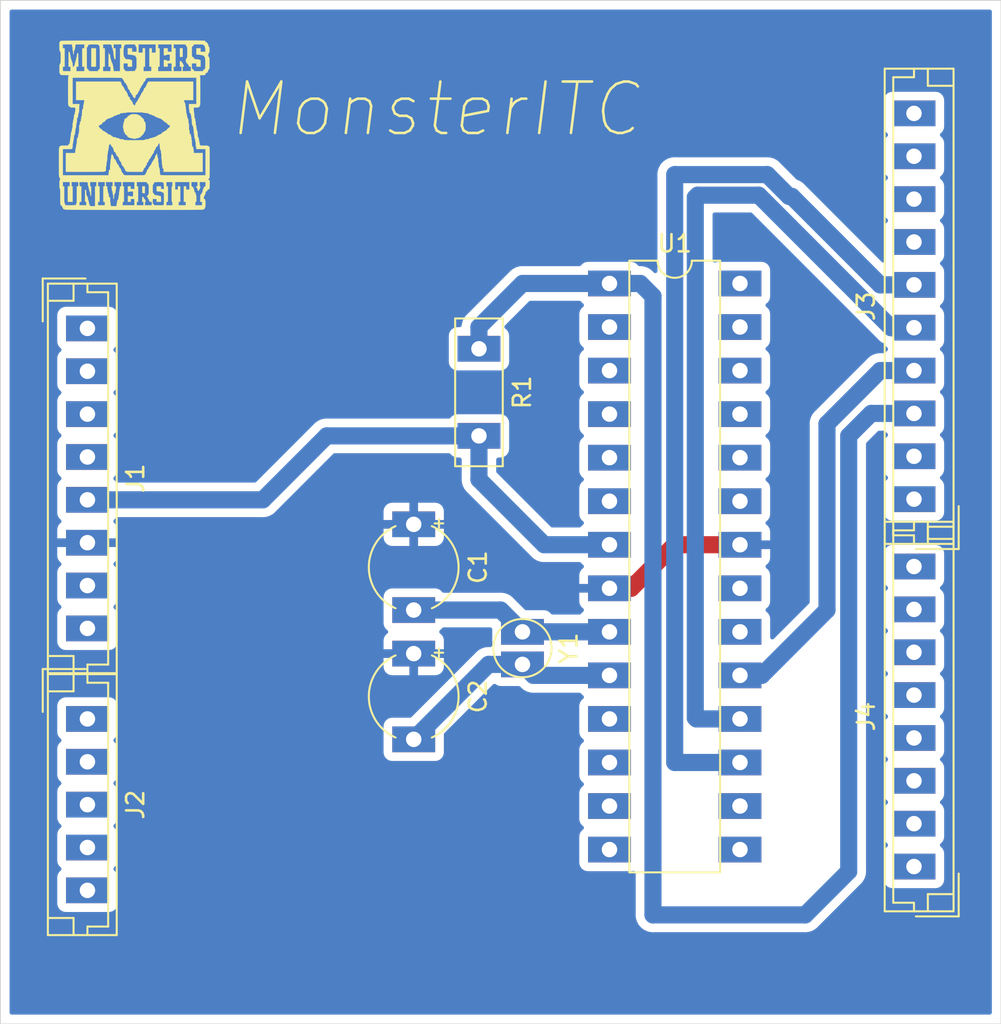
<source format=kicad_pcb>
(kicad_pcb (version 20171130) (host pcbnew "(5.1.2)-2")

  (general
    (thickness 1.6)
    (drawings 6)
    (tracks 47)
    (zones 0)
    (modules 10)
    (nets 53)
  )

  (page A4)
  (layers
    (0 F.Cu signal)
    (31 B.Cu signal)
    (32 B.Adhes user)
    (33 F.Adhes user)
    (34 B.Paste user)
    (35 F.Paste user)
    (36 B.SilkS user)
    (37 F.SilkS user)
    (38 B.Mask user)
    (39 F.Mask user)
    (40 Dwgs.User user)
    (41 Cmts.User user)
    (42 Eco1.User user)
    (43 Eco2.User user)
    (44 Edge.Cuts user)
    (45 Margin user)
    (46 B.CrtYd user)
    (47 F.CrtYd user)
    (48 B.Fab user)
    (49 F.Fab user)
  )

  (setup
    (last_trace_width 1)
    (user_trace_width 1)
    (trace_clearance 0.2)
    (zone_clearance 0.508)
    (zone_45_only no)
    (trace_min 0.2)
    (via_size 0.8)
    (via_drill 0.4)
    (via_min_size 0.4)
    (via_min_drill 0.3)
    (uvia_size 0.3)
    (uvia_drill 0.1)
    (uvias_allowed no)
    (uvia_min_size 0.2)
    (uvia_min_drill 0.1)
    (edge_width 0.05)
    (segment_width 0.2)
    (pcb_text_width 0.3)
    (pcb_text_size 1.5 1.5)
    (mod_edge_width 0.12)
    (mod_text_size 1 1)
    (mod_text_width 0.15)
    (pad_size 1.5 2.5)
    (pad_drill 0.9)
    (pad_to_mask_clearance 0.051)
    (solder_mask_min_width 0.25)
    (aux_axis_origin 0 0)
    (visible_elements 7FFFFFFF)
    (pcbplotparams
      (layerselection 0x010f0_ffffffff)
      (usegerberextensions true)
      (usegerberattributes false)
      (usegerberadvancedattributes false)
      (creategerberjobfile false)
      (excludeedgelayer true)
      (linewidth 0.100000)
      (plotframeref false)
      (viasonmask false)
      (mode 1)
      (useauxorigin false)
      (hpglpennumber 1)
      (hpglpenspeed 20)
      (hpglpendiameter 15.000000)
      (psnegative false)
      (psa4output false)
      (plotreference true)
      (plotvalue true)
      (plotinvisibletext false)
      (padsonsilk false)
      (subtractmaskfromsilk false)
      (outputformat 1)
      (mirror false)
      (drillshape 0)
      (scaleselection 1)
      (outputdirectory "./"))
  )

  (net 0 "")
  (net 1 GND)
  (net 2 /XTAL1)
  (net 3 /XTAL2)
  (net 4 "Net-(J1-Pad1)")
  (net 5 "Net-(J1-Pad2)")
  (net 6 "Net-(J1-Pad3)")
  (net 7 "Net-(J1-Pad4)")
  (net 8 VCC)
  (net 9 "Net-(J1-Pad7)")
  (net 10 "Net-(J1-Pad8)")
  (net 11 "Net-(J2-Pad1)")
  (net 12 "Net-(J2-Pad2)")
  (net 13 "Net-(J2-Pad3)")
  (net 14 "Net-(J2-Pad4)")
  (net 15 "Net-(J2-Pad5)")
  (net 16 "Net-(J3-Pad1)")
  (net 17 "Net-(J3-Pad2)")
  (net 18 /RESET)
  (net 19 /MOSI)
  (net 20 /MISO)
  (net 21 /SCK)
  (net 22 "Net-(J3-Pad7)")
  (net 23 "Net-(J3-Pad8)")
  (net 24 "Net-(J3-Pad9)")
  (net 25 "Net-(J3-Pad10)")
  (net 26 "Net-(J4-Pad8)")
  (net 27 "Net-(J4-Pad7)")
  (net 28 "Net-(J4-Pad6)")
  (net 29 "Net-(J4-Pad5)")
  (net 30 "Net-(J4-Pad4)")
  (net 31 "Net-(J4-Pad3)")
  (net 32 "Net-(J4-Pad2)")
  (net 33 "Net-(J4-Pad1)")
  (net 34 "Net-(U1-Pad15)")
  (net 35 "Net-(U1-Pad2)")
  (net 36 "Net-(U1-Pad16)")
  (net 37 "Net-(U1-Pad3)")
  (net 38 "Net-(U1-Pad4)")
  (net 39 "Net-(U1-Pad5)")
  (net 40 "Net-(U1-Pad6)")
  (net 41 "Net-(U1-Pad20)")
  (net 42 "Net-(U1-Pad21)")
  (net 43 "Net-(U1-Pad23)")
  (net 44 "Net-(U1-Pad24)")
  (net 45 "Net-(U1-Pad11)")
  (net 46 "Net-(U1-Pad25)")
  (net 47 "Net-(U1-Pad12)")
  (net 48 "Net-(U1-Pad26)")
  (net 49 "Net-(U1-Pad13)")
  (net 50 "Net-(U1-Pad27)")
  (net 51 "Net-(U1-Pad14)")
  (net 52 "Net-(U1-Pad28)")

  (net_class Default "This is the default net class."
    (clearance 0.2)
    (trace_width 0.25)
    (via_dia 0.8)
    (via_drill 0.4)
    (uvia_dia 0.3)
    (uvia_drill 0.1)
    (add_net /MISO)
    (add_net /MOSI)
    (add_net /RESET)
    (add_net /SCK)
    (add_net /XTAL1)
    (add_net /XTAL2)
    (add_net GND)
    (add_net "Net-(J1-Pad1)")
    (add_net "Net-(J1-Pad2)")
    (add_net "Net-(J1-Pad3)")
    (add_net "Net-(J1-Pad4)")
    (add_net "Net-(J1-Pad7)")
    (add_net "Net-(J1-Pad8)")
    (add_net "Net-(J2-Pad1)")
    (add_net "Net-(J2-Pad2)")
    (add_net "Net-(J2-Pad3)")
    (add_net "Net-(J2-Pad4)")
    (add_net "Net-(J2-Pad5)")
    (add_net "Net-(J3-Pad1)")
    (add_net "Net-(J3-Pad10)")
    (add_net "Net-(J3-Pad2)")
    (add_net "Net-(J3-Pad7)")
    (add_net "Net-(J3-Pad8)")
    (add_net "Net-(J3-Pad9)")
    (add_net "Net-(J4-Pad1)")
    (add_net "Net-(J4-Pad2)")
    (add_net "Net-(J4-Pad3)")
    (add_net "Net-(J4-Pad4)")
    (add_net "Net-(J4-Pad5)")
    (add_net "Net-(J4-Pad6)")
    (add_net "Net-(J4-Pad7)")
    (add_net "Net-(J4-Pad8)")
    (add_net "Net-(U1-Pad11)")
    (add_net "Net-(U1-Pad12)")
    (add_net "Net-(U1-Pad13)")
    (add_net "Net-(U1-Pad14)")
    (add_net "Net-(U1-Pad15)")
    (add_net "Net-(U1-Pad16)")
    (add_net "Net-(U1-Pad2)")
    (add_net "Net-(U1-Pad20)")
    (add_net "Net-(U1-Pad21)")
    (add_net "Net-(U1-Pad23)")
    (add_net "Net-(U1-Pad24)")
    (add_net "Net-(U1-Pad25)")
    (add_net "Net-(U1-Pad26)")
    (add_net "Net-(U1-Pad27)")
    (add_net "Net-(U1-Pad28)")
    (add_net "Net-(U1-Pad3)")
    (add_net "Net-(U1-Pad4)")
    (add_net "Net-(U1-Pad5)")
    (add_net "Net-(U1-Pad6)")
    (add_net VCC)
  )

  (module monster:monster1 (layer F.Cu) (tedit 0) (tstamp 5D945D4F)
    (at 96.52 76.2)
    (fp_text reference G*** (at 5.08 -11.43) (layer F.SilkS) hide
      (effects (font (size 1.524 1.524) (thickness 0.3)))
    )
    (fp_text value LOGO (at -3.81 -1.27) (layer F.SilkS) hide
      (effects (font (size 1.524 1.524) (thickness 0.3)))
    )
    (fp_poly (pts (xy -1.213354 -12.901187) (xy -0.997661 -12.901085) (xy -0.800315 -12.900919) (xy -0.620532 -12.900688)
      (xy -0.45753 -12.900389) (xy -0.310523 -12.900017) (xy -0.178729 -12.899571) (xy -0.061364 -12.899048)
      (xy 0.042356 -12.898443) (xy 0.133214 -12.897756) (xy 0.211995 -12.896981) (xy 0.279481 -12.896118)
      (xy 0.336457 -12.895162) (xy 0.383705 -12.89411) (xy 0.422011 -12.89296) (xy 0.452156 -12.891709)
      (xy 0.474926 -12.890354) (xy 0.491103 -12.888891) (xy 0.501472 -12.887318) (xy 0.506816 -12.885633)
      (xy 0.508 -12.884226) (xy 0.518131 -12.86734) (xy 0.52705 -12.8651) (xy 0.542371 -12.85406)
      (xy 0.5461 -12.83335) (xy 0.551745 -12.808763) (xy 0.572557 -12.801251) (xy 0.574675 -12.801197)
      (xy 0.607134 -12.793583) (xy 0.634649 -12.775919) (xy 0.64758 -12.754622) (xy 0.6477 -12.752575)
      (xy 0.656372 -12.738851) (xy 0.6604 -12.7381) (xy 0.669933 -12.727228) (xy 0.6731 -12.706226)
      (xy 0.682483 -12.6735) (xy 0.6985 -12.652604) (xy 0.71754 -12.6245) (xy 0.723873 -12.580442)
      (xy 0.7239 -12.576528) (xy 0.725747 -12.541902) (xy 0.733334 -12.525978) (xy 0.7493 -12.5222)
      (xy 0.759669 -12.5208) (xy 0.766754 -12.513901) (xy 0.771176 -12.497454) (xy 0.773559 -12.467413)
      (xy 0.774526 -12.419729) (xy 0.7747 -12.3571) (xy 0.774484 -12.289699) (xy 0.773423 -12.243649)
      (xy 0.770892 -12.214903) (xy 0.766271 -12.199412) (xy 0.758935 -12.193128) (xy 0.7493 -12.192)
      (xy 0.732732 -12.187778) (xy 0.725375 -12.170679) (xy 0.7239 -12.140802) (xy 0.718889 -12.100079)
      (xy 0.70485 -12.082293) (xy 0.690047 -12.065296) (xy 0.6858 -12.044592) (xy 0.692672 -12.020077)
      (xy 0.70485 -12.0142) (xy 0.718096 -12.005812) (xy 0.723554 -11.978005) (xy 0.7239 -11.9634)
      (xy 0.72603 -11.930165) (xy 0.734639 -11.915477) (xy 0.7493 -11.9126) (xy 0.756926 -11.91179)
      (xy 0.76285 -11.90746) (xy 0.767287 -11.896767) (xy 0.770451 -11.876863) (xy 0.772557 -11.844903)
      (xy 0.77382 -11.798042) (xy 0.774455 -11.733433) (xy 0.774676 -11.648231) (xy 0.7747 -11.57605)
      (xy 0.774632 -11.474974) (xy 0.774288 -11.396455) (xy 0.773459 -11.337648) (xy 0.771935 -11.295711)
      (xy 0.769505 -11.267799) (xy 0.765962 -11.251069) (xy 0.761093 -11.242679) (xy 0.754691 -11.239783)
      (xy 0.749875 -11.2395) (xy 0.730486 -11.231709) (xy 0.718808 -11.20497) (xy 0.716712 -11.19505)
      (xy 0.708435 -11.165748) (xy 0.698829 -11.151013) (xy 0.697236 -11.1506) (xy 0.688462 -11.139387)
      (xy 0.680108 -11.111382) (xy 0.678034 -11.100159) (xy 0.665151 -11.058908) (xy 0.646134 -11.042154)
      (xy 0.626453 -11.030723) (xy 0.6223 -11.022745) (xy 0.61126 -11.014427) (xy 0.584662 -11.010901)
      (xy 0.5842 -11.0109) (xy 0.558602 -11.008423) (xy 0.548102 -10.995854) (xy 0.5461 -10.96645)
      (xy 0.541969 -10.933575) (xy 0.528784 -10.922081) (xy 0.52705 -10.922) (xy 0.510212 -10.911835)
      (xy 0.508 -10.90295) (xy 0.503784 -10.894036) (xy 0.488343 -10.888325) (xy 0.457487 -10.885185)
      (xy 0.407023 -10.883982) (xy 0.382038 -10.8839) (xy 0.326136 -10.883153) (xy 0.278492 -10.881143)
      (xy 0.245715 -10.878218) (xy 0.235988 -10.876192) (xy 0.223263 -10.861538) (xy 0.216504 -10.836336)
      (xy 0.216658 -10.811002) (xy 0.224674 -10.795953) (xy 0.2286 -10.795) (xy 0.231486 -10.782349)
      (xy 0.23401 -10.74458) (xy 0.236167 -10.681976) (xy 0.237952 -10.594818) (xy 0.239362 -10.483386)
      (xy 0.240392 -10.347962) (xy 0.241038 -10.188826) (xy 0.241295 -10.006259) (xy 0.2413 -9.97585)
      (xy 0.241129 -9.826378) (xy 0.240636 -9.68717) (xy 0.239844 -9.560093) (xy 0.23878 -9.447013)
      (xy 0.23747 -9.349794) (xy 0.235939 -9.270304) (xy 0.234213 -9.210407) (xy 0.232317 -9.17197)
      (xy 0.230277 -9.156859) (xy 0.230042 -9.1567) (xy 0.221645 -9.145396) (xy 0.213323 -9.116782)
      (xy 0.210213 -9.09955) (xy 0.200614 -9.060545) (xy 0.187382 -9.043054) (xy 0.184002 -9.0424)
      (xy 0.163553 -9.032495) (xy 0.154489 -9.021185) (xy 0.144503 -9.011369) (xy 0.124477 -9.004378)
      (xy 0.090021 -8.999435) (xy 0.036746 -8.995764) (xy 0.001729 -8.994165) (xy -0.139157 -8.98836)
      (xy -0.146703 -8.948136) (xy -0.148839 -8.913801) (xy -0.145985 -8.858937) (xy -0.138027 -8.782337)
      (xy -0.124852 -8.682797) (xy -0.115207 -8.61695) (xy -0.108423 -8.558642) (xy -0.103778 -8.494037)
      (xy -0.102672 -8.461375) (xy -0.100265 -8.420173) (xy -0.095046 -8.391501) (xy -0.0889 -8.382)
      (xy -0.078582 -8.371364) (xy -0.0762 -8.3566) (xy -0.070882 -8.335963) (xy -0.0635 -8.3312)
      (xy -0.056736 -8.319633) (xy -0.052149 -8.289413) (xy -0.0508 -8.255) (xy -0.048873 -8.214412)
      (xy -0.043836 -8.186894) (xy -0.0381 -8.1788) (xy -0.031999 -8.16682) (xy -0.027652 -8.133688)
      (xy -0.025532 -8.083623) (xy -0.0254 -8.065559) (xy -0.02391 -8.003373) (xy -0.01929 -7.964713)
      (xy -0.011314 -7.947872) (xy -0.009775 -7.947109) (xy -0.000705 -7.93138) (xy 0.007005 -7.891389)
      (xy 0.013154 -7.828249) (xy 0.013956 -7.816432) (xy 0.019188 -7.756807) (xy 0.025868 -7.713116)
      (xy 0.033319 -7.689287) (xy 0.036431 -7.686173) (xy 0.046739 -7.671436) (xy 0.0508 -7.644342)
      (xy 0.054575 -7.618052) (xy 0.0635 -7.6073) (xy 0.071184 -7.595974) (xy 0.075699 -7.56742)
      (xy 0.0762 -7.552102) (xy 0.077126 -7.513715) (xy 0.079592 -7.459759) (xy 0.083129 -7.399986)
      (xy 0.084451 -7.380652) (xy 0.088963 -7.325343) (xy 0.093805 -7.290759) (xy 0.100247 -7.272242)
      (xy 0.109562 -7.265135) (xy 0.116201 -7.2644) (xy 0.1304 -7.260408) (xy 0.137471 -7.244399)
      (xy 0.139653 -7.210331) (xy 0.1397 -7.2009) (xy 0.141984 -7.164677) (xy 0.147825 -7.141686)
      (xy 0.1524 -7.1374) (xy 0.159186 -7.12585) (xy 0.16378 -7.095754) (xy 0.1651 -7.062259)
      (xy 0.167241 -7.020466) (xy 0.17286 -6.991569) (xy 0.178744 -6.982569) (xy 0.18688 -6.968514)
      (xy 0.194577 -6.936368) (xy 0.199659 -6.897846) (xy 0.206809 -6.84831) (xy 0.217036 -6.818217)
      (xy 0.224114 -6.811078) (xy 0.239788 -6.794607) (xy 0.2413 -6.786792) (xy 0.245515 -6.780208)
      (xy 0.260257 -6.775418) (xy 0.288673 -6.772168) (xy 0.333907 -6.770204) (xy 0.399104 -6.769274)
      (xy 0.460746 -6.7691) (xy 0.540646 -6.768919) (xy 0.598975 -6.768102) (xy 0.639557 -6.766242)
      (xy 0.66622 -6.762928) (xy 0.68279 -6.757753) (xy 0.693093 -6.750307) (xy 0.6985 -6.743701)
      (xy 0.72346 -6.723741) (xy 0.744394 -6.7183) (xy 0.769755 -6.710092) (xy 0.779691 -6.698212)
      (xy 0.781146 -6.681937) (xy 0.782444 -6.642786) (xy 0.783587 -6.583284) (xy 0.784574 -6.505954)
      (xy 0.785405 -6.41332) (xy 0.786081 -6.307907) (xy 0.786602 -6.192237) (xy 0.786969 -6.068836)
      (xy 0.787181 -5.940227) (xy 0.78724 -5.808933) (xy 0.787145 -5.67748) (xy 0.786896 -5.548391)
      (xy 0.786495 -5.424189) (xy 0.785942 -5.307399) (xy 0.785236 -5.200545) (xy 0.784378 -5.10615)
      (xy 0.783368 -5.026739) (xy 0.782207 -4.964835) (xy 0.780895 -4.922963) (xy 0.779462 -4.903788)
      (xy 0.766434 -4.872226) (xy 0.749071 -4.8641) (xy 0.726949 -4.856369) (xy 0.718116 -4.831271)
      (xy 0.72067 -4.791075) (xy 0.728785 -4.761786) (xy 0.745226 -4.750722) (xy 0.757091 -4.7498)
      (xy 0.7874 -4.7498) (xy 0.78726 -4.543425) (xy 0.786708 -4.446176) (xy 0.784959 -4.371564)
      (xy 0.781652 -4.316841) (xy 0.776427 -4.279257) (xy 0.768922 -4.256066) (xy 0.758776 -4.244517)
      (xy 0.747638 -4.2418) (xy 0.727925 -4.235861) (xy 0.7239 -4.22844) (xy 0.713192 -4.215444)
      (xy 0.687277 -4.202322) (xy 0.6858 -4.201797) (xy 0.655223 -4.183171) (xy 0.6477 -4.163451)
      (xy 0.636471 -4.129294) (xy 0.60737 -4.107125) (xy 0.580495 -4.1021) (xy 0.563914 -4.100273)
      (xy 0.5539 -4.091055) (xy 0.547972 -4.068839) (xy 0.543647 -4.028022) (xy 0.542729 -4.016789)
      (xy 0.537357 -3.97311) (xy 0.529872 -3.940775) (xy 0.52194 -3.926831) (xy 0.510299 -3.911959)
      (xy 0.508 -3.897842) (xy 0.502475 -3.877787) (xy 0.4953 -3.8735) (xy 0.484097 -3.863187)
      (xy 0.4826 -3.854052) (xy 0.472325 -3.832861) (xy 0.46355 -3.827293) (xy 0.452313 -3.815379)
      (xy 0.446292 -3.787456) (xy 0.4445 -3.738939) (xy 0.4445 -3.738792) (xy 0.445078 -3.694869)
      (xy 0.448324 -3.670558) (xy 0.456497 -3.660074) (xy 0.471861 -3.657633) (xy 0.47625 -3.6576)
      (xy 0.500496 -3.652278) (xy 0.5079 -3.631704) (xy 0.508 -3.626909) (xy 0.513689 -3.601354)
      (xy 0.523596 -3.591018) (xy 0.529915 -3.576871) (xy 0.534783 -3.542643) (xy 0.538194 -3.493612)
      (xy 0.540146 -3.435056) (xy 0.540635 -3.372254) (xy 0.539657 -3.310483) (xy 0.537209 -3.255021)
      (xy 0.533287 -3.211145) (xy 0.527888 -3.184134) (xy 0.523875 -3.178195) (xy 0.512475 -3.163056)
      (xy 0.508 -3.135842) (xy 0.502184 -3.106375) (xy 0.48895 -3.0988) (xy 0.472112 -3.088635)
      (xy 0.4699 -3.07975) (xy 0.458909 -3.064399) (xy 0.439057 -3.0607) (xy 0.40684 -3.053097)
      (xy 0.389164 -3.041651) (xy 0.38531 -3.039836) (xy 0.376962 -3.038139) (xy 0.363315 -3.036554)
      (xy 0.343563 -3.035079) (xy 0.316902 -3.03371) (xy 0.282527 -3.032443) (xy 0.239632 -3.031273)
      (xy 0.187415 -3.030198) (xy 0.125068 -3.029213) (xy 0.051789 -3.028315) (xy -0.033229 -3.0275)
      (xy -0.130791 -3.026763) (xy -0.2417 -3.026102) (xy -0.366762 -3.025512) (xy -0.506781 -3.024989)
      (xy -0.662563 -3.024531) (xy -0.834912 -3.024132) (xy -1.024634 -3.023789) (xy -1.232532 -3.023498)
      (xy -1.459412 -3.023257) (xy -1.706079 -3.023059) (xy -1.973338 -3.022903) (xy -2.261992 -3.022783)
      (xy -2.572848 -3.022697) (xy -2.90671 -3.022641) (xy -3.264383 -3.02261) (xy -3.636585 -3.0226)
      (xy -4.054633 -3.022632) (xy -4.447639 -3.022726) (xy -4.81596 -3.022885) (xy -5.159952 -3.02311)
      (xy -5.479975 -3.023402) (xy -5.776384 -3.023762) (xy -6.049537 -3.024191) (xy -6.299792 -3.02469)
      (xy -6.527506 -3.025262) (xy -6.733037 -3.025906) (xy -6.916741 -3.026625) (xy -7.078977 -3.027419)
      (xy -7.220101 -3.028289) (xy -7.340471 -3.029237) (xy -7.440444 -3.030264) (xy -7.520377 -3.031372)
      (xy -7.580629 -3.03256) (xy -7.621556 -3.033831) (xy -7.643516 -3.035186) (xy -7.64779 -3.03612)
      (xy -7.662097 -3.046186) (xy -7.69224 -3.054702) (xy -7.703128 -3.056457) (xy -7.748381 -3.073223)
      (xy -7.776849 -3.106786) (xy -7.7851 -3.145782) (xy -7.792856 -3.16099) (xy -7.7978 -3.1623)
      (xy -7.808134 -3.172933) (xy -7.8105 -3.187593) (xy -7.820489 -3.213901) (xy -7.8359 -3.228748)
      (xy -7.855992 -3.25001) (xy -7.8613 -3.266955) (xy -7.871599 -3.285962) (xy -7.88469 -3.2893)
      (xy -7.897883 -3.292203) (xy -7.908736 -3.30235) (xy -7.917466 -3.3219) (xy -7.924292 -3.353013)
      (xy -7.92943 -3.397848) (xy -7.933098 -3.458564) (xy -7.935513 -3.537321) (xy -7.936894 -3.636277)
      (xy -7.937456 -3.757591) (xy -7.9375 -3.813742) (xy -7.937593 -3.92986) (xy -7.937957 -4.023221)
      (xy -7.938724 -4.09647) (xy -7.940025 -4.152248) (xy -7.941991 -4.193199) (xy -7.944753 -4.221967)
      (xy -7.948442 -4.241193) (xy -7.953188 -4.253523) (xy -7.959124 -4.261598) (xy -7.959725 -4.262211)
      (xy -7.967789 -4.272935) (xy -7.97366 -4.289069) (xy -7.977674 -4.314378) (xy -7.980166 -4.352623)
      (xy -7.981472 -4.407567) (xy -7.981929 -4.482974) (xy -7.98195 -4.511232) (xy -7.981468 -4.598353)
      (xy -7.980253 -4.6482) (xy -7.7851 -4.6482) (xy -7.7851 -4.3942) (xy -7.7089 -4.3942)
      (xy -7.7089 -3.91795) (xy -7.708565 -3.781328) (xy -7.707568 -3.666854) (xy -7.705927 -3.575145)
      (xy -7.703658 -3.506813) (xy -7.700777 -3.462471) (xy -7.697301 -3.442735) (xy -7.6962 -3.4417)
      (xy -7.686654 -3.430832) (xy -7.6835 -3.40995) (xy -7.679153 -3.386083) (xy -7.6708 -3.3782)
      (xy -7.658463 -3.369142) (xy -7.6581 -3.366327) (xy -7.653924 -3.346469) (xy -7.645715 -3.321877)
      (xy -7.633329 -3.2893) (xy -7.353168 -3.2893) (xy -7.25817 -3.289577) (xy -7.185283 -3.290547)
      (xy -7.13122 -3.292418) (xy -7.092697 -3.295399) (xy -7.06643 -3.299699) (xy -7.049132 -3.305528)
      (xy -7.042913 -3.309019) (xy -7.017362 -3.334848) (xy -7.005018 -3.359819) (xy -6.994814 -3.383289)
      (xy -6.984759 -3.3909) (xy -6.981372 -3.403439) (xy -6.978485 -3.44042) (xy -6.97612 -3.500889)
      (xy -6.974302 -3.583892) (xy -6.973054 -3.688475) (xy -6.972399 -3.813686) (xy -6.9723 -3.89255)
      (xy -6.9723 -4.3942) (xy -6.8834 -4.3942) (xy -6.8834 -4.5466) (xy -6.8326 -4.5466)
      (xy -6.827282 -4.525963) (xy -6.8199 -4.5212) (xy -6.809285 -4.511662) (xy -6.807907 -4.491573)
      (xy -6.814983 -4.473722) (xy -6.823075 -4.469398) (xy -6.832434 -4.466845) (xy -6.823075 -4.46199)
      (xy -6.8108 -4.445751) (xy -6.8072 -4.424892) (xy -6.80425 -4.405089) (xy -6.790666 -4.396289)
      (xy -6.759352 -4.394206) (xy -6.7564 -4.3942) (xy -6.7056 -4.3942) (xy -6.7056 -3.4925)
      (xy -6.7564 -3.4925) (xy -6.791723 -3.489355) (xy -6.806279 -3.478927) (xy -6.8072 -3.47345)
      (xy -6.815814 -3.45598) (xy -6.823075 -3.453398) (xy -6.832434 -3.450845) (xy -6.823075 -3.44599)
      (xy -6.809564 -3.42944) (xy -6.8072 -3.4163) (xy -6.814769 -3.393411) (xy -6.823075 -3.386576)
      (xy -6.831227 -3.377669) (xy -6.8199 -3.3655) (xy -6.80837 -3.351977) (xy -6.816725 -3.344425)
      (xy -6.830043 -3.327888) (xy -6.8326 -3.313642) (xy -6.831219 -3.304651) (xy -6.824681 -3.298193)
      (xy -6.809396 -3.293852) (xy -6.781774 -3.29121) (xy -6.738225 -3.28985) (xy -6.675158 -3.289356)
      (xy -6.62305 -3.2893) (xy -6.4135 -3.2893) (xy -6.4135 -3.4925) (xy -6.4897 -3.4925)
      (xy -6.4897 -4.191) (xy -6.459902 -4.191) (xy -6.447406 -4.190033) (xy -6.438714 -4.184344)
      (xy -6.432803 -4.169755) (xy -6.428646 -4.142085) (xy -6.425218 -4.097156) (xy -6.421744 -4.035425)
      (xy -6.417569 -3.97546) (xy -6.412283 -3.925505) (xy -6.40655 -3.890592) (xy -6.40103 -3.875752)
      (xy -6.400743 -3.875617) (xy -6.390194 -3.861117) (xy -6.3881 -3.847042) (xy -6.382576 -3.826987)
      (xy -6.3754 -3.8227) (xy -6.364198 -3.812387) (xy -6.3627 -3.803252) (xy -6.352426 -3.782061)
      (xy -6.34365 -3.776493) (xy -6.331428 -3.762673) (xy -6.32553 -3.730539) (xy -6.3246 -3.699785)
      (xy -6.320406 -3.646948) (xy -6.308312 -3.614542) (xy -6.30555 -3.611336) (xy -6.293106 -3.586696)
      (xy -6.286723 -3.550217) (xy -6.2865 -3.542393) (xy -6.284033 -3.510914) (xy -6.277881 -3.493635)
      (xy -6.275564 -3.4925) (xy -6.268845 -3.480956) (xy -6.262162 -3.450853) (xy -6.257459 -3.41344)
      (xy -6.251701 -3.371521) (xy -6.243852 -3.341165) (xy -6.236645 -3.329832) (xy -6.224175 -3.314965)
      (xy -6.223 -3.307292) (xy -6.215794 -3.291082) (xy -6.2103 -3.2893) (xy -6.199982 -3.278664)
      (xy -6.1976 -3.2639) (xy -6.196052 -3.252987) (xy -6.18854 -3.245744) (xy -6.170768 -3.241422)
      (xy -6.13844 -3.239276) (xy -6.087257 -3.238558) (xy -6.05155 -3.2385) (xy -5.9055 -3.2385)
      (xy -5.9055 -4.3942) (xy -5.8293 -4.3942) (xy -5.8293 -4.6482) (xy -5.7277 -4.6482)
      (xy -5.7277 -4.3942) (xy -5.6388 -4.3942) (xy -5.6388 -3.4925) (xy -5.7277 -3.4925)
      (xy -5.7277 -3.2893) (xy -5.334 -3.2893) (xy -5.334 -3.4925) (xy -5.4229 -3.4925)
      (xy -5.4229 -4.3942) (xy -5.334 -4.3942) (xy -5.334 -4.6482) (xy -5.2705 -4.6482)
      (xy -5.2705 -4.3942) (xy -5.1943 -4.3942) (xy -5.1943 -4.3053) (xy -5.192878 -4.261484)
      (xy -5.189136 -4.229733) (xy -5.183858 -4.216471) (xy -5.183424 -4.2164) (xy -5.17709 -4.204776)
      (xy -5.170428 -4.1741) (xy -5.164755 -4.130667) (xy -5.164151 -4.124325) (xy -5.156326 -4.067339)
      (xy -5.145419 -4.030198) (xy -5.136927 -4.01815) (xy -5.123404 -3.993195) (xy -5.118157 -3.945602)
      (xy -5.1181 -3.938775) (xy -5.115875 -3.901975) (xy -5.110169 -3.878302) (xy -5.1054 -3.8735)
      (xy -5.098156 -3.862078) (xy -5.093558 -3.832874) (xy -5.0927 -3.81) (xy -5.091671 -3.772314)
      (xy -5.086418 -3.753513) (xy -5.073693 -3.747102) (xy -5.06095 -3.7465) (xy -5.0292 -3.7465)
      (xy -5.0292 -3.61315) (xy -5.028047 -3.552112) (xy -5.024805 -3.507707) (xy -5.019803 -3.483379)
      (xy -5.0165 -3.4798) (xy -5.010101 -3.467982) (xy -5.005641 -3.435989) (xy -5.003812 -3.389017)
      (xy -5.0038 -3.38455) (xy -5.002225 -3.336556) (xy -4.997959 -3.303104) (xy -4.991696 -3.28939)
      (xy -4.9911 -3.2893) (xy -4.980782 -3.278664) (xy -4.9784 -3.2639) (xy -4.977 -3.253531)
      (xy -4.970101 -3.246446) (xy -4.953654 -3.242024) (xy -4.923613 -3.239641) (xy -4.875929 -3.238674)
      (xy -4.8133 -3.2385) (xy -4.6482 -3.2385) (xy -4.6482 -3.313642) (xy -4.646103 -3.354749)
      (xy -4.640645 -3.383758) (xy -4.634742 -3.39327) (xy -4.627477 -3.407178) (xy -4.620374 -3.439976)
      (xy -4.61475 -3.485181) (xy -4.613859 -3.495928) (xy -4.609157 -3.546414) (xy -4.603509 -3.576364)
      (xy -4.595454 -3.590637) (xy -4.584309 -3.5941) (xy -4.569389 -3.60045) (xy -4.557791 -3.621569)
      (xy -4.548606 -3.660564) (xy -4.540926 -3.720543) (xy -4.537921 -3.75285) (xy -4.532728 -3.794435)
      (xy -4.525929 -3.824817) (xy -4.520316 -3.835911) (xy -4.515171 -3.850622) (xy -4.509623 -3.885307)
      (xy -4.504384 -3.934564) (xy -4.500628 -3.985136) (xy -4.496288 -4.041826) (xy -4.491058 -4.087806)
      (xy -4.485633 -4.118005) (xy -4.481191 -4.1275) (xy -4.475281 -4.138986) (xy -4.471362 -4.168612)
      (xy -4.4704 -4.19735) (xy -4.468313 -4.235603) (xy -4.462927 -4.260974) (xy -4.4577 -4.2672)
      (xy -4.450456 -4.278623) (xy -4.445858 -4.307827) (xy -4.445 -4.3307) (xy -4.444168 -4.368291)
      (xy -4.43905 -4.387036) (xy -4.425715 -4.393487) (xy -4.4069 -4.3942) (xy -4.3688 -4.3942)
      (xy -4.3688 -4.6482) (xy -4.2926 -4.6482) (xy -4.2926 -4.3942) (xy -4.2164 -4.3942)
      (xy -4.2164 -3.4925) (xy -4.2926 -3.4925) (xy -4.2926 -3.3655) (xy -4.291393 -3.306503)
      (xy -4.288015 -3.263848) (xy -4.282831 -3.241196) (xy -4.2799 -3.2385) (xy -4.269582 -3.249137)
      (xy -4.2672 -3.2639) (xy -4.266378 -3.271591) (xy -4.261997 -3.277549) (xy -4.251183 -3.281995)
      (xy -4.231065 -3.285151) (xy -4.198768 -3.287236) (xy -4.15142 -3.288473) (xy -4.086149 -3.289081)
      (xy -4.000081 -3.289283) (xy -3.937 -3.2893) (xy -3.6068 -3.2893) (xy -3.6068 -3.6576)
      (xy -3.8227 -3.6576) (xy -3.8227 -3.4925) (xy -3.9878 -3.4925) (xy -3.9878 -3.8354)
      (xy -3.93065 -3.8354) (xy -3.896568 -3.832878) (xy -3.876123 -3.826496) (xy -3.8735 -3.8227)
      (xy -3.861682 -3.816301) (xy -3.829689 -3.811841) (xy -3.782717 -3.810012) (xy -3.77825 -3.81)
      (xy -3.683 -3.81) (xy -3.683 -4.1021) (xy -3.77825 -4.1021) (xy -3.826245 -4.100525)
      (xy -3.859697 -4.096259) (xy -3.873411 -4.089996) (xy -3.8735 -4.0894) (xy -3.884852 -4.081827)
      (xy -3.913571 -4.077283) (xy -3.93065 -4.0767) (xy -3.9878 -4.0767) (xy -3.9878 -4.3942)
      (xy -3.8227 -4.3942) (xy -3.8227 -4.2418) (xy -3.6068 -4.2418) (xy -3.6068 -4.6482)
      (xy -3.4671 -4.6482) (xy -3.4671 -4.3942) (xy -3.3909 -4.3942) (xy -3.3909 -3.4925)
      (xy -3.4671 -3.4925) (xy -3.4671 -3.2893) (xy -3.0734 -3.2893) (xy -3.0734 -3.4925)
      (xy -3.1496 -3.4925) (xy -3.1496 -3.7719) (xy -3.112859 -3.7719) (xy -3.082937 -3.765849)
      (xy -3.06656 -3.744828) (xy -3.060826 -3.704541) (xy -3.0607 -3.694662) (xy -3.057052 -3.667915)
      (xy -3.041708 -3.65835) (xy -3.02895 -3.6576) (xy -3.003854 -3.651281) (xy -2.9972 -3.639458)
      (xy -2.988838 -3.615831) (xy -2.979068 -3.603183) (xy -2.96458 -3.578831) (xy -2.953175 -3.543317)
      (xy -2.952255 -3.538775) (xy -2.948182 -3.50829) (xy -2.953419 -3.495238) (xy -2.970387 -3.4925)
      (xy -2.983721 -3.490682) (xy -2.99171 -3.4818) (xy -2.99571 -3.460714) (xy -2.997078 -3.422283)
      (xy -2.9972 -3.3909) (xy -2.9972 -3.2893) (xy -2.5908 -3.2893) (xy -2.5908 -3.4925)
      (xy -2.632075 -3.492674) (xy -2.688241 -3.497475) (xy -2.720928 -3.51138) (xy -2.7305 -3.532082)
      (xy -2.735402 -3.551911) (xy -2.741577 -3.556) (xy -2.750294 -3.567219) (xy -2.758641 -3.595257)
      (xy -2.760777 -3.6068) (xy -2.770415 -3.64158) (xy -2.783918 -3.657227) (xy -2.786442 -3.6576)
      (xy -2.806476 -3.669314) (xy -2.817459 -3.703306) (xy -2.8194 -3.734839) (xy -2.823049 -3.761586)
      (xy -2.838393 -3.771151) (xy -2.85115 -3.7719) (xy -2.875319 -3.777146) (xy -2.882766 -3.797799)
      (xy -2.8829 -3.80365) (xy -2.876389 -3.829141) (xy -2.860052 -3.8354) (xy -2.838453 -3.847584)
      (xy -2.82113 -3.87985) (xy -2.806209 -3.90884) (xy -2.789855 -3.923761) (xy -2.786828 -3.9243)
      (xy -2.780766 -3.927811) (xy -2.776172 -3.94027) (xy -2.772858 -3.964572) (xy -2.770634 -4.003609)
      (xy -2.769312 -4.060274) (xy -2.768703 -4.137461) (xy -2.7686 -4.2037) (xy -2.768897 -4.2545)
      (xy -2.54 -4.2545) (xy -2.539311 -4.16715) (xy -2.537306 -4.099269) (xy -2.534081 -4.052558)
      (xy -2.529729 -4.028719) (xy -2.5273 -4.0259) (xy -2.516033 -4.015614) (xy -2.5146 -4.00685)
      (xy -2.504435 -3.990013) (xy -2.49555 -3.9878) (xy -2.478712 -3.977691) (xy -2.4765 -3.968861)
      (xy -2.467888 -3.948921) (xy -2.446297 -3.921634) (xy -2.436517 -3.911711) (xy -2.414442 -3.892362)
      (xy -2.393399 -3.880949) (xy -2.365793 -3.875394) (xy -2.324027 -3.87362) (xy -2.296817 -3.8735)
      (xy -2.245242 -3.872575) (xy -2.214483 -3.869222) (xy -2.200007 -3.862575) (xy -2.1971 -3.85445)
      (xy -2.186535 -3.839792) (xy -2.155825 -3.835227) (xy -2.117007 -3.834663) (xy -2.090025 -3.830743)
      (xy -2.072729 -3.819552) (xy -2.062966 -3.797173) (xy -2.058586 -3.759691) (xy -2.057435 -3.70319)
      (xy -2.0574 -3.656119) (xy -2.0574 -3.4925) (xy -2.3114 -3.4925) (xy -2.3114 -3.6576)
      (xy -2.54 -3.6576) (xy -2.54 -3.530023) (xy -2.539536 -3.471054) (xy -2.537385 -3.431615)
      (xy -2.532406 -3.405845) (xy -2.523461 -3.38788) (xy -2.509412 -3.371857) (xy -2.509236 -3.371681)
      (xy -2.485279 -3.342629) (xy -2.470396 -3.315466) (xy -2.47028 -3.315109) (xy -2.466602 -3.30667)
      (xy -2.459493 -3.300304) (xy -2.445724 -3.295718) (xy -2.422069 -3.292622) (xy -2.385299 -3.290723)
      (xy -2.332188 -3.289731) (xy -2.259507 -3.289355) (xy -2.184445 -3.2893) (xy -1.906801 -3.2893)
      (xy -1.891857 -3.361286) (xy -1.887946 -3.393566) (xy -1.885041 -3.444764) (xy -1.883105 -3.510391)
      (xy -1.8821 -3.585956) (xy -1.881988 -3.666971) (xy -1.882731 -3.748944) (xy -1.884293 -3.827386)
      (xy -1.886634 -3.897806) (xy -1.889718 -3.955716) (xy -1.893507 -3.996624) (xy -1.897342 -4.014878)
      (xy -1.915268 -4.030325) (xy -1.948206 -4.042012) (xy -1.956584 -4.043603) (xy -1.988056 -4.051449)
      (xy -2.005414 -4.061246) (xy -2.0066 -4.064151) (xy -2.017239 -4.074348) (xy -2.032 -4.0767)
      (xy -2.052638 -4.082019) (xy -2.0574 -4.0894) (xy -2.069425 -4.095411) (xy -2.102862 -4.099722)
      (xy -2.153756 -4.101912) (xy -2.176692 -4.1021) (xy -2.234669 -4.10287) (xy -2.271924 -4.105668)
      (xy -2.293104 -4.111229) (xy -2.302852 -4.120289) (xy -2.303692 -4.122189) (xy -2.306994 -4.14301)
      (xy -2.309589 -4.18262) (xy -2.311128 -4.234414) (xy -2.3114 -4.268239) (xy -2.3114 -4.3942)
      (xy -2.0574 -4.3942) (xy -2.0574 -4.2418) (xy -1.878016 -4.2418) (xy -1.884084 -4.378325)
      (xy -1.888467 -4.464171) (xy -1.893365 -4.52776) (xy -1.899473 -4.572236) (xy -1.907485 -4.600741)
      (xy -1.918094 -4.616417) (xy -1.931996 -4.622409) (xy -1.938084 -4.6228) (xy -1.961306 -4.627321)
      (xy -1.9685 -4.6355) (xy -1.98038 -4.640466) (xy -2.012798 -4.644224) (xy -2.060921 -4.646797)
      (xy -2.119706 -4.6482) (xy -1.7399 -4.6482) (xy -1.7399 -4.3942) (xy -1.651 -4.3942)
      (xy -1.651 -3.4925) (xy -1.7399 -3.4925) (xy -1.738171 -3.362325) (xy -1.736991 -3.311936)
      (xy -1.735134 -3.276104) (xy -1.732874 -3.258688) (xy -1.730938 -3.260725) (xy -1.727762 -3.272222)
      (xy -1.720684 -3.28013) (xy -1.705574 -3.285121) (xy -1.678298 -3.287866) (xy -1.634725 -3.289034)
      (xy -1.570723 -3.289298) (xy -1.554867 -3.2893) (xy -1.3843 -3.2893) (xy -1.3843 -3.3909)
      (xy -1.384831 -3.441522) (xy -1.387273 -3.471861) (xy -1.392905 -3.487026) (xy -1.403004 -3.492127)
      (xy -1.4097 -3.4925) (xy -1.416393 -3.493158) (xy -1.421794 -3.496772) (xy -1.42604 -3.5058)
      (xy -1.429271 -3.522704) (xy -1.431626 -3.549943) (xy -1.433243 -3.589977) (xy -1.43426 -3.645266)
      (xy -1.434816 -3.71827) (xy -1.43505 -3.811448) (xy -1.4351 -3.927261) (xy -1.4351 -3.94335)
      (xy -1.435063 -4.062147) (xy -1.43486 -4.158003) (xy -1.434351 -4.23338) (xy -1.433399 -4.290735)
      (xy -1.431864 -4.332531) (xy -1.429609 -4.361225) (xy -1.426494 -4.379279) (xy -1.422381 -4.389153)
      (xy -1.417132 -4.393305) (xy -1.410607 -4.394196) (xy -1.4097 -4.3942) (xy -1.39814 -4.395944)
      (xy -1.390739 -4.404238) (xy -1.386579 -4.42368) (xy -1.38474 -4.458868) (xy -1.384303 -4.514399)
      (xy -1.3843 -4.5212) (xy -1.3843 -4.6482) (xy -1.2319 -4.6482) (xy -1.2319 -4.2037)
      (xy -1.0668 -4.2037) (xy -1.0668 -4.3942) (xy -0.9271 -4.3942) (xy -0.9271 -3.4925)
      (xy -1.0287 -3.4925) (xy -1.0287 -3.2893) (xy -0.6096 -3.2893) (xy -0.6096 -3.4925)
      (xy -0.7239 -3.4925) (xy -0.7239 -4.3942) (xy -0.5842 -4.3942) (xy -0.5842 -4.2037)
      (xy -0.3937 -4.2037) (xy -0.3937 -4.6482) (xy -0.2794 -4.6482) (xy -0.2794 -4.5212)
      (xy -0.278771 -4.461978) (xy -0.276465 -4.423956) (xy -0.271855 -4.402956) (xy -0.264315 -4.394802)
      (xy -0.26035 -4.3942) (xy -0.243448 -4.387471) (xy -0.2413 -4.381742) (xy -0.230525 -4.369705)
      (xy -0.20955 -4.361316) (xy -0.183595 -4.346093) (xy -0.1778 -4.329324) (xy -0.172839 -4.309437)
      (xy -0.166543 -4.3053) (xy -0.158146 -4.293996) (xy -0.149824 -4.265382) (xy -0.146714 -4.24815)
      (xy -0.139436 -4.214132) (xy -0.130857 -4.193672) (xy -0.127136 -4.191) (xy -0.119686 -4.179553)
      (xy -0.111997 -4.150013) (xy -0.107401 -4.12115) (xy -0.101107 -4.08296) (xy -0.094009 -4.057588)
      (xy -0.08938 -4.0513) (xy -0.073943 -4.043785) (xy -0.052744 -4.027586) (xy -0.033552 -4.002108)
      (xy -0.025912 -3.9647) (xy -0.0254 -3.946395) (xy -0.021468 -3.903666) (xy -0.009257 -3.883051)
      (xy -0.00635 -3.881608) (xy 0.001172 -3.874762) (xy 0.006484 -3.858517) (xy 0.009933 -3.829244)
      (xy 0.011869 -3.783318) (xy 0.012639 -3.717109) (xy 0.0127 -3.683399) (xy 0.0127 -3.4925)
      (xy -0.01905 -3.4925) (xy -0.034797 -3.491418) (xy -0.044226 -3.484715) (xy -0.048956 -3.467209)
      (xy -0.050608 -3.433719) (xy -0.0508 -3.3909) (xy -0.0508 -3.2893) (xy 0.3429 -3.2893)
      (xy 0.3429 -3.4925) (xy 0.2413 -3.4925) (xy 0.2413 -3.668713) (xy 0.242199 -3.763157)
      (xy 0.245031 -3.834085) (xy 0.249995 -3.883324) (xy 0.25729 -3.912699) (xy 0.267115 -3.924035)
      (xy 0.269194 -3.9243) (xy 0.291066 -3.934702) (xy 0.310241 -3.958466) (xy 0.3175 -3.982229)
      (xy 0.326505 -4.006011) (xy 0.345044 -4.027761) (xy 0.364356 -4.053816) (xy 0.375325 -4.094472)
      (xy 0.378367 -4.121325) (xy 0.383183 -4.159515) (xy 0.389534 -4.184823) (xy 0.394156 -4.191)
      (xy 0.402155 -4.202239) (xy 0.410479 -4.230521) (xy 0.413275 -4.24491) (xy 0.424453 -4.283747)
      (xy 0.441066 -4.31404) (xy 0.446141 -4.319424) (xy 0.464518 -4.340657) (xy 0.4699 -4.354415)
      (xy 0.480158 -4.367167) (xy 0.48895 -4.3688) (xy 0.50585 -4.375658) (xy 0.508 -4.3815)
      (xy 0.518286 -4.392768) (xy 0.52705 -4.3942) (xy 0.535933 -4.398397) (xy 0.541636 -4.413773)
      (xy 0.544786 -4.444505) (xy 0.546009 -4.494771) (xy 0.5461 -4.5212) (xy 0.5461 -4.6482)
      (xy 0.2032 -4.6482) (xy 0.2032 -4.5212) (xy 0.203558 -4.463374) (xy 0.205237 -4.426353)
      (xy 0.209144 -4.405546) (xy 0.216186 -4.396361) (xy 0.22727 -4.394207) (xy 0.228282 -4.3942)
      (xy 0.244808 -4.39057) (xy 0.248627 -4.374904) (xy 0.245319 -4.352925) (xy 0.237007 -4.323553)
      (xy 0.227667 -4.3079) (xy 0.226988 -4.307551) (xy 0.21804 -4.293527) (xy 0.209455 -4.264426)
      (xy 0.208348 -4.258912) (xy 0.198474 -4.227511) (xy 0.185233 -4.208966) (xy 0.183322 -4.207976)
      (xy 0.168591 -4.19193) (xy 0.158928 -4.166415) (xy 0.149229 -4.141396) (xy 0.130971 -4.135621)
      (xy 0.121067 -4.137012) (xy 0.101974 -4.144703) (xy 0.090666 -4.1631) (xy 0.0832 -4.199131)
      (xy 0.082373 -4.204987) (xy 0.075353 -4.240731) (xy 0.06689 -4.263228) (xy 0.062308 -4.2672)
      (xy 0.051887 -4.277406) (xy 0.0508 -4.284892) (xy 0.040555 -4.304498) (xy 0.03175 -4.309893)
      (xy 0.01593 -4.327153) (xy 0.0127 -4.342371) (xy 0.002624 -4.369286) (xy -0.009525 -4.380483)
      (xy -0.018652 -4.388573) (xy -0.008003 -4.392619) (xy 0.022225 -4.393814) (xy 0.0762 -4.3942)
      (xy 0.0762 -4.6482) (xy -0.2794 -4.6482) (xy -0.3937 -4.6482) (xy -1.2319 -4.6482)
      (xy -1.3843 -4.6482) (xy -1.7399 -4.6482) (xy -2.119706 -4.6482) (xy -2.119916 -4.648205)
      (xy -2.184952 -4.64847) (xy -2.251196 -4.647613) (xy -2.313816 -4.645656) (xy -2.367978 -4.642619)
      (xy -2.408851 -4.638525) (xy -2.431453 -4.633462) (xy -2.455249 -4.615378) (xy -2.4638 -4.596401)
      (xy -2.469849 -4.559197) (xy -2.485738 -4.537204) (xy -2.496909 -4.5339) (xy -2.511256 -4.523318)
      (xy -2.5146 -4.5085) (xy -2.519919 -4.487863) (xy -2.5273 -4.4831) (xy -2.532153 -4.470694)
      (xy -2.535924 -4.434608) (xy -2.53852 -4.376546) (xy -2.539844 -4.298208) (xy -2.54 -4.2545)
      (xy -2.768897 -4.2545) (xy -2.769121 -4.292776) (xy -2.770605 -4.367935) (xy -2.772936 -4.426446)
      (xy -2.775998 -4.465576) (xy -2.779676 -4.482591) (xy -2.780478 -4.4831) (xy -2.792082 -4.493839)
      (xy -2.805681 -4.520379) (xy -2.80843 -4.52755) (xy -2.824805 -4.559466) (xy -2.846046 -4.571464)
      (xy -2.853702 -4.572) (xy -2.874711 -4.576688) (xy -2.882332 -4.595665) (xy -2.8829 -4.6101)
      (xy -2.8829 -4.6482) (xy -3.4671 -4.6482) (xy -3.6068 -4.6482) (xy -4.2926 -4.6482)
      (xy -4.3688 -4.6482) (xy -4.7752 -4.6482) (xy -4.7752 -4.3942) (xy -4.6863 -4.3942)
      (xy -4.6863 -4.2926) (xy -4.687786 -4.242286) (xy -4.691841 -4.206928) (xy -4.697864 -4.191339)
      (xy -4.699 -4.191) (xy -4.705619 -4.179324) (xy -4.710157 -4.148338) (xy -4.7117 -4.107543)
      (xy -4.716187 -4.045148) (xy -4.729861 -4.005789) (xy -4.75304 -3.9887) (xy -4.761593 -3.9878)
      (xy -4.76988 -3.976367) (xy -4.774662 -3.94701) (xy -4.7752 -3.93065) (xy -4.777723 -3.896568)
      (xy -4.784105 -3.876123) (xy -4.7879 -3.8735) (xy -4.794435 -3.861767) (xy -4.798943 -3.830374)
      (xy -4.8006 -3.785639) (xy -4.802412 -3.722095) (xy -4.808176 -3.68134) (xy -4.81839 -3.661)
      (xy -4.827359 -3.6576) (xy -4.832249 -3.669375) (xy -4.83608 -3.701009) (xy -4.838328 -3.746966)
      (xy -4.8387 -3.777343) (xy -4.839918 -3.840138) (xy -4.843967 -3.881982) (xy -4.851445 -3.907225)
      (xy -4.85775 -3.916136) (xy -4.870222 -3.941847) (xy -4.87615 -3.98878) (xy -4.8768 -4.018643)
      (xy -4.878219 -4.066062) (xy -4.883074 -4.092404) (xy -4.892264 -4.101865) (xy -4.894665 -4.1021)
      (xy -4.903906 -4.108764) (xy -4.911133 -4.131039) (xy -4.9171 -4.172355) (xy -4.921771 -4.225364)
      (xy -4.928876 -4.295517) (xy -4.938063 -4.342157) (xy -4.949703 -4.367115) (xy -4.950761 -4.368239)
      (xy -4.961016 -4.381235) (xy -4.954164 -4.387851) (xy -4.926192 -4.391576) (xy -4.923655 -4.391792)
      (xy -4.8768 -4.395734) (xy -4.8768 -4.6482) (xy -5.2705 -4.6482) (xy -5.334 -4.6482)
      (xy -5.7277 -4.6482) (xy -5.8293 -4.6482) (xy -6.1976 -4.6482) (xy -6.1976 -4.3942)
      (xy -6.1341 -4.3942) (xy -6.1341 -4.10845) (xy -6.134299 -4.014896) (xy -6.135024 -3.943806)
      (xy -6.136473 -3.892249) (xy -6.138839 -3.857293) (xy -6.142319 -3.836005) (xy -6.147108 -3.825453)
      (xy -6.15315 -3.8227) (xy -6.16513 -3.829498) (xy -6.170981 -3.853035) (xy -6.1722 -3.8862)
      (xy -6.174485 -3.922424) (xy -6.180326 -3.945415) (xy -6.1849 -3.9497) (xy -6.192145 -3.961123)
      (xy -6.196743 -3.990327) (xy -6.1976 -4.0132) (xy -6.199885 -4.049424) (xy -6.205726 -4.072415)
      (xy -6.2103 -4.0767) (xy -6.220764 -4.087289) (xy -6.223 -4.101042) (xy -6.228809 -4.123292)
      (xy -6.235888 -4.12968) (xy -6.243466 -4.143554) (xy -6.250963 -4.17581) (xy -6.256759 -4.219474)
      (xy -6.256774 -4.219638) (xy -6.262079 -4.26252) (xy -6.268361 -4.293247) (xy -6.274279 -4.305295)
      (xy -6.27439 -4.3053) (xy -6.280789 -4.316801) (xy -6.287744 -4.346703) (xy -6.29285 -4.3815)
      (xy -6.299238 -4.421639) (xy -6.306939 -4.449246) (xy -6.313147 -4.4577) (xy -6.319127 -4.469251)
      (xy -6.323272 -4.499332) (xy -6.3246 -4.535675) (xy -6.326658 -4.584294) (xy -6.333805 -4.614)
      (xy -6.346825 -4.630522) (xy -6.367019 -4.636354) (xy -6.407324 -4.64109) (xy -6.462472 -4.644674)
      (xy -6.527195 -4.647049) (xy -6.596227 -4.648161) (xy -6.6643 -4.647955) (xy -6.726145 -4.646374)
      (xy -6.776496 -4.643364) (xy -6.810085 -4.638868) (xy -6.8199 -4.6355) (xy -6.830234 -4.625231)
      (xy -6.823075 -4.622995) (xy -6.810185 -4.612217) (xy -6.8072 -4.5974) (xy -6.812519 -4.576763)
      (xy -6.8199 -4.572) (xy -6.830219 -4.561364) (xy -6.8326 -4.5466) (xy -6.8834 -4.5466)
      (xy -6.8834 -4.6482) (xy -7.2771 -4.6482) (xy -7.2771 -4.3942) (xy -7.2136 -4.3942)
      (xy -7.2136 -3.4925) (xy -7.493 -3.4925) (xy -7.493 -4.3942) (xy -7.3787 -4.3942)
      (xy -7.3787 -4.6482) (xy -7.7851 -4.6482) (xy -7.980253 -4.6482) (xy -7.979897 -4.662802)
      (xy -7.97705 -4.70729) (xy -7.97274 -4.734528) (xy -7.966781 -4.747229) (xy -7.965626 -4.748116)
      (xy -7.950671 -4.767971) (xy -7.941994 -4.798916) (xy -7.940683 -4.830894) (xy -7.947828 -4.853849)
      (xy -7.953677 -4.858405) (xy -7.968974 -4.87498) (xy -7.980474 -4.905526) (xy -7.981278 -4.90943)
      (xy -7.989797 -4.938392) (xy -8.000051 -4.952682) (xy -8.001576 -4.953) (xy -8.004072 -4.965538)
      (xy -8.006313 -5.0025) (xy -8.008284 -5.062914) (xy -8.009972 -5.145805) (xy -8.011364 -5.250201)
      (xy -8.012444 -5.375127) (xy -8.0132 -5.519609) (xy -8.013617 -5.682674) (xy -8.0137 -5.8039)
      (xy -8.013512 -5.994067) (xy -8.012948 -6.160779) (xy -8.012013 -6.303769) (xy -8.01071 -6.422773)
      (xy -8.009045 -6.517525) (xy -8.007665 -6.565395) (xy -7.7851 -6.565395) (xy -7.7851 -5.0419)
      (xy -5.1181 -5.0419) (xy -5.1181 -5.1181) (xy -5.116173 -5.158689) (xy -5.111136 -5.186207)
      (xy -5.1054 -5.1943) (xy -5.098764 -5.205964) (xy -5.09422 -5.236861) (xy -5.0927 -5.27685)
      (xy -5.092144 -5.321226) (xy -5.089002 -5.345942) (xy -5.081069 -5.356739) (xy -5.066136 -5.359353)
      (xy -5.06095 -5.3594) (xy -5.0292 -5.3594) (xy -5.0292 -5.51815) (xy -5.028222 -5.586922)
      (xy -5.025435 -5.638064) (xy -5.021059 -5.668822) (xy -5.0165 -5.6769) (xy -5.010601 -5.688975)
      (xy -5.006335 -5.722758) (xy -5.00407 -5.774591) (xy -5.0038 -5.8039) (xy -5.002877 -5.857211)
      (xy -5.000386 -5.899502) (xy -4.996749 -5.925398) (xy -4.99386 -5.9309) (xy -4.988658 -5.942708)
      (xy -4.982045 -5.974773) (xy -4.974908 -6.022053) (xy -4.968745 -6.073681) (xy -4.961618 -6.130924)
      (xy -4.953781 -6.178031) (xy -4.946237 -6.209751) (xy -4.940585 -6.220789) (xy -4.931077 -6.235151)
      (xy -4.925939 -6.263935) (xy -4.925871 -6.265334) (xy -4.923967 -6.28837) (xy -4.920902 -6.287012)
      (xy -4.918638 -6.276975) (xy -4.907472 -6.254644) (xy -4.894967 -6.2484) (xy -4.8806 -6.237341)
      (xy -4.8768 -6.21665) (xy -4.870702 -6.191904) (xy -4.859232 -6.1849) (xy -4.842168 -6.173122)
      (xy -4.830591 -6.140893) (xy -4.826174 -6.09288) (xy -4.826174 -6.092825) (xy -4.822062 -6.067476)
      (xy -4.8133 -6.0579) (xy -4.804383 -6.046865) (xy -4.800601 -6.020275) (xy -4.8006 -6.0198)
      (xy -4.796725 -5.992057) (xy -4.781988 -5.982188) (xy -4.774293 -5.9817) (xy -4.741429 -5.971696)
      (xy -4.717766 -5.94731) (xy -4.7117 -5.925458) (xy -4.705116 -5.907983) (xy -4.699 -5.9055)
      (xy -4.690031 -5.894478) (xy -4.6863 -5.867978) (xy -4.675593 -5.827346) (xy -4.656424 -5.800578)
      (xy -4.633457 -5.767113) (xy -4.618283 -5.726455) (xy -4.617748 -5.723801) (xy -4.60665 -5.689425)
      (xy -4.58941 -5.677053) (xy -4.586665 -5.6769) (xy -4.554765 -5.665884) (xy -4.536407 -5.636682)
      (xy -4.5339 -5.61721) (xy -4.529581 -5.594581) (xy -4.52221 -5.588) (xy -4.511865 -5.576997)
      (xy -4.502248 -5.550163) (xy -4.501456 -5.546737) (xy -4.487917 -5.511224) (xy -4.468697 -5.484923)
      (xy -4.450349 -5.463703) (xy -4.445 -5.449986) (xy -4.434742 -5.437234) (xy -4.42595 -5.4356)
      (xy -4.410329 -5.425082) (xy -4.4069 -5.411108) (xy -4.398265 -5.38199) (xy -4.38785 -5.367565)
      (xy -4.375343 -5.342689) (xy -4.369013 -5.305567) (xy -4.3688 -5.297663) (xy -4.365684 -5.262015)
      (xy -4.35422 -5.243873) (xy -4.3434 -5.23875) (xy -4.322056 -5.220101) (xy -4.318 -5.199795)
      (xy -4.311695 -5.175334) (xy -4.2926 -5.1689) (xy -4.274008 -5.162913) (xy -4.267463 -5.140636)
      (xy -4.2672 -5.1308) (xy -4.263209 -5.102912) (xy -4.248357 -5.093094) (xy -4.2418 -5.0927)
      (xy -4.220575 -5.08372) (xy -4.2164 -5.0673) (xy -4.215866 -5.061464) (xy -4.212853 -5.056598)
      (xy -4.205246 -5.052614) (xy -4.190927 -5.049424) (xy -4.167781 -5.04694) (xy -4.133692 -5.045073)
      (xy -4.086544 -5.043735) (xy -4.024222 -5.042838) (xy -3.944608 -5.042295) (xy -3.845587 -5.042016)
      (xy -3.725043 -5.041914) (xy -3.6068 -5.0419) (xy -3.466733 -5.041923) (xy -3.349949 -5.042048)
      (xy -3.254333 -5.042365) (xy -3.177769 -5.042962) (xy -3.118141 -5.043926) (xy -3.073333 -5.045347)
      (xy -3.041229 -5.047311) (xy -3.019712 -5.049908) (xy -3.006667 -5.053225) (xy -2.999979 -5.057351)
      (xy -2.997529 -5.062374) (xy -2.9972 -5.0673) (xy -2.98822 -5.088526) (xy -2.9718 -5.0927)
      (xy -2.954161 -5.097789) (xy -2.947149 -5.117544) (xy -2.9464 -5.136295) (xy -2.94147 -5.170455)
      (xy -2.92487 -5.186634) (xy -2.922372 -5.187515) (xy -2.900027 -5.205045) (xy -2.887215 -5.241879)
      (xy -2.883074 -5.299075) (xy -2.880856 -5.33057) (xy -2.871427 -5.344029) (xy -2.852564 -5.3467)
      (xy -2.83063 -5.351699) (xy -2.818562 -5.371311) (xy -2.813888 -5.39115) (xy -2.804067 -5.420655)
      (xy -2.790741 -5.435242) (xy -2.788488 -5.4356) (xy -2.775099 -5.446867) (xy -2.764187 -5.475115)
      (xy -2.762746 -5.481875) (xy -2.748349 -5.526176) (xy -2.726563 -5.554702) (xy -2.706008 -5.5626)
      (xy -2.695781 -5.573463) (xy -2.6924 -5.59435) (xy -2.686062 -5.619476) (xy -2.674206 -5.6261)
      (xy -2.656689 -5.636765) (xy -2.64699 -5.654675) (xy -2.629902 -5.68633) (xy -2.614384 -5.70379)
      (xy -2.596849 -5.73138) (xy -2.5908 -5.761312) (xy -2.581153 -5.798517) (xy -2.5654 -5.8166)
      (xy -2.545712 -5.837015) (xy -2.54 -5.851731) (xy -2.531641 -5.871457) (xy -2.511231 -5.897257)
      (xy -2.50838 -5.900175) (xy -2.484107 -5.931042) (xy -2.469225 -5.961846) (xy -2.469018 -5.962643)
      (xy -2.454713 -5.989161) (xy -2.438739 -6.000643) (xy -2.424229 -6.01255) (xy -2.414258 -6.040498)
      (xy -2.407621 -6.083648) (xy -2.400102 -6.130293) (xy -2.390184 -6.154437) (xy -2.38062 -6.1595)
      (xy -2.365895 -6.170365) (xy -2.3622 -6.188447) (xy -2.352423 -6.218276) (xy -2.3368 -6.2357)
      (xy -2.316963 -6.258523) (xy -2.3114 -6.276604) (xy -2.303153 -6.295623) (xy -2.293536 -6.2992)
      (xy -2.284204 -6.292463) (xy -2.276942 -6.269958) (xy -2.270984 -6.228249) (xy -2.266625 -6.17855)
      (xy -2.261079 -6.118514) (xy -2.254789 -6.080634) (xy -2.247041 -6.061667) (xy -2.24004 -6.0579)
      (xy -2.231686 -6.052418) (xy -2.226334 -6.033429) (xy -2.223452 -5.997119) (xy -2.222509 -5.939676)
      (xy -2.2225 -5.931959) (xy -2.221363 -5.878311) (xy -2.218299 -5.835131) (xy -2.21383 -5.80806)
      (xy -2.210444 -5.801784) (xy -2.205023 -5.788193) (xy -2.199246 -5.754368) (xy -2.193814 -5.70545)
      (xy -2.18953 -5.648325) (xy -2.185217 -5.590178) (xy -2.18005 -5.542623) (xy -2.174683 -5.510614)
      (xy -2.169837 -5.4991) (xy -2.161587 -5.488254) (xy -2.159 -5.468409) (xy -2.15388 -5.443065)
      (xy -2.144932 -5.433028) (xy -2.138196 -5.418336) (xy -2.132191 -5.38032) (xy -2.127168 -5.321051)
      (xy -2.124057 -5.260519) (xy -2.120772 -5.198571) (xy -2.116564 -5.14694) (xy -2.111923 -5.110302)
      (xy -2.107344 -5.093331) (xy -2.106376 -5.0927) (xy -2.097535 -5.082048) (xy -2.0955 -5.0673)
      (xy -2.095178 -5.063226) (xy -2.093253 -5.059612) (xy -2.088288 -5.056432) (xy -2.078843 -5.053657)
      (xy -2.063483 -5.05126) (xy -2.040767 -5.049213) (xy -2.00926 -5.047489) (xy -1.967522 -5.046059)
      (xy -1.914116 -5.044897) (xy -1.847604 -5.043974) (xy -1.766547 -5.043264) (xy -1.66951 -5.042737)
      (xy -1.555052 -5.042367) (xy -1.421737 -5.042127) (xy -1.268126 -5.041987) (xy -1.092782 -5.041921)
      (xy -0.894266 -5.041902) (xy -0.7747 -5.0419) (xy 0.5461 -5.0419) (xy 0.5461 -6.5659)
      (xy 0.0127 -6.5659) (xy 0.0127 -6.629799) (xy 0.009665 -6.673942) (xy -0.000066 -6.696868)
      (xy -0.00635 -6.701008) (xy -0.015055 -6.709161) (xy -0.02075 -6.728425) (xy -0.02398 -6.762966)
      (xy -0.025291 -6.816951) (xy -0.0254 -6.846659) (xy -0.026515 -6.90927) (xy -0.029656 -6.955031)
      (xy -0.034523 -6.980656) (xy -0.0381 -6.985) (xy -0.044865 -6.996568) (xy -0.049452 -7.026788)
      (xy -0.0508 -7.0612) (xy -0.052728 -7.101789) (xy -0.057765 -7.129307) (xy -0.0635 -7.1374)
      (xy -0.073047 -7.148269) (xy -0.0762 -7.16915) (xy -0.07993 -7.193027) (xy -0.087085 -7.2009)
      (xy -0.092417 -7.2127) (xy -0.098214 -7.244562) (xy -0.103666 -7.291179) (xy -0.106917 -7.330809)
      (xy -0.111626 -7.385639) (xy -0.117227 -7.430402) (xy -0.122906 -7.459427) (xy -0.12648 -7.467334)
      (xy -0.131072 -7.481796) (xy -0.136158 -7.516723) (xy -0.141179 -7.567203) (xy -0.145577 -7.628323)
      (xy -0.146378 -7.642225) (xy -0.150583 -7.70425) (xy -0.155582 -7.75597) (xy -0.160811 -7.792719)
      (xy -0.165706 -7.809832) (xy -0.16673 -7.8105) (xy -0.173333 -7.821855) (xy -0.177293 -7.850581)
      (xy -0.1778 -7.86765) (xy -0.180294 -7.905319) (xy -0.188771 -7.922477) (xy -0.19685 -7.9248)
      (xy -0.212504 -7.935311) (xy -0.2159 -7.949142) (xy -0.222058 -7.971518) (xy -0.229544 -7.978032)
      (xy -0.235761 -7.992366) (xy -0.241564 -8.029277) (xy -0.246623 -8.085942) (xy -0.250496 -8.15689)
      (xy -0.253886 -8.220107) (xy -0.258135 -8.273096) (xy -0.262768 -8.311268) (xy -0.267308 -8.330038)
      (xy -0.268603 -8.3312) (xy -0.273925 -8.342825) (xy -0.277781 -8.373418) (xy -0.279392 -8.416556)
      (xy -0.2794 -8.4201) (xy -0.280898 -8.463916) (xy -0.284839 -8.495667) (xy -0.290396 -8.50893)
      (xy -0.290854 -8.509) (xy -0.298222 -8.520506) (xy -0.305843 -8.55042) (xy -0.31115 -8.5852)
      (xy -0.317091 -8.627699) (xy -0.324249 -8.650673) (xy -0.335504 -8.659941) (xy -0.348836 -8.661401)
      (xy -0.369134 -8.666298) (xy -0.38048 -8.685469) (xy -0.385549 -8.709025) (xy -0.390555 -8.752779)
      (xy -0.393357 -8.803288) (xy -0.393561 -8.816975) (xy -0.39604 -8.852145) (xy -0.40219 -8.873886)
      (xy -0.4064 -8.8773) (xy -0.411902 -8.889527) (xy -0.415994 -8.924371) (xy -0.418454 -8.979075)
      (xy -0.4191 -9.03605) (xy -0.4191 -9.1948) (xy 0.0127 -9.1948) (xy 0.0127 -10.7315)
      (xy -1.44145 -10.7315) (xy -1.664362 -10.731495) (xy -1.863243 -10.731463) (xy -2.039465 -10.731381)
      (xy -2.194399 -10.731224) (xy -2.329414 -10.730969) (xy -2.445881 -10.730592) (xy -2.545171 -10.730068)
      (xy -2.628653 -10.729374) (xy -2.697699 -10.728486) (xy -2.753678 -10.72738) (xy -2.797961 -10.726032)
      (xy -2.831919 -10.724418) (xy -2.856921 -10.722515) (xy -2.874339 -10.720297) (xy -2.885542 -10.717742)
      (xy -2.891901 -10.714825) (xy -2.894787 -10.711522) (xy -2.895569 -10.70781) (xy -2.8956 -10.7061)
      (xy -2.904707 -10.684719) (xy -2.919587 -10.6807) (xy -2.938303 -10.672583) (xy -2.949996 -10.645108)
      (xy -2.952255 -10.634426) (xy -2.962858 -10.598505) (xy -2.977282 -10.571979) (xy -2.979068 -10.570018)
      (xy -2.994503 -10.542904) (xy -2.9972 -10.527393) (xy -3.005139 -10.508048) (xy -3.02895 -10.5029)
      (xy -3.053119 -10.497655) (xy -3.060566 -10.477002) (xy -3.0607 -10.47115) (xy -3.069534 -10.4383)
      (xy -3.086101 -10.414) (xy -3.105128 -10.386353) (xy -3.1115 -10.3632) (xy -3.119441 -10.342515)
      (xy -3.13055 -10.3378) (xy -3.145872 -10.32676) (xy -3.1496 -10.30605) (xy -3.15452 -10.282193)
      (xy -3.163986 -10.2743) (xy -3.187216 -10.263186) (xy -3.208752 -10.235594) (xy -3.223031 -10.200148)
      (xy -3.2258 -10.178484) (xy -3.229885 -10.14794) (xy -3.246 -10.133065) (xy -3.25755 -10.129385)
      (xy -3.278424 -10.120345) (xy -3.287492 -10.101858) (xy -3.2893 -10.070859) (xy -3.29213 -10.039137)
      (xy -3.299194 -10.021553) (xy -3.302 -10.0203) (xy -3.312436 -10.009702) (xy -3.3147 -9.995756)
      (xy -3.325346 -9.97243) (xy -3.3401 -9.96315) (xy -3.360744 -9.946312) (xy -3.3655 -9.930545)
      (xy -3.369892 -9.910361) (xy -3.375649 -9.906) (xy -3.386094 -9.895201) (xy -3.398746 -9.86903)
      (xy -3.409939 -9.836828) (xy -3.416012 -9.807935) (xy -3.4163 -9.802367) (xy -3.426841 -9.785578)
      (xy -3.453372 -9.766035) (xy -3.466955 -9.758819) (xy -3.500898 -9.737582) (xy -3.517119 -9.716513)
      (xy -3.517755 -9.712325) (xy -3.523873 -9.693474) (xy -3.5306 -9.6901) (xy -3.538553 -9.678834)
      (xy -3.542977 -9.650688) (xy -3.5433 -9.6393) (xy -3.546117 -9.607489) (xy -3.553154 -9.589796)
      (xy -3.556 -9.5885) (xy -3.566524 -9.577932) (xy -3.5687 -9.564582) (xy -3.579427 -9.542234)
      (xy -3.5941 -9.534021) (xy -3.613542 -9.534158) (xy -3.619431 -9.552765) (xy -3.6195 -9.557096)
      (xy -3.625747 -9.580277) (xy -3.648963 -9.590098) (xy -3.654425 -9.590832) (xy -3.676895 -9.596327)
      (xy -3.687967 -9.611009) (xy -3.69279 -9.64249) (xy -3.693225 -9.648192) (xy -3.699635 -9.68633)
      (xy -3.713562 -9.705603) (xy -3.7218 -9.709372) (xy -3.742069 -9.726536) (xy -3.7465 -9.742155)
      (xy -3.755041 -9.766208) (xy -3.76555 -9.774408) (xy -3.780353 -9.791405) (xy -3.7846 -9.812109)
      (xy -3.789445 -9.835313) (xy -3.798208 -9.8425) (xy -3.819752 -9.85212) (xy -3.840213 -9.873235)
      (xy -3.8481 -9.892393) (xy -3.857231 -9.90545) (xy -3.8608 -9.906) (xy -3.869068 -9.917195)
      (xy -3.87334 -9.944849) (xy -3.8735 -9.952169) (xy -3.88233 -9.991912) (xy -3.904687 -10.027966)
      (xy -3.934374 -10.052419) (xy -3.956705 -10.0584) (xy -3.971167 -10.069784) (xy -3.9751 -10.095593)
      (xy -3.981377 -10.129402) (xy -3.99415 -10.151836) (xy -4.00701 -10.176903) (xy -4.01312 -10.212828)
      (xy -4.0132 -10.21715) (xy -4.020142 -10.258827) (xy -4.038272 -10.288573) (xy -4.063093 -10.2997)
      (xy -4.072106 -10.310857) (xy -4.07659 -10.338274) (xy -4.0767 -10.343909) (xy -4.080078 -10.375511)
      (xy -4.093786 -10.391022) (xy -4.10845 -10.396085) (xy -4.132259 -10.407119) (xy -4.1402 -10.418924)
      (xy -4.149534 -10.437146) (xy -4.1656 -10.452101) (xy -4.185273 -10.472279) (xy -4.191 -10.486654)
      (xy -4.197472 -10.501688) (xy -4.201405 -10.5029) (xy -4.210309 -10.514044) (xy -4.22186 -10.542608)
      (xy -4.2291 -10.5664) (xy -4.24307 -10.607142) (xy -4.258009 -10.626653) (xy -4.269496 -10.6299)
      (xy -4.288979 -10.639897) (xy -4.2926 -10.6553) (xy -4.297919 -10.675938) (xy -4.3053 -10.6807)
      (xy -4.315619 -10.691337) (xy -4.318 -10.7061) (xy -4.318305 -10.710002) (xy -4.320132 -10.713482)
      (xy -4.324857 -10.716565) (xy -4.333852 -10.719275) (xy -4.348492 -10.721635) (xy -4.370148 -10.72367)
      (xy -4.400196 -10.725404) (xy -4.440007 -10.726861) (xy -4.490956 -10.728065) (xy -4.554416 -10.729041)
      (xy -4.63176 -10.729811) (xy -4.724362 -10.730402) (xy -4.833595 -10.730835) (xy -4.960832 -10.731137)
      (xy -5.107448 -10.73133) (xy -5.274815 -10.731439) (xy -5.464306 -10.731487) (xy -5.677296 -10.7315)
      (xy -7.2136 -10.7315) (xy -7.2136 -9.1948) (xy -7.0104 -9.1948) (xy -6.933081 -9.194485)
      (xy -6.877725 -9.193324) (xy -6.840904 -9.190996) (xy -6.819185 -9.18718) (xy -6.80914 -9.181553)
      (xy -6.8072 -9.17575) (xy -6.814058 -9.15885) (xy -6.8199 -9.1567) (xy -6.824803 -9.144305)
      (xy -6.8286 -9.108297) (xy -6.831191 -9.050445) (xy -6.832475 -8.972515) (xy -6.8326 -8.93445)
      (xy -6.833309 -8.84866) (xy -6.835366 -8.782209) (xy -6.838672 -8.736863) (xy -6.843125 -8.714392)
      (xy -6.8453 -8.7122) (xy -6.855619 -8.701564) (xy -6.858 -8.6868) (xy -6.862545 -8.666152)
      (xy -6.868837 -8.6614) (xy -6.875082 -8.649772) (xy -6.881545 -8.619086) (xy -6.886949 -8.575641)
      (xy -6.887512 -8.569325) (xy -6.894531 -8.497181) (xy -6.901839 -8.447038) (xy -6.910339 -8.415505)
      (xy -6.920934 -8.399191) (xy -6.933989 -8.3947) (xy -6.94382 -8.39178) (xy -6.950758 -8.380209)
      (xy -6.955662 -8.355773) (xy -6.959388 -8.314257) (xy -6.962697 -8.253474) (xy -6.966424 -8.196006)
      (xy -6.971404 -8.148283) (xy -6.976943 -8.115793) (xy -6.981577 -8.104249) (xy -6.987396 -8.08915)
      (xy -6.994199 -8.053983) (xy -7.001135 -8.004014) (xy -7.007281 -7.945311) (xy -7.013612 -7.885857)
      (xy -7.020817 -7.835974) (xy -7.028004 -7.800943) (xy -7.034203 -7.786088) (xy -7.040782 -7.770591)
      (xy -7.047553 -7.735667) (xy -7.053518 -7.687262) (xy -7.056279 -7.654452) (xy -7.060999 -7.602007)
      (xy -7.066688 -7.560645) (xy -7.072486 -7.53581) (xy -7.075775 -7.5311) (xy -7.081704 -7.519615)
      (xy -7.085636 -7.489989) (xy -7.0866 -7.46125) (xy -7.08861 -7.417971) (xy -7.095267 -7.396065)
      (xy -7.104169 -7.3914) (xy -7.116215 -7.387002) (xy -7.125495 -7.371535) (xy -7.132775 -7.341597)
      (xy -7.13882 -7.293783) (xy -7.144395 -7.224688) (xy -7.145572 -7.20725) (xy -7.150271 -7.152852)
      (xy -7.156206 -7.108369) (xy -7.162479 -7.079635) (xy -7.166314 -7.072167) (xy -7.173269 -7.056324)
      (xy -7.179921 -7.022251) (xy -7.184901 -6.977098) (xy -7.18515 -6.973742) (xy -7.189727 -6.929544)
      (xy -7.195758 -6.897351) (xy -7.202014 -6.883527) (xy -7.202607 -6.8834) (xy -7.207331 -6.871622)
      (xy -7.211038 -6.839964) (xy -7.213226 -6.79394) (xy -7.2136 -6.76275) (xy -7.214758 -6.71091)
      (xy -7.217869 -6.670226) (xy -7.222392 -6.646215) (xy -7.225457 -6.6421) (xy -7.235333 -6.631117)
      (xy -7.241332 -6.607175) (xy -7.24535 -6.57225) (xy -7.515225 -6.568823) (xy -7.7851 -6.565395)
      (xy -8.007665 -6.565395) (xy -8.00702 -6.587758) (xy -8.00464 -6.633206) (xy -8.001909 -6.653605)
      (xy -8.001 -6.6548) (xy -7.990839 -6.665487) (xy -7.9883 -6.681389) (xy -7.977581 -6.706627)
      (xy -7.963321 -6.714511) (xy -7.938935 -6.730914) (xy -7.930715 -6.745072) (xy -7.926348 -6.753762)
      (xy -7.917192 -6.760068) (xy -7.899631 -6.764368) (xy -7.870052 -6.767041) (xy -7.824839 -6.768466)
      (xy -7.760379 -6.769024) (xy -7.701695 -6.7691) (xy -7.617916 -6.769519) (xy -7.556741 -6.77091)
      (xy -7.515383 -6.773479) (xy -7.491057 -6.77743) (xy -7.480978 -6.782967) (xy -7.4803 -6.785347)
      (xy -7.470922 -6.80469) (xy -7.4549 -6.8199) (xy -7.435063 -6.842723) (xy -7.4295 -6.860804)
      (xy -7.419331 -6.879855) (xy -7.4041 -6.8834) (xy -7.38936 -6.886466) (xy -7.381717 -6.899691)
      (xy -7.37895 -6.929122) (xy -7.3787 -6.952501) (xy -7.376805 -6.992062) (xy -7.371931 -7.020164)
      (xy -7.367531 -7.028505) (xy -7.362113 -7.043294) (xy -7.356231 -7.077851) (xy -7.350693 -7.126576)
      (xy -7.347259 -7.168954) (xy -7.342511 -7.223712) (xy -7.336774 -7.267597) (xy -7.330854 -7.295378)
      (xy -7.326678 -7.3025) (xy -7.321492 -7.314225) (xy -7.317525 -7.345514) (xy -7.315398 -7.390536)
      (xy -7.3152 -7.41045) (xy -7.313978 -7.459232) (xy -7.310715 -7.49654) (xy -7.306019 -7.516546)
      (xy -7.303943 -7.5184) (xy -7.295546 -7.529705) (xy -7.287224 -7.558319) (xy -7.284114 -7.57555)
      (xy -7.276653 -7.609575) (xy -7.267615 -7.630033) (xy -7.263622 -7.6327) (xy -7.257302 -7.64423)
      (xy -7.252979 -7.674167) (xy -7.2517 -7.707993) (xy -7.247661 -7.765249) (xy -7.235601 -7.798888)
      (xy -7.23265 -7.802336) (xy -7.223683 -7.817732) (xy -7.217857 -7.845329) (xy -7.214668 -7.889368)
      (xy -7.213609 -7.954089) (xy -7.2136 -7.961993) (xy -7.212685 -8.018326) (xy -7.210202 -8.063905)
      (xy -7.206547 -8.093624) (xy -7.202737 -8.1026) (xy -7.196193 -8.114181) (xy -7.189456 -8.144549)
      (xy -7.183979 -8.187145) (xy -7.183954 -8.187411) (xy -7.178399 -8.231431) (xy -7.171522 -8.264594)
      (xy -7.164973 -8.279486) (xy -7.159358 -8.294545) (xy -7.153376 -8.329015) (xy -7.147935 -8.376939)
      (xy -7.145465 -8.4074) (xy -7.139661 -8.479944) (xy -7.133568 -8.530542) (xy -7.126386 -8.562644)
      (xy -7.117313 -8.5797) (xy -7.105548 -8.58516) (xy -7.104169 -8.5852) (xy -7.093283 -8.593189)
      (xy -7.087774 -8.619656) (xy -7.0866 -8.65505) (xy -7.084822 -8.693306) (xy -7.080236 -8.718678)
      (xy -7.075787 -8.7249) (xy -7.070033 -8.736489) (xy -7.06446 -8.766809) (xy -7.059591 -8.809198)
      (xy -7.055944 -8.856989) (xy -7.054042 -8.903518) (xy -7.054404 -8.94212) (xy -7.057071 -8.964482)
      (xy -7.061712 -8.976371) (xy -7.071295 -8.984163) (xy -7.090465 -8.98872) (xy -7.123869 -8.990901)
      (xy -7.176156 -8.991566) (xy -7.203571 -8.9916) (xy -7.264937 -8.991947) (xy -7.305517 -8.99352)
      (xy -7.32992 -8.997117) (xy -7.342755 -9.003538) (xy -7.348633 -9.013581) (xy -7.349595 -9.016903)
      (xy -7.368194 -9.039729) (xy -7.405556 -9.055492) (xy -7.43744 -9.066245) (xy -7.451491 -9.080782)
      (xy -7.454871 -9.107412) (xy -7.4549 -9.11274) (xy -7.458123 -9.141925) (xy -7.466037 -9.156367)
      (xy -7.4676 -9.1567) (xy -7.470507 -9.169351) (xy -7.473046 -9.207112) (xy -7.475212 -9.269695)
      (xy -7.477001 -9.356814) (xy -7.478409 -9.46818) (xy -7.479431 -9.603506) (xy -7.480062 -9.762505)
      (xy -7.480299 -9.944889) (xy -7.4803 -9.96315) (xy -7.480101 -10.147709) (xy -7.479507 -10.30891)
      (xy -7.478521 -10.446464) (xy -7.477149 -10.560086) (xy -7.475395 -10.649486) (xy -7.473264 -10.714379)
      (xy -7.47076 -10.754475) (xy -7.467888 -10.769489) (xy -7.4676 -10.7696) (xy -7.459968 -10.780939)
      (xy -7.455439 -10.80957) (xy -7.4549 -10.825701) (xy -7.4549 -10.881802) (xy -7.673975 -10.886026)
      (xy -7.754712 -10.887838) (xy -7.814047 -10.890009) (xy -7.855979 -10.893014) (xy -7.884509 -10.897324)
      (xy -7.903633 -10.903412) (xy -7.917351 -10.911751) (xy -7.921625 -10.915298) (xy -7.942365 -10.94023)
      (xy -7.9502 -10.961865) (xy -7.958256 -10.983256) (xy -7.966075 -10.98867) (xy -7.971851 -10.997149)
      (xy -7.976164 -11.019876) (xy -7.979166 -11.059335) (xy -7.981013 -11.11801) (xy -7.981857 -11.198386)
      (xy -7.98195 -11.245837) (xy -7.981537 -11.337616) (xy -7.980195 -11.406491) (xy -7.977771 -11.454946)
      (xy -7.974111 -11.485466) (xy -7.969062 -11.500535) (xy -7.966075 -11.503018) (xy -7.952875 -11.518464)
      (xy -7.9502 -11.533057) (xy -7.941594 -11.557023) (xy -7.93115 -11.565108) (xy -7.925306 -11.570439)
      (xy -7.920762 -11.583259) (xy -7.917365 -11.606342) (xy -7.914958 -11.642465) (xy -7.913387 -11.694402)
      (xy -7.912497 -11.764928) (xy -7.912134 -11.85682) (xy -7.9121 -11.90625) (xy -7.912277 -12.008739)
      (xy -7.912909 -12.088605) (xy -7.914152 -12.148623) (xy -7.91616 -12.191569) (xy -7.91909 -12.220219)
      (xy -7.923095 -12.237346) (xy -7.92833 -12.245727) (xy -7.93115 -12.247393) (xy -7.948036 -12.263774)
      (xy -7.9502 -12.273094) (xy -7.959496 -12.292912) (xy -7.966075 -12.296763) (xy -7.972661 -12.306826)
      (xy -7.977808 -12.333654) (xy -7.981738 -12.379571) (xy -7.984671 -12.4469) (xy -7.986276 -12.509315)
      (xy -7.987619 -12.614445) (xy -7.986887 -12.6746) (xy -7.7851 -12.6746) (xy -7.7851 -12.446)
      (xy -7.6835 -12.446) (xy -7.6835 -11.3792) (xy -7.7851 -11.3792) (xy -7.7851 -11.254317)
      (xy -7.784289 -11.200313) (xy -7.782105 -11.156212) (xy -7.778926 -11.127937) (xy -7.776634 -11.120967)
      (xy -7.761718 -11.118164) (xy -7.72577 -11.115753) (xy -7.673153 -11.1139) (xy -7.608234 -11.112771)
      (xy -7.554384 -11.1125) (xy -7.3406 -11.1125) (xy -7.3406 -11.3792) (xy -7.4549 -11.3792)
      (xy -7.4549 -11.81735) (xy -7.454536 -11.947447) (xy -7.453455 -12.055635) (xy -7.451679 -12.141223)
      (xy -7.449226 -12.20352) (xy -7.446117 -12.241835) (xy -7.442373 -12.255478) (xy -7.4422 -12.2555)
      (xy -7.42987 -12.245836) (xy -7.4295 -12.2428) (xy -7.418864 -12.232482) (xy -7.4041 -12.2301)
      (xy -7.38539 -12.223992) (xy -7.378916 -12.201396) (xy -7.3787 -12.19262) (xy -7.375465 -12.159369)
      (xy -7.367147 -12.113822) (xy -7.35965 -12.082002) (xy -7.349001 -12.033927) (xy -7.342087 -11.988922)
      (xy -7.3406 -11.967082) (xy -7.337222 -11.93878) (xy -7.328981 -11.925451) (xy -7.3279 -11.9253)
      (xy -7.320656 -11.913878) (xy -7.316058 -11.884674) (xy -7.3152 -11.8618) (xy -7.31317 -11.825574)
      (xy -7.307978 -11.802583) (xy -7.303914 -11.7983) (xy -7.294392 -11.787204) (xy -7.285527 -11.759896)
      (xy -7.284288 -11.75385) (xy -7.275762 -11.724541) (xy -7.265546 -11.709811) (xy -7.263825 -11.7094)
      (xy -7.256257 -11.698127) (xy -7.252024 -11.669938) (xy -7.2517 -11.658202) (xy -7.24669 -11.617479)
      (xy -7.23265 -11.599693) (xy -7.222765 -11.58997) (xy -7.216825 -11.567063) (xy -7.21406 -11.52642)
      (xy -7.2136 -11.48715) (xy -7.212633 -11.43289) (xy -7.209153 -11.399102) (xy -7.202294 -11.380914)
      (xy -7.193512 -11.374209) (xy -7.159792 -11.366452) (xy -7.142116 -11.377098) (xy -7.1374 -11.4046)
      (xy -7.133409 -11.432489) (xy -7.118557 -11.442307) (xy -7.112 -11.4427) (xy -7.096765 -11.446044)
      (xy -7.089167 -11.460234) (xy -7.086709 -11.491513) (xy -7.0866 -11.5062) (xy -7.08463 -11.542428)
      (xy -7.079592 -11.565419) (xy -7.075649 -11.5697) (xy -7.068353 -11.581164) (xy -7.060895 -11.610787)
      (xy -7.056353 -11.640704) (xy -7.04884 -11.683072) (xy -7.038429 -11.716232) (xy -7.031136 -11.728579)
      (xy -7.021397 -11.749288) (xy -7.012362 -11.787011) (xy -7.006249 -11.831286) (xy -7.000492 -11.875665)
      (xy -6.993124 -11.90929) (xy -6.985794 -11.92481) (xy -6.97904 -11.940249) (xy -6.972061 -11.97451)
      (xy -6.966093 -12.021056) (xy -6.964705 -12.036198) (xy -6.95974 -12.087823) (xy -6.954281 -12.119291)
      (xy -6.946608 -12.135817) (xy -6.935002 -12.142614) (xy -6.929254 -12.143724) (xy -6.909881 -12.153055)
      (xy -6.898564 -12.178221) (xy -6.894728 -12.19835) (xy -6.892885 -12.198232) (xy -6.891099 -12.175183)
      (xy -6.889431 -12.131672) (xy -6.887941 -12.070169) (xy -6.886691 -11.993143) (xy -6.885743 -11.903063)
      (xy -6.885203 -11.814175) (xy -6.8834 -11.3792) (xy -6.9977 -11.3792) (xy -6.9977 -11.1125)
      (xy -6.5278 -11.1125) (xy -6.5278 -11.3792) (xy -6.6548 -11.3792) (xy -6.6548 -12.446)
      (xy -6.5278 -12.446) (xy -6.5278 -12.5222) (xy -6.3881 -12.5222) (xy -6.3881 -11.89355)
      (xy -6.387859 -11.730402) (xy -6.387129 -11.592309) (xy -6.385903 -11.478932) (xy -6.384175 -11.38993)
      (xy -6.381938 -11.324964) (xy -6.379183 -11.283693) (xy -6.375905 -11.265778) (xy -6.374905 -11.2649)
      (xy -6.35526 -11.255452) (xy -6.327886 -11.231722) (xy -6.299036 -11.200635) (xy -6.274965 -11.169114)
      (xy -6.261926 -11.144083) (xy -6.2611 -11.138896) (xy -6.260314 -11.130122) (xy -6.255824 -11.123545)
      (xy -6.24443 -11.118849) (xy -6.222936 -11.115717) (xy -6.188142 -11.113833) (xy -6.136851 -11.11288)
      (xy -6.065865 -11.112541) (xy -5.9944 -11.1125) (xy -5.7277 -11.1125) (xy -5.7277 -11.14425)
      (xy -5.723353 -11.168118) (xy -5.715 -11.176) (xy -5.703733 -11.186287) (xy -5.7023 -11.19505)
      (xy -5.691274 -11.21038) (xy -5.670792 -11.2141) (xy -5.642933 -11.222616) (xy -5.632129 -11.242675)
      (xy -5.630813 -11.260635) (xy -5.629719 -11.301487) (xy -5.628858 -11.362724) (xy -5.628244 -11.441838)
      (xy -5.627889 -11.536322) (xy -5.627804 -11.64367) (xy -5.628004 -11.761374) (xy -5.6285 -11.886927)
      (xy -5.628712 -11.926218) (xy -5.629608 -12.073) (xy -5.630533 -12.196463) (xy -5.631563 -12.298687)
      (xy -5.632776 -12.381751) (xy -5.634247 -12.447738) (xy -5.636055 -12.498726) (xy -5.638277 -12.536797)
      (xy -5.640989 -12.564031) (xy -5.644269 -12.582508) (xy -5.648193 -12.594309) (xy -5.652839 -12.601514)
      (xy -5.653768 -12.602493) (xy -5.674551 -12.619169) (xy -5.68589 -12.623801) (xy -5.700826 -12.633001)
      (xy -5.715 -12.6492) (xy -5.722464 -12.657713) (xy -5.733185 -12.66408) (xy -5.750605 -12.668612)
      (xy -5.778168 -12.671618) (xy -5.819318 -12.673408) (xy -5.877498 -12.674293) (xy -5.95615 -12.674582)
      (xy -5.997204 -12.6746) (xy -5.4356 -12.6746) (xy -5.4356 -12.446) (xy -5.334 -12.446)
      (xy -5.334 -11.3792) (xy -5.4356 -11.3792) (xy -5.4356 -11.1125) (xy -5.0038 -11.1125)
      (xy -5.0038 -11.3792) (xy -5.1181 -11.3792) (xy -5.1181 -11.7856) (xy -5.117708 -11.910033)
      (xy -5.116546 -12.012786) (xy -5.114638 -12.093092) (xy -5.112009 -12.150182) (xy -5.108682 -12.183288)
      (xy -5.1054 -12.192) (xy -5.097448 -12.180734) (xy -5.093024 -12.152588) (xy -5.0927 -12.1412)
      (xy -5.090968 -12.108471) (xy -5.082793 -12.093924) (xy -5.063715 -12.090419) (xy -5.06095 -12.0904)
      (xy -5.043354 -12.088787) (xy -5.033854 -12.079971) (xy -5.029965 -12.057987) (xy -5.029201 -12.016871)
      (xy -5.0292 -12.0142) (xy -5.027273 -11.973612) (xy -5.022236 -11.946094) (xy -5.0165 -11.938)
      (xy -5.009256 -11.926578) (xy -5.004658 -11.897374) (xy -5.0038 -11.8745) (xy -5.001987 -11.838272)
      (xy -4.997349 -11.815281) (xy -4.99372 -11.811) (xy -4.985928 -11.799655) (xy -4.975727 -11.770122)
      (xy -4.966735 -11.7348) (xy -4.956476 -11.694926) (xy -4.946679 -11.667344) (xy -4.940338 -11.6586)
      (xy -4.932616 -11.647391) (xy -4.924824 -11.61937) (xy -4.922724 -11.6078) (xy -4.912284 -11.570953)
      (xy -4.896923 -11.557061) (xy -4.8957 -11.557) (xy -4.883104 -11.549217) (xy -4.877464 -11.522999)
      (xy -4.8768 -11.500909) (xy -4.874312 -11.466085) (xy -4.868041 -11.443957) (xy -4.864687 -11.440584)
      (xy -4.858144 -11.426939) (xy -4.850488 -11.393739) (xy -4.842897 -11.346728) (xy -4.839023 -11.3157)
      (xy -4.832306 -11.257778) (xy -4.825793 -11.204842) (xy -4.820516 -11.165157) (xy -4.818811 -11.153775)
      (xy -4.81215 -11.1125) (xy -4.445 -11.1125) (xy -4.445 -12.242345) (xy -4.2418 -12.242345)
      (xy -4.24101 -12.147465) (xy -4.238267 -12.074431) (xy -4.233012 -12.019727) (xy -4.224688 -11.979836)
      (xy -4.212736 -11.951244) (xy -4.196599 -11.930433) (xy -4.191537 -11.925766) (xy -4.172141 -11.904083)
      (xy -4.1656 -11.888886) (xy -4.156883 -11.875229) (xy -4.1529 -11.8745) (xy -4.143151 -11.86369)
      (xy -4.1402 -11.844549) (xy -4.139149 -11.831398) (xy -4.133045 -11.822521) (xy -4.117469 -11.816756)
      (xy -4.087996 -11.812942) (xy -4.040206 -11.809916) (xy -4.001151 -11.808007) (xy -3.933237 -11.803767)
      (xy -3.886603 -11.798156) (xy -3.857139 -11.790474) (xy -3.841494 -11.780808) (xy -3.813833 -11.765502)
      (xy -3.783693 -11.7602) (xy -3.7465 -11.7602) (xy -3.7465 -11.3792) (xy -4.0005 -11.3792)
      (xy -4.0005 -11.5697) (xy -4.2418 -11.5697) (xy -4.2418 -11.424248) (xy -4.239435 -11.337789)
      (xy -4.232459 -11.273409) (xy -4.221051 -11.232044) (xy -4.205388 -11.214628) (xy -4.201662 -11.2141)
      (xy -4.192195 -11.203785) (xy -4.191 -11.19505) (xy -4.180413 -11.179536) (xy -4.1656 -11.176)
      (xy -4.145737 -11.168623) (xy -4.1402 -11.144008) (xy -4.1402 -11.112015) (xy -3.857625 -11.115433)
      (xy -3.766042 -11.116594) (xy -3.696703 -11.117804) (xy -3.646456 -11.119414) (xy -3.612147 -11.121777)
      (xy -3.590623 -11.125243) (xy -3.57873 -11.130165) (xy -3.573316 -11.136896) (xy -3.571228 -11.145786)
      (xy -3.570992 -11.147425) (xy -3.563355 -11.169757) (xy -3.555117 -11.176) (xy -3.545514 -11.186645)
      (xy -3.5433 -11.2014) (xy -3.537982 -11.222038) (xy -3.5306 -11.2268) (xy -3.519333 -11.237087)
      (xy -3.5179 -11.24585) (xy -3.507735 -11.262688) (xy -3.49885 -11.2649) (xy -3.492952 -11.267764)
      (xy -3.488385 -11.278196) (xy -3.484987 -11.298962) (xy -3.482596 -11.332826) (xy -3.481047 -11.382551)
      (xy -3.48018 -11.450903) (xy -3.479832 -11.540645) (xy -3.4798 -11.58875) (xy -3.48026 -11.701232)
      (xy -3.481657 -11.789038) (xy -3.484022 -11.852876) (xy -3.487384 -11.893454) (xy -3.491773 -11.91148)
      (xy -3.493408 -11.9126) (xy -3.517868 -11.923725) (xy -3.536741 -11.950855) (xy -3.5433 -11.980946)
      (xy -3.548041 -12.003859) (xy -3.56676 -12.018157) (xy -3.590925 -12.026233) (xy -3.627929 -12.034981)
      (xy -3.65738 -12.039402) (xy -3.660775 -12.03953) (xy -3.679637 -12.044738) (xy -3.683 -12.050493)
      (xy -3.694837 -12.055604) (xy -3.726944 -12.061166) (xy -3.774219 -12.06646) (xy -3.823586 -12.070281)
      (xy -3.88221 -12.074495) (xy -3.932391 -12.079034) (xy -3.968111 -12.083299) (xy -3.982336 -12.086148)
      (xy -3.989841 -12.093861) (xy -3.995054 -12.112667) (xy -3.998331 -12.14616) (xy -4.000028 -12.197935)
      (xy -4.0005 -12.269559) (xy -4.0005 -12.446) (xy -3.7465 -12.446) (xy -3.7465 -12.2428)
      (xy -3.4798 -12.2428) (xy -3.4798 -12.3825) (xy -3.480345 -12.445032) (xy -3.482343 -12.486206)
      (xy -3.486345 -12.510047) (xy -3.492899 -12.520581) (xy -3.49885 -12.5222) (xy -3.514365 -12.532788)
      (xy -3.5179 -12.5476) (xy -3.523219 -12.568238) (xy -3.5306 -12.573) (xy -3.540147 -12.583869)
      (xy -3.5433 -12.60475) (xy -3.547648 -12.628618) (xy -3.556 -12.6365) (xy -3.567268 -12.646787)
      (xy -3.5687 -12.65555) (xy -3.571677 -12.661787) (xy -3.58256 -12.666527) (xy -3.604283 -12.669964)
      (xy -3.639779 -12.672294) (xy -3.691979 -12.673714) (xy -3.763816 -12.674417) (xy -3.85445 -12.6746)
      (xy -3.3655 -12.6746) (xy -3.3655 -12.192) (xy -3.1242 -12.192) (xy -3.1242 -12.446)
      (xy -2.9845 -12.446) (xy -2.9845 -11.3792) (xy -3.0734 -11.3792) (xy -3.0734 -11.1125)
      (xy -2.864889 -11.1125) (xy -2.793444 -11.112954) (xy -2.730017 -11.114206) (xy -2.679362 -11.116097)
      (xy -2.64623 -11.118468) (xy -2.636289 -11.120209) (xy -2.626801 -11.128239) (xy -2.620757 -11.146581)
      (xy -2.617472 -11.17978) (xy -2.616262 -11.232383) (xy -2.6162 -11.253559) (xy -2.6162 -11.3792)
      (xy -2.7305 -11.3792) (xy -2.7305 -12.446) (xy -2.5908 -12.446) (xy -2.5908 -12.192)
      (xy -2.3622 -12.192) (xy -2.3622 -12.6746) (xy -2.2225 -12.6746) (xy -2.2225 -12.446)
      (xy -2.1336 -12.446) (xy -2.1336 -11.3792) (xy -2.2225 -11.3792) (xy -2.2225 -11.1125)
      (xy -1.4351 -11.1125) (xy -1.4351 -11.5697) (xy -1.6637 -11.5697) (xy -1.6637 -11.3792)
      (xy -1.8923 -11.3792) (xy -1.8923 -11.7602) (xy -1.8161 -11.7602) (xy -1.771855 -11.758737)
      (xy -1.748099 -11.753551) (xy -1.740051 -11.743446) (xy -1.7399 -11.74115) (xy -1.735115 -11.731376)
      (xy -1.717752 -11.72551) (xy -1.683302 -11.722707) (xy -1.6383 -11.7221) (xy -1.5367 -11.7221)
      (xy -1.5367 -12.0777) (xy -1.6383 -12.0777) (xy -1.690431 -12.076803) (xy -1.721716 -12.073548)
      (xy -1.736666 -12.067088) (xy -1.7399 -12.05865) (xy -1.745753 -12.047589) (xy -1.766498 -12.04165)
      (xy -1.806919 -12.039638) (xy -1.8161 -12.0396) (xy -1.8923 -12.0396) (xy -1.8923 -12.446)
      (xy -1.6637 -12.446) (xy -1.6637 -12.2428) (xy -1.4351 -12.2428) (xy -1.4351 -12.6746)
      (xy -1.3208 -12.6746) (xy -1.3208 -12.446) (xy -1.2065 -12.446) (xy -1.2065 -11.3792)
      (xy -1.3208 -11.3792) (xy -1.3208 -11.1125) (xy -0.8509 -11.1125) (xy -0.8509 -11.3792)
      (xy -0.9525 -11.3792) (xy -0.9525 -11.6967) (xy -0.9017 -11.6967) (xy -0.869175 -11.695355)
      (xy -0.854721 -11.687046) (xy -0.851014 -11.665367) (xy -0.8509 -11.65225) (xy -0.848528 -11.622191)
      (xy -0.837854 -11.609885) (xy -0.81915 -11.6078) (xy -0.7954 -11.602902) (xy -0.787672 -11.58316)
      (xy -0.7874 -11.574365) (xy -0.778437 -11.540671) (xy -0.763186 -11.519928) (xy -0.745959 -11.493802)
      (xy -0.732719 -11.453633) (xy -0.729994 -11.439064) (xy -0.725385 -11.403038) (xy -0.727574 -11.385461)
      (xy -0.739237 -11.379719) (xy -0.754208 -11.3792) (xy -0.7874 -11.3792) (xy -0.7874 -11.11194)
      (xy -0.31115 -11.11885) (xy -0.303912 -11.3792) (xy -0.361506 -11.3792) (xy -0.396945 -11.380493)
      (xy -0.413803 -11.386863) (xy -0.418861 -11.40205) (xy -0.4191 -11.41095) (xy -0.423157 -11.434822)
      (xy -0.430945 -11.4427) (xy -0.443586 -11.453244) (xy -0.451549 -11.4703) (xy -0.461444 -11.494856)
      (xy -0.477018 -11.518184) (xy -0.502814 -11.54577) (xy -0.528813 -11.5697) (xy -0.254 -11.5697)
      (xy -0.254 -11.419244) (xy -0.253465 -11.352833) (xy -0.251412 -11.30678) (xy -0.247169 -11.276055)
      (xy -0.240067 -11.25563) (xy -0.230286 -11.241444) (xy -0.20473 -11.221092) (xy -0.182661 -11.213971)
      (xy -0.159553 -11.201255) (xy -0.137728 -11.163786) (xy -0.137469 -11.163171) (xy -0.116187 -11.1125)
      (xy 0.4064 -11.1125) (xy 0.4064 -11.143343) (xy 0.417593 -11.181868) (xy 0.446791 -11.207413)
      (xy 0.477157 -11.2141) (xy 0.501591 -11.220428) (xy 0.508 -11.2395) (xy 0.513318 -11.260138)
      (xy 0.5207 -11.2649) (xy 0.525023 -11.277408) (xy 0.528499 -11.314187) (xy 0.531082 -11.37412)
      (xy 0.532727 -11.456092) (xy 0.533388 -11.558986) (xy 0.5334 -11.57605) (xy 0.532889 -11.681968)
      (xy 0.531388 -11.76713) (xy 0.528942 -11.83042) (xy 0.525596 -11.870722) (xy 0.521396 -11.886919)
      (xy 0.5207 -11.8872) (xy 0.510194 -11.897775) (xy 0.508 -11.911242) (xy 0.49916 -11.934905)
      (xy 0.48895 -11.942593) (xy 0.474452 -11.959508) (xy 0.4699 -11.982052) (xy 0.463077 -12.008263)
      (xy 0.448576 -12.0142) (xy 0.421043 -12.018374) (xy 0.388223 -12.028525) (xy 0.359355 -12.041101)
      (xy 0.343676 -12.052546) (xy 0.3429 -12.054852) (xy 0.331418 -12.060428) (xy 0.301821 -12.064114)
      (xy 0.273568 -12.065001) (xy 0.224486 -12.067022) (xy 0.163961 -12.072306) (xy 0.108468 -12.079244)
      (xy 0.0127 -12.093488) (xy 0.0127 -12.446) (xy 0.254 -12.446) (xy 0.254 -12.2428)
      (xy 0.5334 -12.2428) (xy 0.5334 -12.36345) (xy 0.532133 -12.420359) (xy 0.528606 -12.461235)
      (xy 0.523231 -12.482178) (xy 0.5207 -12.4841) (xy 0.512394 -12.495326) (xy 0.507725 -12.523157)
      (xy 0.507412 -12.531725) (xy 0.50068 -12.572463) (xy 0.478279 -12.601421) (xy 0.474154 -12.60475)
      (xy 0.442545 -12.630497) (xy 0.417591 -12.652375) (xy 0.407086 -12.659891) (xy 0.391644 -12.665516)
      (xy 0.367803 -12.669517) (xy 0.332103 -12.67216) (xy 0.281082 -12.67371) (xy 0.211278 -12.674435)
      (xy 0.128376 -12.6746) (xy -0.136947 -12.6746) (xy -0.145301 -12.641316) (xy -0.164661 -12.599128)
      (xy -0.194888 -12.57613) (xy -0.213224 -12.573001) (xy -0.225984 -12.568119) (xy -0.235923 -12.551855)
      (xy -0.243337 -12.521782) (xy -0.248526 -12.475473) (xy -0.251787 -12.4105) (xy -0.253418 -12.324436)
      (xy -0.25375 -12.2428) (xy -0.253395 -12.149857) (xy -0.251948 -12.079027) (xy -0.248794 -12.027027)
      (xy -0.243316 -11.990575) (xy -0.234898 -11.966387) (xy -0.222923 -11.951181) (xy -0.206776 -11.941674)
      (xy -0.196495 -11.937883) (xy -0.159798 -11.916232) (xy -0.14704 -11.892972) (xy -0.136838 -11.869459)
      (xy -0.126759 -11.8618) (xy -0.116375 -11.85125) (xy -0.1143 -11.838314) (xy -0.111792 -11.827726)
      (xy -0.101367 -11.820314) (xy -0.078675 -11.815081) (xy -0.039364 -11.811032) (xy 0.020915 -11.80717)
      (xy 0.022044 -11.807106) (xy 0.077985 -11.802838) (xy 0.123646 -11.797274) (xy 0.153621 -11.791205)
      (xy 0.162668 -11.786545) (xy 0.176859 -11.775807) (xy 0.205948 -11.766453) (xy 0.210474 -11.765539)
      (xy 0.254 -11.757374) (xy 0.254 -11.3792) (xy 0.0127 -11.3792) (xy 0.0127 -11.5697)
      (xy -0.254 -11.5697) (xy -0.528813 -11.5697) (xy -0.543372 -11.583099) (xy -0.549275 -11.588341)
      (xy -0.578196 -11.626845) (xy -0.5842 -11.657994) (xy -0.587826 -11.685006) (xy -0.596581 -11.696688)
      (xy -0.5969 -11.6967) (xy -0.605818 -11.707736) (xy -0.6096 -11.734326) (xy -0.6096 -11.7348)
      (xy -0.605922 -11.761552) (xy -0.597059 -11.772898) (xy -0.5969 -11.7729) (xy -0.588506 -11.784065)
      (xy -0.58431 -11.811517) (xy -0.5842 -11.81735) (xy -0.580784 -11.846727) (xy -0.572382 -11.861415)
      (xy -0.570593 -11.8618) (xy -0.551087 -11.86996) (xy -0.538843 -11.879943) (xy -0.532996 -11.890119)
      (xy -0.528495 -11.909397) (xy -0.525184 -11.940623) (xy -0.522908 -11.98664) (xy -0.521508 -12.050295)
      (xy -0.52083 -12.13443) (xy -0.5207 -12.210143) (xy -0.52121 -12.31625) (xy -0.522707 -12.40159)
      (xy -0.525146 -12.465052) (xy -0.528484 -12.505523) (xy -0.532673 -12.521892) (xy -0.5334 -12.5222)
      (xy -0.543719 -12.532837) (xy -0.5461 -12.5476) (xy -0.554041 -12.568286) (xy -0.56515 -12.573)
      (xy -0.580472 -12.584041) (xy -0.5842 -12.60475) (xy -0.588548 -12.628618) (xy -0.5969 -12.6365)
      (xy -0.608168 -12.646787) (xy -0.6096 -12.65555) (xy -0.612388 -12.661206) (xy -0.622512 -12.665643)
      (xy -0.642617 -12.669003) (xy -0.675347 -12.671427) (xy -0.723345 -12.673056) (xy -0.789255 -12.674034)
      (xy -0.875722 -12.6745) (xy -0.9652 -12.6746) (xy -1.3208 -12.6746) (xy -1.4351 -12.6746)
      (xy -2.2225 -12.6746) (xy -2.3622 -12.6746) (xy -3.3655 -12.6746) (xy -3.85445 -12.6746)
      (xy -3.944323 -12.674093) (xy -4.02048 -12.672646) (xy -4.080185 -12.670374) (xy -4.120702 -12.667389)
      (xy -4.139295 -12.663806) (xy -4.1402 -12.662756) (xy -4.150682 -12.649859) (xy -4.1656 -12.642851)
      (xy -4.186244 -12.626012) (xy -4.191 -12.610245) (xy -4.195248 -12.590059) (xy -4.200813 -12.5857)
      (xy -4.212175 -12.573487) (xy -4.222179 -12.538755) (xy -4.230483 -12.484363) (xy -4.236746 -12.413173)
      (xy -4.240627 -12.328044) (xy -4.2418 -12.242345) (xy -4.445 -12.242345) (xy -4.445 -12.446)
      (xy -4.3688 -12.446) (xy -4.3688 -12.6746) (xy -4.826 -12.6746) (xy -4.826 -12.446)
      (xy -4.7117 -12.446) (xy -4.7117 -12.120792) (xy -4.711832 -12.021137) (xy -4.712344 -11.944132)
      (xy -4.713409 -11.88703) (xy -4.715202 -11.847082) (xy -4.717896 -11.82154) (xy -4.721666 -11.807654)
      (xy -4.726684 -11.802678) (xy -4.731789 -11.803292) (xy -4.755985 -11.810145) (xy -4.763539 -11.811)
      (xy -4.771728 -11.822041) (xy -4.7752 -11.84864) (xy -4.7752 -11.8491) (xy -4.778879 -11.875852)
      (xy -4.787742 -11.887198) (xy -4.7879 -11.8872) (xy -4.795182 -11.898615) (xy -4.799776 -11.927766)
      (xy -4.8006 -11.949951) (xy -4.802679 -11.987595) (xy -4.807974 -12.013517) (xy -4.811761 -12.019599)
      (xy -4.816696 -12.034222) (xy -4.822087 -12.069141) (xy -4.827309 -12.119274) (xy -4.831742 -12.179541)
      (xy -4.83209 -12.185449) (xy -4.836714 -12.254573) (xy -4.841586 -12.301616) (xy -4.847269 -12.329895)
      (xy -4.854323 -12.342726) (xy -4.859029 -12.344401) (xy -4.870484 -12.352747) (xy -4.875959 -12.380229)
      (xy -4.8768 -12.4079) (xy -4.879226 -12.449144) (xy -4.887108 -12.468697) (xy -4.894263 -12.4714)
      (xy -4.908676 -12.483117) (xy -4.92001 -12.514414) (xy -4.9266 -12.55951) (xy -4.9276 -12.587288)
      (xy -4.93117 -12.613349) (xy -4.939445 -12.6238) (xy -4.952342 -12.634282) (xy -4.95935 -12.6492)
      (xy -4.96343 -12.658151) (xy -4.971502 -12.66471) (xy -4.987094 -12.669249) (xy -5.013737 -12.672138)
      (xy -5.054958 -12.673745) (xy -5.114286 -12.674443) (xy -5.195249 -12.6746) (xy -5.4356 -12.6746)
      (xy -5.997204 -12.6746) (xy -6.075971 -12.674117) (xy -6.145364 -12.672768) (xy -6.201653 -12.670701)
      (xy -6.241108 -12.668065) (xy -6.26 -12.665011) (xy -6.2611 -12.664047) (xy -6.271082 -12.651039)
      (xy -6.29285 -12.636501) (xy -6.314977 -12.618749) (xy -6.323728 -12.59139) (xy -6.3246 -12.570854)
      (xy -6.326518 -12.539011) (xy -6.335427 -12.525212) (xy -6.356063 -12.522201) (xy -6.35635 -12.5222)
      (xy -6.3881 -12.5222) (xy -6.5278 -12.5222) (xy -6.5278 -12.6746) (xy -6.786792 -12.6746)
      (xy -6.877109 -12.674745) (xy -6.945168 -12.674253) (xy -6.9941 -12.671737) (xy -7.027034 -12.665807)
      (xy -7.047102 -12.655076) (xy -7.057435 -12.638156) (xy -7.061163 -12.613657) (xy -7.061416 -12.580192)
      (xy -7.0612 -12.552912) (xy -7.063015 -12.510186) (xy -7.067813 -12.480979) (xy -7.0739 -12.4714)
      (xy -7.081145 -12.459978) (xy -7.085743 -12.430774) (xy -7.0866 -12.4079) (xy -7.088959 -12.366893)
      (xy -7.096698 -12.347331) (xy -7.104292 -12.344401) (xy -7.117787 -12.340346) (xy -7.127742 -12.32564)
      (xy -7.135188 -12.296467) (xy -7.141153 -12.249012) (xy -7.145913 -12.190283) (xy -7.150406 -12.140391)
      (xy -7.155691 -12.101835) (xy -7.1609 -12.080312) (xy -7.163041 -12.0777) (xy -7.171303 -12.089375)
      (xy -7.178841 -12.120301) (xy -7.184666 -12.164331) (xy -7.18779 -12.215318) (xy -7.188061 -12.233275)
      (xy -7.19054 -12.268445) (xy -7.19669 -12.290186) (xy -7.2009 -12.2936) (xy -7.207002 -12.305581)
      (xy -7.211349 -12.338713) (xy -7.213469 -12.388778) (xy -7.2136 -12.406842) (xy -7.215039 -12.462791)
      (xy -7.219036 -12.502964) (xy -7.225108 -12.523107) (xy -7.226911 -12.524521) (xy -7.235311 -12.538564)
      (xy -7.243253 -12.570291) (xy -7.247738 -12.601779) (xy -7.255254 -12.6746) (xy -7.7851 -12.6746)
      (xy -7.986887 -12.6746) (xy -7.986624 -12.696167) (xy -7.983107 -12.756383) (xy -7.976887 -12.796993)
      (xy -7.967781 -12.819898) (xy -7.955772 -12.827001) (xy -7.939385 -12.834607) (xy -7.9375 -12.840608)
      (xy -7.929309 -12.859502) (xy -7.916183 -12.875533) (xy -7.913069 -12.877506) (xy -7.907265 -12.879356)
      (xy -7.897967 -12.881088) (xy -7.88437 -12.882707) (xy -7.865672 -12.884218) (xy -7.841069 -12.885624)
      (xy -7.809757 -12.886931) (xy -7.770933 -12.888143) (xy -7.723794 -12.889266) (xy -7.667535 -12.890303)
      (xy -7.601353 -12.89126) (xy -7.524445 -12.89214) (xy -7.436007 -12.892949) (xy -7.335236 -12.893692)
      (xy -7.221327 -12.894373) (xy -7.093478 -12.894996) (xy -6.950885 -12.895567) (xy -6.792744 -12.89609)
      (xy -6.618252 -12.89657) (xy -6.426604 -12.897011) (xy -6.216999 -12.897419) (xy -5.988631 -12.897797)
      (xy -5.740698 -12.898151) (xy -5.472396 -12.898485) (xy -5.182922 -12.898803) (xy -4.871471 -12.899112)
      (xy -4.53724 -12.899414) (xy -4.179426 -12.899715) (xy -3.797225 -12.90002) (xy -3.693433 -12.900101)
      (xy -3.302752 -12.900394) (xy -2.936686 -12.900648) (xy -2.594454 -12.900861) (xy -2.27527 -12.901028)
      (xy -1.978352 -12.901147) (xy -1.702916 -12.901215) (xy -1.448178 -12.90123) (xy -1.213354 -12.901187)) (layer F.SilkS) (width 0.01))
    (fp_poly (pts (xy -2.9972 -4.191) (xy -2.99737 -4.11495) (xy -2.998168 -4.060653) (xy -3.000032 -4.024466)
      (xy -3.003398 -4.002744) (xy -3.008703 -3.991841) (xy -3.016384 -3.988113) (xy -3.021542 -3.9878)
      (xy -3.044889 -3.995059) (xy -3.05229 -4.003675) (xy -3.058028 -4.013034) (xy -3.059698 -4.003675)
      (xy -3.067914 -3.989889) (xy -3.081064 -3.989721) (xy -3.0861 -4.0005) (xy -3.096969 -4.010047)
      (xy -3.11785 -4.0132) (xy -3.1496 -4.0132) (xy -3.1496 -4.3942) (xy -2.9972 -4.3942)
      (xy -2.9972 -4.191)) (layer F.SilkS) (width 0.01))
    (fp_poly (pts (xy -4.4069 -10.47115) (xy -4.400276 -10.445615) (xy -4.38785 -10.4394) (xy -4.374604 -10.431012)
      (xy -4.369146 -10.403205) (xy -4.3688 -10.3886) (xy -4.365984 -10.356789) (xy -4.358947 -10.339096)
      (xy -4.3561 -10.3378) (xy -4.344833 -10.327514) (xy -4.3434 -10.31875) (xy -4.336543 -10.30185)
      (xy -4.3307 -10.2997) (xy -4.320382 -10.289064) (xy -4.318 -10.2743) (xy -4.312682 -10.253663)
      (xy -4.3053 -10.2489) (xy -4.294033 -10.238614) (xy -4.2926 -10.22985) (xy -4.282013 -10.214336)
      (xy -4.2672 -10.2108) (xy -4.245975 -10.20182) (xy -4.2418 -10.185401) (xy -4.233181 -10.157753)
      (xy -4.2164 -10.134601) (xy -4.197084 -10.102844) (xy -4.191 -10.073904) (xy -4.18133 -10.03844)
      (xy -4.1656 -10.0203) (xy -4.145763 -9.997478) (xy -4.1402 -9.979397) (xy -4.130953 -9.961202)
      (xy -4.10845 -9.9568) (xy -4.086593 -9.953248) (xy -4.077942 -9.937543) (xy -4.0767 -9.914497)
      (xy -4.070587 -9.879036) (xy -4.049094 -9.857466) (xy -4.046568 -9.856066) (xy -4.0267 -9.839548)
      (xy -4.014907 -9.811732) (xy -4.008699 -9.774622) (xy -4.002022 -9.736841) (xy -3.993348 -9.711211)
      (xy -3.988032 -9.704994) (xy -3.978762 -9.690626) (xy -3.9751 -9.663642) (xy -3.970633 -9.635957)
      (xy -3.954749 -9.626744) (xy -3.951059 -9.6266) (xy -3.927396 -9.617761) (xy -3.919708 -9.60755)
      (xy -3.902735 -9.590656) (xy -3.892949 -9.5885) (xy -3.880214 -9.581436) (xy -3.874373 -9.557058)
      (xy -3.8735 -9.53135) (xy -3.870978 -9.497268) (xy -3.864596 -9.476823) (xy -3.8608 -9.4742)
      (xy -3.850482 -9.463564) (xy -3.8481 -9.4488) (xy -3.840659 -9.428883) (xy -3.81635 -9.4234)
      (xy -3.790815 -9.416776) (xy -3.7846 -9.40435) (xy -3.778279 -9.387442) (xy -3.77291 -9.3853)
      (xy -3.762565 -9.374297) (xy -3.752948 -9.347463) (xy -3.752156 -9.344037) (xy -3.738617 -9.308524)
      (xy -3.719397 -9.282223) (xy -3.700703 -9.256894) (xy -3.695527 -9.237761) (xy -3.68915 -9.189009)
      (xy -3.670751 -9.162379) (xy -3.649769 -9.1567) (xy -3.629647 -9.153275) (xy -3.620773 -9.138192)
      (xy -3.618498 -9.109075) (xy -3.616264 -9.083579) (xy -3.61188 -9.077179) (xy -3.610107 -9.080274)
      (xy -3.59485 -9.107176) (xy -3.588884 -9.114758) (xy -3.56164 -9.147609) (xy -3.548019 -9.171717)
      (xy -3.543539 -9.19615) (xy -3.5433 -9.206964) (xy -3.539669 -9.233947) (xy -3.530902 -9.24559)
      (xy -3.5306 -9.2456) (xy -3.520282 -9.256237) (xy -3.5179 -9.271) (xy -3.50892 -9.292226)
      (xy -3.4925 -9.2964) (xy -3.471275 -9.305381) (xy -3.4671 -9.3218) (xy -3.461782 -9.342438)
      (xy -3.4544 -9.3472) (xy -3.443133 -9.357487) (xy -3.4417 -9.36625) (xy -3.435366 -9.383159)
      (xy -3.429985 -9.3853) (xy -3.418775 -9.396121) (xy -3.406024 -9.422838) (xy -3.4036 -9.42975)
      (xy -3.391182 -9.458737) (xy -3.379216 -9.47366) (xy -3.377216 -9.4742) (xy -3.367847 -9.484898)
      (xy -3.3655 -9.500855) (xy -3.356627 -9.526196) (xy -3.334592 -9.555903) (xy -3.3274 -9.5631)
      (xy -3.302979 -9.592547) (xy -3.289962 -9.621168) (xy -3.2893 -9.627043) (xy -3.280198 -9.655442)
      (xy -3.259209 -9.682273) (xy -3.235552 -9.715333) (xy -3.221887 -9.756905) (xy -3.209056 -9.800511)
      (xy -3.187962 -9.831122) (xy -3.163208 -9.8425) (xy -3.152155 -9.853129) (xy -3.1496 -9.8679)
      (xy -3.144382 -9.888539) (xy -3.137142 -9.893301) (xy -3.125008 -9.904055) (xy -3.116946 -9.924132)
      (xy -3.104648 -9.95036) (xy -3.091935 -9.961591) (xy -3.080428 -9.976708) (xy -3.067929 -10.009322)
      (xy -3.05879 -10.04506) (xy -3.046752 -10.091941) (xy -3.034112 -10.116425) (xy -3.022882 -10.1219)
      (xy -2.995879 -10.133306) (xy -2.970991 -10.162895) (xy -2.95413 -10.203475) (xy -2.938739 -10.237353)
      (xy -2.914134 -10.269622) (xy -2.88946 -10.306716) (xy -2.8829 -10.350194) (xy -2.880455 -10.383319)
      (xy -2.870466 -10.398838) (xy -2.854752 -10.403592) (xy -2.832626 -10.414678) (xy -2.81839 -10.443815)
      (xy -2.81539 -10.455275) (xy -2.804177 -10.5029) (xy -0.1778 -10.5029) (xy -0.1778 -9.4234)
      (xy -0.7112 -9.4234) (xy -0.7112 -9.3853) (xy -0.707522 -9.358549) (xy -0.698659 -9.347203)
      (xy -0.6985 -9.3472) (xy -0.689992 -9.336063) (xy -0.685872 -9.308795) (xy -0.6858 -9.304232)
      (xy -0.681382 -9.271631) (xy -0.665777 -9.256362) (xy -0.6604 -9.254621) (xy -0.647007 -9.248222)
      (xy -0.639326 -9.233919) (xy -0.635832 -9.205904) (xy -0.635001 -9.158368) (xy -0.635 -9.157889)
      (xy -0.633343 -9.111833) (xy -0.62889 -9.079955) (xy -0.622425 -9.067804) (xy -0.6223 -9.0678)
      (xy -0.615786 -9.056054) (xy -0.611284 -9.024571) (xy -0.609601 -8.978987) (xy -0.6096 -8.9789)
      (xy -0.607922 -8.933297) (xy -0.603425 -8.901785) (xy -0.596913 -8.890001) (xy -0.5969 -8.89)
      (xy -0.590799 -8.87802) (xy -0.586452 -8.844888) (xy -0.584332 -8.794823) (xy -0.5842 -8.776759)
      (xy -0.582654 -8.717365) (xy -0.578235 -8.67731) (xy -0.571276 -8.659406) (xy -0.57026 -8.65887)
      (xy -0.562285 -8.644795) (xy -0.554807 -8.612379) (xy -0.549471 -8.568912) (xy -0.544546 -8.526109)
      (xy -0.538181 -8.49549) (xy -0.531742 -8.483603) (xy -0.531662 -8.4836) (xy -0.524797 -8.47233)
      (xy -0.520979 -8.444175) (xy -0.5207 -8.4328) (xy -0.517884 -8.400989) (xy -0.510847 -8.383296)
      (xy -0.508 -8.382) (xy -0.497596 -8.371392) (xy -0.495301 -8.357232) (xy -0.48726 -8.331647)
      (xy -0.477955 -8.322307) (xy -0.468287 -8.306118) (xy -0.46092 -8.269058) (xy -0.455516 -8.209187)
      (xy -0.454187 -8.185695) (xy -0.449691 -8.124432) (xy -0.443548 -8.080442) (xy -0.436299 -8.057151)
      (xy -0.433433 -8.054461) (xy -0.426959 -8.040739) (xy -0.422455 -8.004023) (xy -0.419858 -7.943509)
      (xy -0.4191 -7.866592) (xy -0.41837 -7.801685) (xy -0.416361 -7.7469) (xy -0.413347 -7.706713)
      (xy -0.409602 -7.685602) (xy -0.407911 -7.6835) (xy -0.402223 -7.671737) (xy -0.396081 -7.640114)
      (xy -0.390405 -7.594138) (xy -0.387676 -7.56285) (xy -0.383137 -7.50693) (xy -0.378682 -7.471633)
      (xy -0.372796 -7.452232) (xy -0.363969 -7.443999) (xy -0.350687 -7.442207) (xy -0.349076 -7.4422)
      (xy -0.332889 -7.439937) (xy -0.322865 -7.429384) (xy -0.31638 -7.404898) (xy -0.310809 -7.360836)
      (xy -0.310682 -7.35965) (xy -0.304614 -7.317658) (xy -0.29732 -7.287933) (xy -0.290621 -7.2771)
      (xy -0.285091 -7.265476) (xy -0.281083 -7.234884) (xy -0.279409 -7.191748) (xy -0.2794 -7.1882)
      (xy -0.277722 -7.142597) (xy -0.273225 -7.111085) (xy -0.266713 -7.099301) (xy -0.2667 -7.0993)
      (xy -0.259895 -7.087765) (xy -0.255296 -7.057776) (xy -0.254 -7.025052) (xy -0.253037 -6.976798)
      (xy -0.250479 -6.914731) (xy -0.246824 -6.85035) (xy -0.245732 -6.834312) (xy -0.241363 -6.779208)
      (xy -0.236705 -6.744336) (xy -0.23018 -6.724559) (xy -0.22021 -6.71474) (xy -0.207632 -6.710334)
      (xy -0.189526 -6.702636) (xy -0.180668 -6.68658) (xy -0.17791 -6.654814) (xy -0.1778 -6.640724)
      (xy -0.175468 -6.604955) (xy -0.169518 -6.5825) (xy -0.1651 -6.5786) (xy -0.157321 -6.567289)
      (xy -0.152769 -6.538841) (xy -0.15229 -6.524625) (xy -0.15058 -6.478279) (xy -0.146397 -6.424596)
      (xy -0.144171 -6.403975) (xy -0.136163 -6.3373) (xy 0.381 -6.3373) (xy 0.381 -5.2451)
      (xy -1.905 -5.2451) (xy -1.905 -5.34035) (xy -1.905665 -5.389209) (xy -1.908531 -5.417889)
      (xy -1.914905 -5.431593) (xy -1.926094 -5.435528) (xy -1.928919 -5.4356) (xy -1.948314 -5.443269)
      (xy -1.960711 -5.468186) (xy -1.967028 -5.513219) (xy -1.968327 -5.558367) (xy -1.971048 -5.598065)
      (xy -1.977979 -5.623512) (xy -1.982962 -5.628804) (xy -1.989929 -5.643919) (xy -1.99584 -5.683998)
      (xy -2.000649 -5.748628) (xy -2.003763 -5.820363) (xy -2.006691 -5.885952) (xy -2.010506 -5.941465)
      (xy -2.014797 -5.982469) (xy -2.019155 -6.004532) (xy -2.021052 -6.0071) (xy -2.025124 -6.019013)
      (xy -2.02851 -6.051608) (xy -2.030897 -6.100171) (xy -2.031971 -6.159985) (xy -2.032 -6.1722)
      (xy -2.032943 -6.242809) (xy -2.035635 -6.295575) (xy -2.039877 -6.327879) (xy -2.0447 -6.3373)
      (xy -2.051337 -6.348964) (xy -2.055881 -6.379861) (xy -2.0574 -6.41985) (xy -2.058672 -6.466154)
      (xy -2.063217 -6.49189) (xy -2.072127 -6.501796) (xy -2.07645 -6.5024) (xy -2.091574 -6.51376)
      (xy -2.0955 -6.5405) (xy -2.098668 -6.567259) (xy -2.106299 -6.578598) (xy -2.106429 -6.5786)
      (xy -2.111219 -6.590468) (xy -2.116131 -6.62276) (xy -2.12058 -6.670509) (xy -2.12392 -6.727306)
      (xy -2.128168 -6.796613) (xy -2.133802 -6.846678) (xy -2.140497 -6.875118) (xy -2.144741 -6.880764)
      (xy -2.157777 -6.895831) (xy -2.159 -6.903509) (xy -2.16414 -6.920285) (xy -2.175527 -6.917551)
      (xy -2.187116 -6.898023) (xy -2.189616 -6.88975) (xy -2.199814 -6.865965) (xy -2.210042 -6.858)
      (xy -2.218277 -6.846835) (xy -2.222393 -6.819381) (xy -2.2225 -6.81355) (xy -2.227001 -6.779969)
      (xy -2.240695 -6.7691) (xy -2.258803 -6.758524) (xy -2.26695 -6.7437) (xy -2.278598 -6.723169)
      (xy -2.287434 -6.7183) (xy -2.311104 -6.707586) (xy -2.335722 -6.681211) (xy -2.354883 -6.647828)
      (xy -2.3622 -6.617278) (xy -2.367776 -6.586678) (xy -2.3811 -6.5786) (xy -2.396764 -6.566378)
      (xy -2.40758 -6.531061) (xy -2.408124 -6.5278) (xy -2.416965 -6.493093) (xy -2.430829 -6.478451)
      (xy -2.440024 -6.477) (xy -2.45927 -6.46817) (xy -2.4638 -6.446838) (xy -2.4667 -6.406008)
      (xy -2.47407 -6.369064) (xy -2.483917 -6.343831) (xy -2.491695 -6.3373) (xy -2.513283 -6.327049)
      (xy -2.5326 -6.303851) (xy -2.54 -6.281058) (xy -2.546585 -6.263583) (xy -2.5527 -6.2611)
      (xy -2.563968 -6.250814) (xy -2.5654 -6.24205) (xy -2.572258 -6.22515) (xy -2.5781 -6.223)
      (xy -2.587742 -6.212159) (xy -2.5908 -6.192106) (xy -2.600174 -6.163389) (xy -2.614868 -6.153573)
      (xy -2.635655 -6.134633) (xy -2.647194 -6.101917) (xy -2.657946 -6.070606) (xy -2.673154 -6.057929)
      (xy -2.673926 -6.0579) (xy -2.688672 -6.046928) (xy -2.6924 -6.027527) (xy -2.700864 -6.001036)
      (xy -2.72415 -5.989185) (xy -2.74774 -5.977226) (xy -2.755652 -5.952221) (xy -2.7559 -5.943234)
      (xy -2.765158 -5.905135) (xy -2.781246 -5.883551) (xy -2.801615 -5.855651) (xy -2.814409 -5.820175)
      (xy -2.823915 -5.790557) (xy -2.841226 -5.77937) (xy -2.852564 -5.7785) (xy -2.871442 -5.775846)
      (xy -2.880301 -5.76334) (xy -2.882827 -5.734165) (xy -2.8829 -5.722389) (xy -2.885653 -5.670718)
      (xy -2.894926 -5.640239) (xy -2.91224 -5.62724) (xy -2.922359 -5.6261) (xy -2.939349 -5.620265)
      (xy -2.945902 -5.598539) (xy -2.9464 -5.583505) (xy -2.954498 -5.546746) (xy -2.974805 -5.510762)
      (xy -3.001349 -5.483706) (xy -3.026863 -5.4737) (xy -3.044209 -5.462016) (xy -3.056134 -5.430587)
      (xy -3.060527 -5.386787) (xy -3.070106 -5.359477) (xy -3.084654 -5.350759) (xy -3.104802 -5.33368)
      (xy -3.116554 -5.294798) (xy -3.124501 -5.2451) (xy -3.600601 -5.2451) (xy -3.724622 -5.245208)
      (xy -3.82553 -5.245591) (xy -3.90561 -5.246339) (xy -3.967147 -5.247542) (xy -4.012427 -5.249292)
      (xy -4.043736 -5.251678) (xy -4.063359 -5.25479) (xy -4.073582 -5.25872) (xy -4.07669 -5.263556)
      (xy -4.0767 -5.263909) (xy -4.087538 -5.280751) (xy -4.10845 -5.290685) (xy -4.134178 -5.305626)
      (xy -4.1402 -5.32208) (xy -4.145109 -5.350646) (xy -4.156859 -5.381245) (xy -4.170986 -5.404073)
      (xy -4.180339 -5.4102) (xy -4.189023 -5.420849) (xy -4.191 -5.435455) (xy -4.198533 -5.46352)
      (xy -4.222775 -5.499295) (xy -4.251325 -5.531361) (xy -4.265242 -5.556407) (xy -4.2672 -5.568043)
      (xy -4.277817 -5.584546) (xy -4.2926 -5.588) (xy -4.313148 -5.596195) (xy -4.318 -5.616947)
      (xy -4.327778 -5.646776) (xy -4.3434 -5.6642) (xy -4.360379 -5.684092) (xy -4.367839 -5.716458)
      (xy -4.3688 -5.743204) (xy -4.371021 -5.782147) (xy -4.378655 -5.800639) (xy -4.38785 -5.8039)
      (xy -4.404688 -5.814066) (xy -4.4069 -5.82295) (xy -4.417066 -5.839788) (xy -4.42595 -5.842)
      (xy -4.441365 -5.852876) (xy -4.445 -5.870947) (xy -4.454778 -5.900916) (xy -4.469999 -5.917911)
      (xy -4.489587 -5.944366) (xy -4.502496 -5.986276) (xy -4.503191 -5.990565) (xy -4.510485 -6.023709)
      (xy -4.519248 -6.043108) (xy -4.522643 -6.0452) (xy -4.531793 -6.05585) (xy -4.5339 -6.0706)
      (xy -4.539219 -6.091238) (xy -4.5466 -6.096) (xy -4.556919 -6.106637) (xy -4.5593 -6.1214)
      (xy -4.568345 -6.142815) (xy -4.581878 -6.1468) (xy -4.609438 -6.157563) (xy -4.634197 -6.183414)
      (xy -4.647616 -6.214697) (xy -4.6482 -6.221787) (xy -4.65709 -6.245387) (xy -4.66725 -6.252993)
      (xy -4.681532 -6.270514) (xy -4.6863 -6.298802) (xy -4.689944 -6.325725) (xy -4.698736 -6.337292)
      (xy -4.699 -6.3373) (xy -4.709319 -6.347937) (xy -4.7117 -6.3627) (xy -4.720526 -6.383781)
      (xy -4.738008 -6.3881) (xy -4.773152 -6.399119) (xy -4.795015 -6.429373) (xy -4.8006 -6.463393)
      (xy -4.803942 -6.490538) (xy -4.81202 -6.502382) (xy -4.812387 -6.5024) (xy -4.820263 -6.513851)
      (xy -4.828236 -6.543396) (xy -4.8329 -6.57225) (xy -4.841789 -6.618723) (xy -4.853796 -6.640333)
      (xy -4.859214 -6.6421) (xy -4.873476 -6.652684) (xy -4.8768 -6.6675) (xy -4.884741 -6.688186)
      (xy -4.89585 -6.6929) (xy -4.912756 -6.699452) (xy -4.9149 -6.705023) (xy -4.923134 -6.72138)
      (xy -4.943291 -6.745469) (xy -4.94665 -6.748896) (xy -4.968333 -6.777622) (xy -4.978325 -6.804751)
      (xy -4.9784 -6.806623) (xy -4.983613 -6.827572) (xy -4.9911 -6.8326) (xy -5.001419 -6.843237)
      (xy -5.0038 -6.858) (xy -5.009119 -6.878638) (xy -5.0165 -6.8834) (xy -5.026819 -6.872764)
      (xy -5.0292 -6.858) (xy -5.036642 -6.838083) (xy -5.06095 -6.8326) (xy -5.079134 -6.830787)
      (xy -5.088603 -6.821204) (xy -5.09218 -6.797635) (xy -5.0927 -6.76275) (xy -5.094788 -6.724498)
      (xy -5.100174 -6.699127) (xy -5.1054 -6.6929) (xy -5.111898 -6.681143) (xy -5.116394 -6.649583)
      (xy -5.1181 -6.603789) (xy -5.1181 -6.603093) (xy -5.120879 -6.543823) (xy -5.128995 -6.506354)
      (xy -5.135196 -6.49619) (xy -5.144702 -6.474811) (xy -5.153335 -6.433451) (xy -5.160018 -6.37753)
      (xy -5.160885 -6.366922) (xy -5.166023 -6.316493) (xy -5.172473 -6.276783) (xy -5.179152 -6.253792)
      (xy -5.18189 -6.250517) (xy -5.186702 -6.23663) (xy -5.190525 -6.200894) (xy -5.193126 -6.146853)
      (xy -5.194268 -6.078046) (xy -5.1943 -6.063192) (xy -5.194774 -5.988796) (xy -5.196397 -5.936537)
      (xy -5.199473 -5.903167) (xy -5.204304 -5.885439) (xy -5.211195 -5.880103) (xy -5.211391 -5.8801)
      (xy -5.219161 -5.873751) (xy -5.225322 -5.852651) (xy -5.230355 -5.813726) (xy -5.234739 -5.753903)
      (xy -5.236686 -5.71821) (xy -5.240762 -5.656191) (xy -5.245931 -5.604694) (xy -5.251586 -5.5685)
      (xy -5.257124 -5.552391) (xy -5.257696 -5.552052) (xy -5.263503 -5.538002) (xy -5.267821 -5.503205)
      (xy -5.27019 -5.452296) (xy -5.2705 -5.422698) (xy -5.270939 -5.364968) (xy -5.272885 -5.32769)
      (xy -5.277279 -5.305923) (xy -5.285064 -5.294725) (xy -5.2959 -5.28955) (xy -5.316494 -5.275438)
      (xy -5.3213 -5.263295) (xy -5.324001 -5.260127) (xy -5.33308 -5.25734) (xy -5.350006 -5.25491)
      (xy -5.376249 -5.252815) (xy -5.413275 -5.25103) (xy -5.462554 -5.249533) (xy -5.525553 -5.2483)
      (xy -5.603742 -5.247308) (xy -5.698588 -5.246533) (xy -5.81156 -5.245952) (xy -5.944126 -5.245542)
      (xy -6.097755 -5.245279) (xy -6.273915 -5.245139) (xy -6.4643 -5.2451) (xy -7.6073 -5.2451)
      (xy -7.6073 -6.3373) (xy -7.06496 -6.3373) (xy -7.057426 -6.453596) (xy -7.052809 -6.505549)
      (xy -7.046748 -6.547387) (xy -7.040241 -6.572984) (xy -7.037187 -6.577744) (xy -7.030885 -6.592807)
      (xy -7.023334 -6.627817) (xy -7.015517 -6.677419) (xy -7.008939 -6.731323) (xy -7.001959 -6.789489)
      (xy -6.994691 -6.837876) (xy -6.988029 -6.871178) (xy -6.98319 -6.883939) (xy -6.978696 -6.898545)
      (xy -6.973756 -6.933492) (xy -6.968934 -6.983741) (xy -6.964795 -7.044254) (xy -6.964357 -7.052214)
      (xy -6.960389 -7.119385) (xy -6.956451 -7.165125) (xy -6.951795 -7.193389) (xy -6.94567 -7.208133)
      (xy -6.937324 -7.213314) (xy -6.933746 -7.2136) (xy -6.919006 -7.218139) (xy -6.907973 -7.234321)
      (xy -6.899417 -7.265992) (xy -6.892105 -7.317) (xy -6.887995 -7.356475) (xy -6.882401 -7.399376)
      (xy -6.875587 -7.430123) (xy -6.869009 -7.442194) (xy -6.868877 -7.4422) (xy -6.861686 -7.45337)
      (xy -6.858094 -7.480834) (xy -6.858 -7.48665) (xy -6.854811 -7.516031) (xy -6.846967 -7.530717)
      (xy -6.8453 -7.5311) (xy -6.840376 -7.543491) (xy -6.836567 -7.579463) (xy -6.833978 -7.637218)
      (xy -6.832713 -7.714959) (xy -6.8326 -7.750547) (xy -6.832419 -7.830447) (xy -6.831602 -7.888776)
      (xy -6.831343 -7.894427) (xy -5.7023 -7.894427) (xy -5.693453 -7.867469) (xy -5.671955 -7.856438)
      (xy -5.643591 -7.837464) (xy -5.633613 -7.816961) (xy -5.623416 -7.793123) (xy -5.613159 -7.7851)
      (xy -5.601883 -7.774911) (xy -5.6007 -7.767409) (xy -5.589127 -7.74745) (xy -5.5571 -7.73614)
      (xy -5.531225 -7.7343) (xy -5.50953 -7.728724) (xy -5.497575 -7.707512) (xy -5.493842 -7.691204)
      (xy -5.484254 -7.660647) (xy -5.46482 -7.645689) (xy -5.441629 -7.639828) (xy -5.412446 -7.631304)
      (xy -5.397876 -7.621075) (xy -5.3975 -7.619425) (xy -5.386675 -7.610151) (xy -5.367232 -7.6073)
      (xy -5.339301 -7.597726) (xy -5.330321 -7.5819) (xy -5.3133 -7.5604) (xy -5.297089 -7.5565)
      (xy -5.275815 -7.551396) (xy -5.2705 -7.5438) (xy -5.260214 -7.532533) (xy -5.25145 -7.5311)
      (xy -5.23455 -7.524243) (xy -5.2324 -7.5184) (xy -5.222114 -7.507133) (xy -5.21335 -7.5057)
      (xy -5.196513 -7.495535) (xy -5.1943 -7.48665) (xy -5.184135 -7.469813) (xy -5.17525 -7.4676)
      (xy -5.15835 -7.460743) (xy -5.1562 -7.4549) (xy -5.145914 -7.443633) (xy -5.13715 -7.4422)
      (xy -5.12025 -7.435343) (xy -5.1181 -7.4295) (xy -5.107089 -7.420489) (xy -5.081039 -7.4168)
      (xy -5.033847 -7.411741) (xy -5.00823 -7.396969) (xy -5.0038 -7.383374) (xy -4.99279 -7.368487)
      (xy -4.966291 -7.357864) (xy -4.966076 -7.357821) (xy -4.93597 -7.344789) (xy -4.920771 -7.326388)
      (xy -4.906474 -7.306612) (xy -4.894995 -7.3025) (xy -4.878638 -7.296241) (xy -4.8768 -7.291388)
      (xy -4.871551 -7.284111) (xy -4.853484 -7.276751) (xy -4.819119 -7.268386) (xy -4.764978 -7.258094)
      (xy -4.725336 -7.251249) (xy -4.685452 -7.242264) (xy -4.656447 -7.231589) (xy -4.647315 -7.224868)
      (xy -4.63041 -7.215478) (xy -4.596836 -7.20725) (xy -4.570179 -7.203657) (xy -4.514769 -7.193027)
      (xy -4.481524 -7.173478) (xy -4.480244 -7.172065) (xy -4.464485 -7.159244) (xy -4.440189 -7.150563)
      (xy -4.40173 -7.144716) (xy -4.343719 -7.140413) (xy -4.28539 -7.135982) (xy -4.249183 -7.130275)
      (xy -4.231828 -7.122611) (xy -4.2291 -7.116589) (xy -4.220395 -7.105739) (xy -4.192138 -7.099687)
      (xy -4.156075 -7.097798) (xy -4.107943 -7.095128) (xy -4.064184 -7.089929) (xy -4.04495 -7.086038)
      (xy -4.023637 -7.083845) (xy -3.980482 -7.082206) (xy -3.919038 -7.081091) (xy -3.842857 -7.080473)
      (xy -3.755492 -7.080324) (xy -3.660494 -7.080615) (xy -3.561416 -7.081316) (xy -3.461809 -7.082401)
      (xy -3.365227 -7.083841) (xy -3.275221 -7.085607) (xy -3.195343 -7.08767) (xy -3.129146 -7.090003)
      (xy -3.080182 -7.092577) (xy -3.063875 -7.093886) (xy -3.014538 -7.101182) (xy -2.988456 -7.111108)
      (xy -2.9845 -7.117688) (xy -2.974489 -7.127076) (xy -2.943205 -7.134295) (xy -2.888774 -7.139743)
      (xy -2.876057 -7.140586) (xy -2.819135 -7.145296) (xy -2.781839 -7.151805) (xy -2.758399 -7.161525)
      (xy -2.745784 -7.172522) (xy -2.718082 -7.190919) (xy -2.6704 -7.203313) (xy -2.644677 -7.206893)
      (xy -2.603646 -7.213018) (xy -2.575001 -7.219897) (xy -2.5654 -7.22547) (xy -2.553937 -7.232401)
      (xy -2.523429 -7.242635) (xy -2.4797 -7.254304) (xy -2.4638 -7.25805) (xy -2.417048 -7.269928)
      (xy -2.381654 -7.281203) (xy -2.363446 -7.289935) (xy -2.3622 -7.291878) (xy -2.351583 -7.300612)
      (xy -2.337656 -7.3025) (xy -2.31433 -7.313146) (xy -2.30505 -7.3279) (xy -2.288363 -7.348164)
      (xy -2.259745 -7.3533) (xy -2.230847 -7.35875) (xy -2.2225 -7.371108) (xy -2.21138 -7.386614)
      (xy -2.18381 -7.401932) (xy -2.148477 -7.413227) (xy -2.119005 -7.4168) (xy -2.09942 -7.4225)
      (xy -2.0955 -7.4295) (xy -2.085214 -7.440768) (xy -2.07645 -7.4422) (xy -2.05955 -7.449058)
      (xy -2.0574 -7.4549) (xy -2.046764 -7.465219) (xy -2.032 -7.4676) (xy -2.01097 -7.476369)
      (xy -2.0066 -7.494189) (xy -1.995712 -7.519543) (xy -1.9812 -7.527421) (xy -1.960612 -7.537473)
      (xy -1.9558 -7.545282) (xy -1.945262 -7.554698) (xy -1.932795 -7.5565) (xy -1.906988 -7.564761)
      (xy -1.882526 -7.5819) (xy -1.858631 -7.600308) (xy -1.842032 -7.6073) (xy -1.82926 -7.615513)
      (xy -1.8288 -7.618413) (xy -1.817796 -7.628257) (xy -1.791087 -7.637051) (xy -1.788893 -7.637507)
      (xy -1.74665 -7.655576) (xy -1.720623 -7.686785) (xy -1.714904 -7.712075) (xy -1.704725 -7.730145)
      (xy -1.68275 -7.7343) (xy -1.657853 -7.740254) (xy -1.651 -7.7597) (xy -1.645443 -7.780334)
      (xy -1.637723 -7.7851) (xy -1.620548 -7.793365) (xy -1.596029 -7.813587) (xy -1.592696 -7.81685)
      (xy -1.568277 -7.838125) (xy -1.550284 -7.848423) (xy -1.548823 -7.8486) (xy -1.54001 -7.859344)
      (xy -1.536924 -7.88525) (xy -1.539169 -7.916828) (xy -1.546351 -7.944588) (xy -1.553295 -7.955909)
      (xy -1.577169 -7.970392) (xy -1.609869 -7.981285) (xy -1.641099 -7.994771) (xy -1.657424 -8.013934)
      (xy -1.675086 -8.037538) (xy -1.68975 -8.045657) (xy -1.710035 -8.062037) (xy -1.7145 -8.076698)
      (xy -1.725728 -8.101039) (xy -1.757619 -8.113778) (xy -1.779039 -8.1153) (xy -1.799076 -8.122443)
      (xy -1.8034 -8.131799) (xy -1.814186 -8.146581) (xy -1.840726 -8.161644) (xy -1.846563 -8.163906)
      (xy -1.884205 -8.186857) (xy -1.897605 -8.210907) (xy -1.911961 -8.236006) (xy -1.936992 -8.2423)
      (xy -1.962347 -8.248968) (xy -1.9685 -8.26135) (xy -1.978666 -8.278188) (xy -1.98755 -8.2804)
      (xy -2.004411 -8.289517) (xy -2.0066 -8.297412) (xy -2.017633 -8.314899) (xy -2.044624 -8.3314)
      (xy -2.078413 -8.342156) (xy -2.096098 -8.3439) (xy -2.116408 -8.349333) (xy -2.1209 -8.3566)
      (xy -2.131746 -8.36623) (xy -2.151901 -8.3693) (xy -2.178792 -8.373983) (xy -2.19075 -8.382)
      (xy -2.208257 -8.391831) (xy -2.2296 -8.3947) (xy -2.253162 -8.39804) (xy -2.2607 -8.404225)
      (xy -2.271832 -8.417258) (xy -2.298956 -8.430905) (xy -2.333021 -8.441526) (xy -2.363356 -8.4455)
      (xy -2.391594 -8.452153) (xy -2.405253 -8.476223) (xy -2.405516 -8.47725) (xy -2.417516 -8.500874)
      (xy -2.442607 -8.508764) (xy -2.451342 -8.509) (xy -2.477989 -8.512701) (xy -2.4892 -8.521608)
      (xy -2.4892 -8.5217) (xy -2.500036 -8.531363) (xy -2.519912 -8.5344) (xy -2.562735 -8.539818)
      (xy -2.586825 -8.554955) (xy -2.5908 -8.567509) (xy -2.602341 -8.581128) (xy -2.630602 -8.5852)
      (xy -2.677999 -8.589465) (xy -2.721253 -8.600601) (xy -2.753614 -8.616117) (xy -2.768332 -8.633526)
      (xy -2.7686 -8.636086) (xy -2.771901 -8.645161) (xy -2.784298 -8.652409) (xy -2.809531 -8.658661)
      (xy -2.851341 -8.664746) (xy -2.91347 -8.671493) (xy -2.94005 -8.6741) (xy -3.002624 -8.680887)
      (xy -3.054967 -8.687989) (xy -3.092478 -8.69467) (xy -3.11055 -8.700199) (xy -3.1115 -8.701425)
      (xy -3.123741 -8.703834) (xy -3.158622 -8.706055) (xy -3.213387 -8.708028) (xy -3.285277 -8.709689)
      (xy -3.371535 -8.710978) (xy -3.4694 -8.711833) (xy -3.576117 -8.712193) (xy -3.5941 -8.7122)
      (xy -3.731785 -8.711869) (xy -3.847282 -8.710885) (xy -3.93999 -8.709265) (xy -4.009308 -8.707024)
      (xy -4.054632 -8.704177) (xy -4.07536 -8.700742) (xy -4.0767 -8.6995) (xy -4.087789 -8.690795)
      (xy -4.114733 -8.686825) (xy -4.117231 -8.6868) (xy -4.146305 -8.685528) (xy -4.193549 -8.682084)
      (xy -4.251881 -8.677029) (xy -4.301381 -8.67224) (xy -4.364004 -8.665443) (xy -4.405487 -8.659434)
      (xy -4.430019 -8.653102) (xy -4.44179 -8.645336) (xy -4.444989 -8.635024) (xy -4.445 -8.63414)
      (xy -4.454894 -8.614216) (xy -4.469651 -8.6106) (xy -4.493963 -8.604769) (xy -4.50215 -8.5979)
      (xy -4.518686 -8.590014) (xy -4.550634 -8.585565) (xy -4.563596 -8.5852) (xy -4.605843 -8.580524)
      (xy -4.631527 -8.564756) (xy -4.6355 -8.5598) (xy -4.661052 -8.539809) (xy -4.682754 -8.5344)
      (xy -4.705245 -8.529672) (xy -4.7117 -8.5217) (xy -4.723052 -8.514127) (xy -4.751771 -8.509583)
      (xy -4.76885 -8.509) (xy -4.804117 -8.507685) (xy -4.820825 -8.501216) (xy -4.825782 -8.485814)
      (xy -4.826 -8.47725) (xy -4.830076 -8.454596) (xy -4.84743 -8.446278) (xy -4.864273 -8.4455)
      (xy -4.906364 -8.438521) (xy -4.946998 -8.421242) (xy -4.9657 -8.407142) (xy -4.990171 -8.392116)
      (xy -5.027878 -8.378488) (xy -5.06679 -8.370221) (xy -5.080598 -8.3693) (xy -5.107091 -8.365621)
      (xy -5.1181 -8.356783) (xy -5.12925 -8.34657) (xy -5.157516 -8.334962) (xy -5.17525 -8.329876)
      (xy -5.209086 -8.31848) (xy -5.229585 -8.306027) (xy -5.2324 -8.300765) (xy -5.242385 -8.280337)
      (xy -5.265538 -8.258582) (xy -5.291657 -8.244127) (xy -5.301552 -8.2423) (xy -5.316281 -8.231187)
      (xy -5.323632 -8.207783) (xy -5.331264 -8.183158) (xy -5.351777 -8.168896) (xy -5.375275 -8.162071)
      (xy -5.406674 -8.150468) (xy -5.422341 -8.136063) (xy -5.4229 -8.133089) (xy -5.433929 -8.119142)
      (xy -5.4545 -8.1153) (xy -5.475922 -8.111445) (xy -5.487549 -8.09522) (xy -5.494 -8.0659)
      (xy -5.50152 -8.033343) (xy -5.515866 -8.017441) (xy -5.545715 -8.009515) (xy -5.5513 -8.0086)
      (xy -5.582543 -8.000757) (xy -5.599619 -7.990933) (xy -5.6007 -7.98815) (xy -5.610766 -7.97655)
      (xy -5.616947 -7.9756) (xy -5.63629 -7.966222) (xy -5.6515 -7.9502) (xy -5.671679 -7.930528)
      (xy -5.686054 -7.9248) (xy -5.698452 -7.914003) (xy -5.7023 -7.894427) (xy -6.831343 -7.894427)
      (xy -6.829742 -7.929358) (xy -6.826428 -7.956021) (xy -6.821253 -7.972591) (xy -6.813807 -7.982894)
      (xy -6.8072 -7.9883) (xy -6.792531 -8.003806) (xy -6.784731 -8.02808) (xy -6.78194 -8.06824)
      (xy -6.7818 -8.085498) (xy -6.780672 -8.129971) (xy -6.776056 -8.155415) (xy -6.766106 -8.16815)
      (xy -6.7564 -8.17245) (xy -6.74135 -8.181342) (xy -6.733657 -8.200153) (xy -6.731099 -8.235624)
      (xy -6.731 -8.249506) (xy -6.728888 -8.287491) (xy -6.723446 -8.31255) (xy -6.7183 -8.3185)
      (xy -6.711554 -8.330083) (xy -6.706974 -8.360406) (xy -6.7056 -8.395608) (xy -6.701737 -8.453447)
      (xy -6.690091 -8.487498) (xy -6.68655 -8.491765) (xy -6.675856 -8.511714) (xy -6.669705 -8.547965)
      (xy -6.667452 -8.604672) (xy -6.66741 -8.614683) (xy -6.666257 -8.678681) (xy -6.663321 -8.746732)
      (xy -6.659237 -8.804135) (xy -6.659224 -8.804275) (xy -6.653581 -8.851221) (xy -6.646613 -8.877725)
      (xy -6.636594 -8.888744) (xy -6.629373 -8.890001) (xy -6.6164 -8.895251) (xy -6.607658 -8.91435)
      (xy -6.60122 -8.952325) (xy -6.59946 -8.968063) (xy -6.594895 -9.021083) (xy -6.591934 -9.073409)
      (xy -6.5913 -9.100355) (xy -6.588283 -9.134681) (xy -6.580706 -9.156329) (xy -6.577096 -9.159319)
      (xy -6.56927 -9.173436) (xy -6.561985 -9.20626) (xy -6.556679 -9.25111) (xy -6.55634 -9.255627)
      (xy -6.551757 -9.300158) (xy -6.545743 -9.332728) (xy -6.539508 -9.347015) (xy -6.538794 -9.3472)
      (xy -6.531073 -9.358243) (xy -6.527801 -9.384848) (xy -6.5278 -9.3853) (xy -6.5278 -9.4234)
      (xy -7.0104 -9.4234) (xy -7.0104 -10.5029) (xy -4.4069 -10.5029) (xy -4.4069 -10.47115)) (layer F.SilkS) (width 0.01))
    (fp_poly (pts (xy -5.8547 -11.3792) (xy -6.1214 -11.3792) (xy -6.1214 -12.446) (xy -5.8547 -12.446)
      (xy -5.8547 -11.3792)) (layer F.SilkS) (width 0.01))
    (fp_poly (pts (xy -0.7874 -11.9507) (xy -0.9525 -11.9507) (xy -0.9525 -12.446) (xy -0.7874 -12.446)
      (xy -0.7874 -11.9507)) (layer F.SilkS) (width 0.01))
    (fp_poly (pts (xy -3.57452 -8.604614) (xy -3.504685 -8.598906) (xy -3.443988 -8.58822) (xy -3.3981 -8.572563)
      (xy -3.376711 -8.557447) (xy -3.348443 -8.539592) (xy -3.322736 -8.5344) (xy -3.298074 -8.530254)
      (xy -3.2893 -8.5217) (xy -3.278708 -8.511247) (xy -3.264885 -8.509) (xy -3.2425 -8.497732)
      (xy -3.2258 -8.46455) (xy -3.211209 -8.433252) (xy -3.191496 -8.421045) (xy -3.180366 -8.4201)
      (xy -3.156267 -8.413801) (xy -3.1496 -8.402409) (xy -3.139356 -8.382803) (xy -3.13055 -8.377408)
      (xy -3.113656 -8.360435) (xy -3.1115 -8.350649) (xy -3.10095 -8.334678) (xy -3.086731 -8.3312)
      (xy -3.072292 -8.327335) (xy -3.063002 -8.312033) (xy -3.056426 -8.279736) (xy -3.053341 -8.255)
      (xy -3.047066 -8.211607) (xy -3.039215 -8.188214) (xy -3.027514 -8.17943) (xy -3.021202 -8.1788)
      (xy -2.999329 -8.16708) (xy -2.989137 -8.143875) (xy -2.978282 -8.115109) (xy -2.966761 -8.099945)
      (xy -2.961403 -8.084247) (xy -2.957299 -8.048474) (xy -2.954447 -7.997912) (xy -2.952846 -7.937849)
      (xy -2.952493 -7.873572) (xy -2.953387 -7.810368) (xy -2.955528 -7.753525) (xy -2.958912 -7.708329)
      (xy -2.96354 -7.680067) (xy -2.966884 -7.673456) (xy -2.978125 -7.655966) (xy -2.988077 -7.624276)
      (xy -2.989594 -7.616825) (xy -2.999766 -7.5831) (xy -3.015698 -7.569881) (xy -3.022167 -7.5692)
      (xy -3.042262 -7.559471) (xy -3.054241 -7.528167) (xy -3.05429 -7.527925) (xy -3.064606 -7.481038)
      (xy -3.073169 -7.454476) (xy -3.081815 -7.443421) (xy -3.086956 -7.4422) (xy -3.106924 -7.432542)
      (xy -3.129633 -7.410139) (xy -3.146242 -7.384851) (xy -3.1496 -7.37235) (xy -3.160621 -7.357017)
      (xy -3.180987 -7.3533) (xy -3.205389 -7.347252) (xy -3.219424 -7.324615) (xy -3.222711 -7.31341)
      (xy -3.232962 -7.28784) (xy -3.252126 -7.270872) (xy -3.287595 -7.2565) (xy -3.296099 -7.253782)
      (xy -3.333582 -7.240313) (xy -3.360255 -7.227527) (xy -3.367507 -7.221789) (xy -3.383884 -7.214073)
      (xy -3.417286 -7.207103) (xy -3.446882 -7.203645) (xy -3.48549 -7.198643) (xy -3.511284 -7.191853)
      (xy -3.5179 -7.186628) (xy -3.529525 -7.181144) (xy -3.560117 -7.177169) (xy -3.603254 -7.175509)
      (xy -3.6068 -7.1755) (xy -3.650617 -7.176934) (xy -3.682367 -7.180706) (xy -3.69563 -7.186025)
      (xy -3.6957 -7.186462) (xy -3.707292 -7.192892) (xy -3.737703 -7.199267) (xy -3.780386 -7.20422)
      (xy -3.781012 -7.204271) (xy -3.824692 -7.209646) (xy -3.85703 -7.217138) (xy -3.870977 -7.22508)
      (xy -3.885377 -7.235792) (xy -3.915426 -7.245143) (xy -3.925366 -7.246994) (xy -3.956724 -7.254504)
      (xy -3.973957 -7.263481) (xy -3.9751 -7.266024) (xy -3.985411 -7.275858) (xy -3.99415 -7.2771)
      (xy -4.009281 -7.288448) (xy -4.0132 -7.314959) (xy -4.018292 -7.344405) (xy -4.037674 -7.358677)
      (xy -4.04495 -7.360785) (xy -4.070906 -7.376008) (xy -4.0767 -7.392777) (xy -4.084926 -7.411832)
      (xy -4.10845 -7.4168) (xy -4.133348 -7.422754) (xy -4.1402 -7.4422) (xy -4.145519 -7.462838)
      (xy -4.1529 -7.4676) (xy -4.163219 -7.478237) (xy -4.1656 -7.493) (xy -4.170919 -7.513638)
      (xy -4.1783 -7.5184) (xy -4.188619 -7.529037) (xy -4.191 -7.5438) (xy -4.195883 -7.564444)
      (xy -4.202648 -7.5692) (xy -4.211837 -7.580649) (xy -4.221963 -7.610244) (xy -4.231405 -7.650862)
      (xy -4.238543 -7.69538) (xy -4.241756 -7.736674) (xy -4.2418 -7.741276) (xy -4.245033 -7.770406)
      (xy -4.252966 -7.78478) (xy -4.2545 -7.7851) (xy -4.26079 -7.796983) (xy -4.26521 -7.829423)
      (xy -4.267158 -7.877612) (xy -4.2672 -7.8867) (xy -4.265715 -7.937015) (xy -4.26166 -7.972373)
      (xy -4.255637 -7.987962) (xy -4.2545 -7.9883) (xy -4.246319 -7.99952) (xy -4.241951 -8.027338)
      (xy -4.24173 -8.035925) (xy -4.23859 -8.078618) (xy -4.230608 -8.121148) (xy -4.219762 -8.1562)
      (xy -4.208031 -8.176459) (xy -4.203104 -8.1788) (xy -4.196345 -8.190256) (xy -4.191952 -8.219683)
      (xy -4.191 -8.24555) (xy -4.189846 -8.28515) (xy -4.183697 -8.307641) (xy -4.168526 -8.321297)
      (xy -4.149725 -8.330315) (xy -4.115096 -8.34948) (xy -4.088482 -8.370881) (xy -4.087911 -8.371515)
      (xy -4.068486 -8.38942) (xy -4.05765 -8.3947) (xy -4.042231 -8.403897) (xy -4.02201 -8.424943)
      (xy -4.005445 -8.44802) (xy -4.0005 -8.461051) (xy -3.989775 -8.483257) (xy -3.964663 -8.501926)
      (xy -3.937908 -8.509) (xy -3.916783 -8.514154) (xy -3.9116 -8.5217) (xy -3.901726 -8.533757)
      (xy -3.897215 -8.5344) (xy -3.878507 -8.543144) (xy -3.862214 -8.558171) (xy -3.83178 -8.577485)
      (xy -3.782121 -8.591778) (xy -3.71891 -8.601058) (xy -3.647818 -8.605334) (xy -3.57452 -8.604614)) (layer F.SilkS) (width 0.01))
  )

  (module Capacitor_THT:CP_Radial_Tantal_D5.0mm_P5.00mm (layer F.Cu) (tedit 5AE50EF0) (tstamp 5D94094A)
    (at 109.22 91.52 270)
    (descr "CP, Radial_Tantal series, Radial, pin pitch=5.00mm, , diameter=5.0mm, Tantal Electrolytic Capacitor, http://cdn-reichelt.de/documents/datenblatt/B300/TANTAL-TB-Serie%23.pdf")
    (tags "CP Radial_Tantal series Radial pin pitch 5.00mm  diameter 5.0mm Tantal Electrolytic Capacitor")
    (path /5D94A8CA)
    (fp_text reference C1 (at 2.5 -3.75 90) (layer F.SilkS)
      (effects (font (size 1 1) (thickness 0.15)))
    )
    (fp_text value C_Small (at 2.5 3.75 90) (layer F.Fab)
      (effects (font (size 1 1) (thickness 0.15)))
    )
    (fp_arc (start 2.5 0) (end 0.104003 -1.06) (angle 132.27036) (layer F.SilkS) (width 0.12))
    (fp_arc (start 2.5 0) (end 0.104003 1.06) (angle -132.27036) (layer F.SilkS) (width 0.12))
    (fp_circle (center 2.5 0) (end 5 0) (layer F.Fab) (width 0.1))
    (fp_circle (center 2.5 0) (end 6.22 0) (layer F.CrtYd) (width 0.05))
    (fp_line (start 0.366395 -1.0875) (end 0.866395 -1.0875) (layer F.Fab) (width 0.1))
    (fp_line (start 0.616395 -1.3375) (end 0.616395 -0.8375) (layer F.Fab) (width 0.1))
    (fp_line (start -0.304775 -1.475) (end 0.195225 -1.475) (layer F.SilkS) (width 0.12))
    (fp_line (start -0.054775 -1.725) (end -0.054775 -1.225) (layer F.SilkS) (width 0.12))
    (fp_text user %R (at 2.804999 0 90) (layer F.Fab)
      (effects (font (size 1 1) (thickness 0.15)))
    )
    (pad 1 thru_hole trapezoid (at 0 0 270) (size 1.5 2.5) (drill 0.9) (layers *.Cu *.Mask)
      (net 1 GND))
    (pad 2 thru_hole trapezoid (at 5 0 270) (size 1.5 2.5) (drill 0.9) (layers *.Cu *.Mask)
      (net 2 /XTAL1))
    (model ${KISYS3DMOD}/Capacitor_THT.3dshapes/CP_Radial_Tantal_D5.0mm_P5.00mm.wrl
      (at (xyz 0 0 0))
      (scale (xyz 1 1 1))
      (rotate (xyz 0 0 0))
    )
  )

  (module Capacitor_THT:CP_Radial_Tantal_D5.0mm_P5.00mm (layer F.Cu) (tedit 5D93F90A) (tstamp 5D93FB10)
    (at 109.22 99.06 270)
    (descr "CP, Radial_Tantal series, Radial, pin pitch=5.00mm, , diameter=5.0mm, Tantal Electrolytic Capacitor, http://cdn-reichelt.de/documents/datenblatt/B300/TANTAL-TB-Serie%23.pdf")
    (tags "CP Radial_Tantal series Radial pin pitch 5.00mm  diameter 5.0mm Tantal Electrolytic Capacitor")
    (path /5D94B61C)
    (fp_text reference C2 (at 2.5 -3.75 90) (layer F.SilkS)
      (effects (font (size 1 1) (thickness 0.15)))
    )
    (fp_text value C_Small (at 2.5 3.75 90) (layer F.Fab)
      (effects (font (size 1 1) (thickness 0.15)))
    )
    (fp_text user %R (at 3.81 1.27 90) (layer F.Fab)
      (effects (font (size 1 1) (thickness 0.15)))
    )
    (fp_line (start -0.054775 -1.725) (end -0.054775 -1.225) (layer F.SilkS) (width 0.12))
    (fp_line (start -0.304775 -1.475) (end 0.195225 -1.475) (layer F.SilkS) (width 0.12))
    (fp_line (start 0.616395 -1.3375) (end 0.616395 -0.8375) (layer F.Fab) (width 0.1))
    (fp_line (start 0.366395 -1.0875) (end 0.866395 -1.0875) (layer F.Fab) (width 0.1))
    (fp_circle (center 2.5 0) (end 6.22 0) (layer F.CrtYd) (width 0.05))
    (fp_circle (center 2.5 0) (end 5 0) (layer F.Fab) (width 0.1))
    (fp_arc (start 2.5 0) (end 0.104003 1.06) (angle -132.27036) (layer F.SilkS) (width 0.12))
    (fp_arc (start 2.5 0) (end 0.104003 -1.06) (angle 132.27036) (layer F.SilkS) (width 0.12))
    (pad 2 thru_hole trapezoid (at 5 0 270) (size 1.5 2.5) (drill 0.9) (layers *.Cu *.Mask)
      (net 3 /XTAL2))
    (pad 1 thru_hole trapezoid (at 0 0 270) (size 1.5 2.5) (drill 0.9) (layers *.Cu *.Mask)
      (net 1 GND))
    (model ${KISYS3DMOD}/Capacitor_THT.3dshapes/CP_Radial_Tantal_D5.0mm_P5.00mm.wrl
      (at (xyz 0 0 0))
      (scale (xyz 1 1 1))
      (rotate (xyz 0 0 0))
    )
  )

  (module Connector_JST:JST_EH_B8B-EH-A_1x08_P2.50mm_Vertical (layer F.Cu) (tedit 5C28142D) (tstamp 5D93FB36)
    (at 90.17 80.09 270)
    (descr "JST EH series connector, B8B-EH-A (http://www.jst-mfg.com/product/pdf/eng/eEH.pdf), generated with kicad-footprint-generator")
    (tags "connector JST EH vertical")
    (path /5D95703C)
    (fp_text reference J1 (at 8.75 -2.8 90) (layer F.SilkS)
      (effects (font (size 1 1) (thickness 0.15)))
    )
    (fp_text value "power pin" (at 8.75 3.4 90) (layer F.Fab)
      (effects (font (size 1 1) (thickness 0.15)))
    )
    (fp_line (start -2.5 -1.6) (end -2.5 2.2) (layer F.Fab) (width 0.1))
    (fp_line (start -2.5 2.2) (end 20 2.2) (layer F.Fab) (width 0.1))
    (fp_line (start 20 2.2) (end 20 -1.6) (layer F.Fab) (width 0.1))
    (fp_line (start 20 -1.6) (end -2.5 -1.6) (layer F.Fab) (width 0.1))
    (fp_line (start -3 -2.1) (end -3 2.7) (layer F.CrtYd) (width 0.05))
    (fp_line (start -3 2.7) (end 20.5 2.7) (layer F.CrtYd) (width 0.05))
    (fp_line (start 20.5 2.7) (end 20.5 -2.1) (layer F.CrtYd) (width 0.05))
    (fp_line (start 20.5 -2.1) (end -3 -2.1) (layer F.CrtYd) (width 0.05))
    (fp_line (start -2.61 -1.71) (end -2.61 2.31) (layer F.SilkS) (width 0.12))
    (fp_line (start -2.61 2.31) (end 20.11 2.31) (layer F.SilkS) (width 0.12))
    (fp_line (start 20.11 2.31) (end 20.11 -1.71) (layer F.SilkS) (width 0.12))
    (fp_line (start 20.11 -1.71) (end -2.61 -1.71) (layer F.SilkS) (width 0.12))
    (fp_line (start -2.61 0) (end -2.11 0) (layer F.SilkS) (width 0.12))
    (fp_line (start -2.11 0) (end -2.11 -1.21) (layer F.SilkS) (width 0.12))
    (fp_line (start -2.11 -1.21) (end 19.61 -1.21) (layer F.SilkS) (width 0.12))
    (fp_line (start 19.61 -1.21) (end 19.61 0) (layer F.SilkS) (width 0.12))
    (fp_line (start 19.61 0) (end 20.11 0) (layer F.SilkS) (width 0.12))
    (fp_line (start -2.61 0.81) (end -1.61 0.81) (layer F.SilkS) (width 0.12))
    (fp_line (start -1.61 0.81) (end -1.61 2.31) (layer F.SilkS) (width 0.12))
    (fp_line (start 20.11 0.81) (end 19.11 0.81) (layer F.SilkS) (width 0.12))
    (fp_line (start 19.11 0.81) (end 19.11 2.31) (layer F.SilkS) (width 0.12))
    (fp_line (start -2.91 0.11) (end -2.91 2.61) (layer F.SilkS) (width 0.12))
    (fp_line (start -2.91 2.61) (end -0.41 2.61) (layer F.SilkS) (width 0.12))
    (fp_line (start -2.91 0.11) (end -2.91 2.61) (layer F.Fab) (width 0.1))
    (fp_line (start -2.91 2.61) (end -0.41 2.61) (layer F.Fab) (width 0.1))
    (fp_text user %R (at 8.75 1.5 90) (layer F.Fab)
      (effects (font (size 1 1) (thickness 0.15)))
    )
    (pad 1 thru_hole trapezoid (at 0 0 270) (size 1.5 2.5) (drill 0.9) (layers *.Cu *.Mask)
      (net 4 "Net-(J1-Pad1)"))
    (pad 2 thru_hole trapezoid (at 2.5 0 270) (size 1.5 2.5) (drill 0.9) (layers *.Cu *.Mask)
      (net 5 "Net-(J1-Pad2)"))
    (pad 3 thru_hole trapezoid (at 5 0 270) (size 1.5 2.5) (drill 0.9) (layers *.Cu *.Mask)
      (net 6 "Net-(J1-Pad3)"))
    (pad 4 thru_hole trapezoid (at 7.5 0 270) (size 1.5 2.5) (drill 0.9) (layers *.Cu *.Mask)
      (net 7 "Net-(J1-Pad4)"))
    (pad 5 thru_hole trapezoid (at 10 0 270) (size 1.5 2.5) (drill 0.9) (layers *.Cu *.Mask)
      (net 8 VCC))
    (pad 6 thru_hole trapezoid (at 12.5 0 270) (size 1.5 2.5) (drill 0.9) (layers *.Cu *.Mask)
      (net 1 GND))
    (pad 7 thru_hole trapezoid (at 15 0 270) (size 1.5 2.5) (drill 0.9) (layers *.Cu *.Mask)
      (net 9 "Net-(J1-Pad7)"))
    (pad 8 thru_hole trapezoid (at 17.5 0 270) (size 1.5 2.5) (drill 0.9) (layers *.Cu *.Mask)
      (net 10 "Net-(J1-Pad8)"))
    (model ${KISYS3DMOD}/Connector_JST.3dshapes/JST_EH_B8B-EH-A_1x08_P2.50mm_Vertical.wrl
      (at (xyz 0 0 0))
      (scale (xyz 1 1 1))
      (rotate (xyz 0 0 0))
    )
  )

  (module Connector_JST:JST_EH_B5B-EH-A_1x05_P2.50mm_Vertical (layer F.Cu) (tedit 5C28142C) (tstamp 5D93FB59)
    (at 90.17 102.87 270)
    (descr "JST EH series connector, B5B-EH-A (http://www.jst-mfg.com/product/pdf/eng/eEH.pdf), generated with kicad-footprint-generator")
    (tags "connector JST EH vertical")
    (path /5D954FBA)
    (fp_text reference J2 (at 5 -2.8 90) (layer F.SilkS)
      (effects (font (size 1 1) (thickness 0.15)))
    )
    (fp_text value "analog pin" (at 5 3.4 90) (layer F.Fab)
      (effects (font (size 1 1) (thickness 0.15)))
    )
    (fp_line (start -2.5 -1.6) (end -2.5 2.2) (layer F.Fab) (width 0.1))
    (fp_line (start -2.5 2.2) (end 12.5 2.2) (layer F.Fab) (width 0.1))
    (fp_line (start 12.5 2.2) (end 12.5 -1.6) (layer F.Fab) (width 0.1))
    (fp_line (start 12.5 -1.6) (end -2.5 -1.6) (layer F.Fab) (width 0.1))
    (fp_line (start -3 -2.1) (end -3 2.7) (layer F.CrtYd) (width 0.05))
    (fp_line (start -3 2.7) (end 13 2.7) (layer F.CrtYd) (width 0.05))
    (fp_line (start 13 2.7) (end 13 -2.1) (layer F.CrtYd) (width 0.05))
    (fp_line (start 13 -2.1) (end -3 -2.1) (layer F.CrtYd) (width 0.05))
    (fp_line (start -2.61 -1.71) (end -2.61 2.31) (layer F.SilkS) (width 0.12))
    (fp_line (start -2.61 2.31) (end 12.61 2.31) (layer F.SilkS) (width 0.12))
    (fp_line (start 12.61 2.31) (end 12.61 -1.71) (layer F.SilkS) (width 0.12))
    (fp_line (start 12.61 -1.71) (end -2.61 -1.71) (layer F.SilkS) (width 0.12))
    (fp_line (start -2.61 0) (end -2.11 0) (layer F.SilkS) (width 0.12))
    (fp_line (start -2.11 0) (end -2.11 -1.21) (layer F.SilkS) (width 0.12))
    (fp_line (start -2.11 -1.21) (end 12.11 -1.21) (layer F.SilkS) (width 0.12))
    (fp_line (start 12.11 -1.21) (end 12.11 0) (layer F.SilkS) (width 0.12))
    (fp_line (start 12.11 0) (end 12.61 0) (layer F.SilkS) (width 0.12))
    (fp_line (start -2.61 0.81) (end -1.61 0.81) (layer F.SilkS) (width 0.12))
    (fp_line (start -1.61 0.81) (end -1.61 2.31) (layer F.SilkS) (width 0.12))
    (fp_line (start 12.61 0.81) (end 11.61 0.81) (layer F.SilkS) (width 0.12))
    (fp_line (start 11.61 0.81) (end 11.61 2.31) (layer F.SilkS) (width 0.12))
    (fp_line (start -2.91 0.11) (end -2.91 2.61) (layer F.SilkS) (width 0.12))
    (fp_line (start -2.91 2.61) (end -0.41 2.61) (layer F.SilkS) (width 0.12))
    (fp_line (start -2.91 0.11) (end -2.91 2.61) (layer F.Fab) (width 0.1))
    (fp_line (start -2.91 2.61) (end -0.41 2.61) (layer F.Fab) (width 0.1))
    (fp_text user %R (at 5 1.5 90) (layer F.Fab)
      (effects (font (size 1 1) (thickness 0.15)))
    )
    (pad 1 thru_hole trapezoid (at 0 0 270) (size 1.5 2.5) (drill 0.9) (layers *.Cu *.Mask)
      (net 11 "Net-(J2-Pad1)"))
    (pad 2 thru_hole trapezoid (at 2.5 0 270) (size 1.5 2.5) (drill 0.9) (layers *.Cu *.Mask)
      (net 12 "Net-(J2-Pad2)"))
    (pad 3 thru_hole trapezoid (at 5 0 270) (size 1.5 2.5) (drill 0.9) (layers *.Cu *.Mask)
      (net 13 "Net-(J2-Pad3)"))
    (pad 4 thru_hole trapezoid (at 7.5 0 270) (size 1.5 2.5) (drill 0.9) (layers *.Cu *.Mask)
      (net 14 "Net-(J2-Pad4)"))
    (pad 5 thru_hole trapezoid (at 10 0 270) (size 1.5 2.5) (drill 0.9) (layers *.Cu *.Mask)
      (net 15 "Net-(J2-Pad5)"))
    (model ${KISYS3DMOD}/Connector_JST.3dshapes/JST_EH_B5B-EH-A_1x05_P2.50mm_Vertical.wrl
      (at (xyz 0 0 0))
      (scale (xyz 1 1 1))
      (rotate (xyz 0 0 0))
    )
  )

  (module Connector_JST:JST_EH_B10B-EH-A_1x10_P2.50mm_Vertical (layer F.Cu) (tedit 5B772AC7) (tstamp 5D93FB81)
    (at 138.43 90.05 90)
    (descr "JST EH series connector, B10B-EH-A (http://www.jst-mfg.com/product/pdf/eng/eEH.pdf), generated with kicad-footprint-generator")
    (tags "connector JST EH side entry")
    (path /5D9530AE)
    (fp_text reference J3 (at 11.25 -2.8 90) (layer F.SilkS)
      (effects (font (size 1 1) (thickness 0.15)))
    )
    (fp_text value "programming pin" (at 11.25 3.4 90) (layer F.Fab)
      (effects (font (size 1 1) (thickness 0.15)))
    )
    (fp_line (start -2.5 -1.6) (end -2.5 2.2) (layer F.Fab) (width 0.1))
    (fp_line (start -2.5 2.2) (end 25 2.2) (layer F.Fab) (width 0.1))
    (fp_line (start 25 2.2) (end 25 -1.6) (layer F.Fab) (width 0.1))
    (fp_line (start 25 -1.6) (end -2.5 -1.6) (layer F.Fab) (width 0.1))
    (fp_line (start -3 -2.1) (end -3 2.7) (layer F.CrtYd) (width 0.05))
    (fp_line (start -3 2.7) (end 25.5 2.7) (layer F.CrtYd) (width 0.05))
    (fp_line (start 25.5 2.7) (end 25.5 -2.1) (layer F.CrtYd) (width 0.05))
    (fp_line (start 25.5 -2.1) (end -3 -2.1) (layer F.CrtYd) (width 0.05))
    (fp_line (start -2.61 -1.71) (end -2.61 2.31) (layer F.SilkS) (width 0.12))
    (fp_line (start -2.61 2.31) (end 25.11 2.31) (layer F.SilkS) (width 0.12))
    (fp_line (start 25.11 2.31) (end 25.11 -1.71) (layer F.SilkS) (width 0.12))
    (fp_line (start 25.11 -1.71) (end -2.61 -1.71) (layer F.SilkS) (width 0.12))
    (fp_line (start -2.61 0) (end -2.11 0) (layer F.SilkS) (width 0.12))
    (fp_line (start -2.11 0) (end -2.11 -1.21) (layer F.SilkS) (width 0.12))
    (fp_line (start -2.11 -1.21) (end 24.61 -1.21) (layer F.SilkS) (width 0.12))
    (fp_line (start 24.61 -1.21) (end 24.61 0) (layer F.SilkS) (width 0.12))
    (fp_line (start 24.61 0) (end 25.11 0) (layer F.SilkS) (width 0.12))
    (fp_line (start -2.61 0.81) (end -1.61 0.81) (layer F.SilkS) (width 0.12))
    (fp_line (start -1.61 0.81) (end -1.61 2.31) (layer F.SilkS) (width 0.12))
    (fp_line (start 25.11 0.81) (end 24.11 0.81) (layer F.SilkS) (width 0.12))
    (fp_line (start 24.11 0.81) (end 24.11 2.31) (layer F.SilkS) (width 0.12))
    (fp_line (start -2.91 0.11) (end -2.91 2.61) (layer F.SilkS) (width 0.12))
    (fp_line (start -2.91 2.61) (end -0.41 2.61) (layer F.SilkS) (width 0.12))
    (fp_line (start -2.91 0.11) (end -2.91 2.61) (layer F.Fab) (width 0.1))
    (fp_line (start -2.91 2.61) (end -0.41 2.61) (layer F.Fab) (width 0.1))
    (fp_text user %R (at 11.25 1.5 90) (layer F.Fab)
      (effects (font (size 1 1) (thickness 0.15)))
    )
    (pad 1 thru_hole trapezoid (at 0 0 90) (size 1.5 2.5) (drill 0.9) (layers *.Cu *.Mask)
      (net 16 "Net-(J3-Pad1)"))
    (pad 2 thru_hole trapezoid (at 2.5 0 90) (size 1.5 2.5) (drill 0.9) (layers *.Cu *.Mask)
      (net 17 "Net-(J3-Pad2)"))
    (pad 3 thru_hole trapezoid (at 5 0 90) (size 1.5 2.5) (drill 0.9) (layers *.Cu *.Mask)
      (net 18 /RESET))
    (pad 4 thru_hole trapezoid (at 7.5 0 90) (size 1.5 2.5) (drill 0.9) (layers *.Cu *.Mask)
      (net 19 /MOSI))
    (pad 5 thru_hole trapezoid (at 10 0 90) (size 1.5 2.5) (drill 0.9) (layers *.Cu *.Mask)
      (net 20 /MISO))
    (pad 6 thru_hole trapezoid (at 12.5 0 90) (size 1.5 2.5) (drill 0.9) (layers *.Cu *.Mask)
      (net 21 /SCK))
    (pad 7 thru_hole trapezoid (at 15 0 90) (size 1.5 2.5) (drill 0.9) (layers *.Cu *.Mask)
      (net 22 "Net-(J3-Pad7)"))
    (pad 8 thru_hole trapezoid (at 17.5 0 90) (size 1.5 2.5) (drill 0.9) (layers *.Cu *.Mask)
      (net 23 "Net-(J3-Pad8)"))
    (pad 9 thru_hole trapezoid (at 20 0 90) (size 1.5 2.5) (drill 0.9) (layers *.Cu *.Mask)
      (net 24 "Net-(J3-Pad9)"))
    (pad 10 thru_hole trapezoid (at 22.5 0 90) (size 1.5 2.5) (drill 0.9) (layers *.Cu *.Mask)
      (net 25 "Net-(J3-Pad10)"))
    (model ${KISYS3DMOD}/Connector_JST.3dshapes/JST_EH_B10B-EH-A_1x10_P2.50mm_Vertical.wrl
      (at (xyz 0 0 0))
      (scale (xyz 1 1 1))
      (rotate (xyz 0 0 0))
    )
  )

  (module Connector_JST:JST_EH_B8B-EH-A_1x08_P2.50mm_Vertical (layer F.Cu) (tedit 5C28142D) (tstamp 5D93FBA7)
    (at 138.43 111.48 90)
    (descr "JST EH series connector, B8B-EH-A (http://www.jst-mfg.com/product/pdf/eng/eEH.pdf), generated with kicad-footprint-generator")
    (tags "connector JST EH vertical")
    (path /5D95A2A9)
    (fp_text reference J4 (at 8.75 -2.8 90) (layer F.SilkS)
      (effects (font (size 1 1) (thickness 0.15)))
    )
    (fp_text value "digital pin" (at 8.75 3.4 90) (layer F.Fab)
      (effects (font (size 1 1) (thickness 0.15)))
    )
    (fp_text user %R (at 8.75 1.5 90) (layer F.Fab)
      (effects (font (size 1 1) (thickness 0.15)))
    )
    (fp_line (start -2.91 2.61) (end -0.41 2.61) (layer F.Fab) (width 0.1))
    (fp_line (start -2.91 0.11) (end -2.91 2.61) (layer F.Fab) (width 0.1))
    (fp_line (start -2.91 2.61) (end -0.41 2.61) (layer F.SilkS) (width 0.12))
    (fp_line (start -2.91 0.11) (end -2.91 2.61) (layer F.SilkS) (width 0.12))
    (fp_line (start 19.11 0.81) (end 19.11 2.31) (layer F.SilkS) (width 0.12))
    (fp_line (start 20.11 0.81) (end 19.11 0.81) (layer F.SilkS) (width 0.12))
    (fp_line (start -1.61 0.81) (end -1.61 2.31) (layer F.SilkS) (width 0.12))
    (fp_line (start -2.61 0.81) (end -1.61 0.81) (layer F.SilkS) (width 0.12))
    (fp_line (start 19.61 0) (end 20.11 0) (layer F.SilkS) (width 0.12))
    (fp_line (start 19.61 -1.21) (end 19.61 0) (layer F.SilkS) (width 0.12))
    (fp_line (start -2.11 -1.21) (end 19.61 -1.21) (layer F.SilkS) (width 0.12))
    (fp_line (start -2.11 0) (end -2.11 -1.21) (layer F.SilkS) (width 0.12))
    (fp_line (start -2.61 0) (end -2.11 0) (layer F.SilkS) (width 0.12))
    (fp_line (start 20.11 -1.71) (end -2.61 -1.71) (layer F.SilkS) (width 0.12))
    (fp_line (start 20.11 2.31) (end 20.11 -1.71) (layer F.SilkS) (width 0.12))
    (fp_line (start -2.61 2.31) (end 20.11 2.31) (layer F.SilkS) (width 0.12))
    (fp_line (start -2.61 -1.71) (end -2.61 2.31) (layer F.SilkS) (width 0.12))
    (fp_line (start 20.5 -2.1) (end -3 -2.1) (layer F.CrtYd) (width 0.05))
    (fp_line (start 20.5 2.7) (end 20.5 -2.1) (layer F.CrtYd) (width 0.05))
    (fp_line (start -3 2.7) (end 20.5 2.7) (layer F.CrtYd) (width 0.05))
    (fp_line (start -3 -2.1) (end -3 2.7) (layer F.CrtYd) (width 0.05))
    (fp_line (start 20 -1.6) (end -2.5 -1.6) (layer F.Fab) (width 0.1))
    (fp_line (start 20 2.2) (end 20 -1.6) (layer F.Fab) (width 0.1))
    (fp_line (start -2.5 2.2) (end 20 2.2) (layer F.Fab) (width 0.1))
    (fp_line (start -2.5 -1.6) (end -2.5 2.2) (layer F.Fab) (width 0.1))
    (pad 8 thru_hole trapezoid (at 17.5 0 90) (size 1.5 2.5) (drill 0.9) (layers *.Cu *.Mask)
      (net 26 "Net-(J4-Pad8)"))
    (pad 7 thru_hole trapezoid (at 15 0 90) (size 1.5 2.5) (drill 0.9) (layers *.Cu *.Mask)
      (net 27 "Net-(J4-Pad7)"))
    (pad 6 thru_hole trapezoid (at 12.5 0 90) (size 1.5 2.5) (drill 0.9) (layers *.Cu *.Mask)
      (net 28 "Net-(J4-Pad6)"))
    (pad 5 thru_hole trapezoid (at 10 0 90) (size 1.5 2.5) (drill 0.9) (layers *.Cu *.Mask)
      (net 29 "Net-(J4-Pad5)"))
    (pad 4 thru_hole trapezoid (at 7.5 0 90) (size 1.5 2.5) (drill 0.9) (layers *.Cu *.Mask)
      (net 30 "Net-(J4-Pad4)"))
    (pad 3 thru_hole trapezoid (at 5 0 90) (size 1.5 2.5) (drill 0.9) (layers *.Cu *.Mask)
      (net 31 "Net-(J4-Pad3)"))
    (pad 2 thru_hole trapezoid (at 2.5 0 90) (size 1.5 2.5) (drill 0.9) (layers *.Cu *.Mask)
      (net 32 "Net-(J4-Pad2)"))
    (pad 1 thru_hole trapezoid (at 0 0 90) (size 1.5 2.5) (drill 0.9) (layers *.Cu *.Mask)
      (net 33 "Net-(J4-Pad1)"))
    (model ${KISYS3DMOD}/Connector_JST.3dshapes/JST_EH_B8B-EH-A_1x08_P2.50mm_Vertical.wrl
      (at (xyz 0 0 0))
      (scale (xyz 1 1 1))
      (rotate (xyz 0 0 0))
    )
  )

  (module Resistor_THT:R_Box_L8.4mm_W2.5mm_P5.08mm (layer F.Cu) (tedit 5AE5139B) (tstamp 5D93FBBA)
    (at 113.03 81.28 270)
    (descr "Resistor, Box series, Radial, pin pitch=5.08mm, 0.5W = 1/2W, length*width=8.38*2.54mm^2, http://www.vishay.com/docs/60051/cns020.pdf")
    (tags "Resistor Box series Radial pin pitch 5.08mm 0.5W = 1/2W length 8.38mm width 2.54mm")
    (path /5D960D18)
    (fp_text reference R1 (at 2.54 -2.52 90) (layer F.SilkS)
      (effects (font (size 1 1) (thickness 0.15)))
    )
    (fp_text value 10K (at 2.54 2.52 90) (layer F.Fab)
      (effects (font (size 1 1) (thickness 0.15)))
    )
    (fp_line (start -1.65 -1.27) (end -1.65 1.27) (layer F.Fab) (width 0.1))
    (fp_line (start -1.65 1.27) (end 6.73 1.27) (layer F.Fab) (width 0.1))
    (fp_line (start 6.73 1.27) (end 6.73 -1.27) (layer F.Fab) (width 0.1))
    (fp_line (start 6.73 -1.27) (end -1.65 -1.27) (layer F.Fab) (width 0.1))
    (fp_line (start -1.77 -1.39) (end 6.85 -1.39) (layer F.SilkS) (width 0.12))
    (fp_line (start -1.77 1.39) (end 6.85 1.39) (layer F.SilkS) (width 0.12))
    (fp_line (start -1.77 -1.39) (end -1.77 1.39) (layer F.SilkS) (width 0.12))
    (fp_line (start 6.85 -1.39) (end 6.85 1.39) (layer F.SilkS) (width 0.12))
    (fp_line (start -1.91 -1.52) (end -1.91 1.52) (layer F.CrtYd) (width 0.05))
    (fp_line (start -1.91 1.52) (end 6.98 1.52) (layer F.CrtYd) (width 0.05))
    (fp_line (start 6.98 1.52) (end 6.98 -1.52) (layer F.CrtYd) (width 0.05))
    (fp_line (start 6.98 -1.52) (end -1.91 -1.52) (layer F.CrtYd) (width 0.05))
    (fp_text user %R (at 2.54 0 90) (layer F.Fab)
      (effects (font (size 1 1) (thickness 0.15)))
    )
    (pad 1 thru_hole trapezoid (at 0 0 270) (size 1.5 2.5) (drill 0.9) (layers *.Cu *.Mask)
      (net 18 /RESET))
    (pad 2 thru_hole trapezoid (at 5.08 0 270) (size 1.5 2.5) (drill 0.9) (layers *.Cu *.Mask)
      (net 8 VCC))
    (model ${KISYS3DMOD}/Resistor_THT.3dshapes/R_Box_L8.4mm_W2.5mm_P5.08mm.wrl
      (at (xyz 0 0 0))
      (scale (xyz 1 1 1))
      (rotate (xyz 0 0 0))
    )
  )

  (module Package_DIP:DIP-28_W7.62mm (layer F.Cu) (tedit 5D93F78C) (tstamp 5D93FBEA)
    (at 120.65 77.47)
    (descr "28-lead though-hole mounted DIP package, row spacing 7.62 mm (300 mils)")
    (tags "THT DIP DIL PDIP 2.54mm 7.62mm 300mil")
    (path /5D93A2ED)
    (fp_text reference U1 (at 3.81 -2.33) (layer F.SilkS)
      (effects (font (size 1 1) (thickness 0.15)))
    )
    (fp_text value ATmega328P-PU (at 3.81 35.35) (layer F.Fab)
      (effects (font (size 1 1) (thickness 0.15)))
    )
    (fp_arc (start 3.81 -1.33) (end 2.81 -1.33) (angle -180) (layer F.SilkS) (width 0.12))
    (fp_line (start 1.635 -1.27) (end 6.985 -1.27) (layer F.Fab) (width 0.1))
    (fp_line (start 6.985 -1.27) (end 6.985 34.29) (layer F.Fab) (width 0.1))
    (fp_line (start 6.985 34.29) (end 0.635 34.29) (layer F.Fab) (width 0.1))
    (fp_line (start 0.635 34.29) (end 0.635 -0.27) (layer F.Fab) (width 0.1))
    (fp_line (start 0.635 -0.27) (end 1.635 -1.27) (layer F.Fab) (width 0.1))
    (fp_line (start 2.81 -1.33) (end 1.16 -1.33) (layer F.SilkS) (width 0.12))
    (fp_line (start 1.16 -1.33) (end 1.16 34.35) (layer F.SilkS) (width 0.12))
    (fp_line (start 1.16 34.35) (end 6.46 34.35) (layer F.SilkS) (width 0.12))
    (fp_line (start 6.46 34.35) (end 6.46 -1.33) (layer F.SilkS) (width 0.12))
    (fp_line (start 6.46 -1.33) (end 4.81 -1.33) (layer F.SilkS) (width 0.12))
    (fp_line (start -1.1 -1.55) (end -1.1 34.55) (layer F.CrtYd) (width 0.05))
    (fp_line (start -1.1 34.55) (end 8.7 34.55) (layer F.CrtYd) (width 0.05))
    (fp_line (start 8.7 34.55) (end 8.7 -1.55) (layer F.CrtYd) (width 0.05))
    (fp_line (start 8.7 -1.55) (end -1.1 -1.55) (layer F.CrtYd) (width 0.05))
    (fp_text user %R (at 3.81 16.51) (layer F.Fab)
      (effects (font (size 1 1) (thickness 0.15)))
    )
    (pad 1 thru_hole trapezoid (at 0 0) (size 2.5 1.5) (drill 0.9) (layers *.Cu *.Mask)
      (net 18 /RESET))
    (pad 15 thru_hole trapezoid (at 7.62 33.02) (size 2.5 1.5) (drill 0.9) (layers *.Cu *.Mask)
      (net 34 "Net-(U1-Pad15)"))
    (pad 2 thru_hole trapezoid (at 0 2.54) (size 2.5 1.5) (drill 0.9) (layers *.Cu *.Mask)
      (net 35 "Net-(U1-Pad2)"))
    (pad 16 thru_hole trapezoid (at 7.62 30.48) (size 2.5 1.5) (drill 0.9) (layers *.Cu *.Mask)
      (net 36 "Net-(U1-Pad16)"))
    (pad 3 thru_hole trapezoid (at 0 5.08) (size 2.5 1.5) (drill 0.9) (layers *.Cu *.Mask)
      (net 37 "Net-(U1-Pad3)"))
    (pad 17 thru_hole trapezoid (at 7.62 27.94) (size 2.5 1.5) (drill 0.9) (layers *.Cu *.Mask)
      (net 21 /SCK))
    (pad 4 thru_hole trapezoid (at 0 7.62) (size 2.5 1.5) (drill 0.9) (layers *.Cu *.Mask)
      (net 38 "Net-(U1-Pad4)"))
    (pad 18 thru_hole trapezoid (at 7.62 25.4) (size 2.5 1.5) (drill 0.9) (layers *.Cu *.Mask)
      (net 20 /MISO))
    (pad 5 thru_hole trapezoid (at 0 10.16) (size 2.5 1.5) (drill 0.9) (layers *.Cu *.Mask)
      (net 39 "Net-(U1-Pad5)"))
    (pad 19 thru_hole trapezoid (at 7.62 22.86) (size 2.5 1.5) (drill 0.9) (layers *.Cu *.Mask)
      (net 19 /MOSI))
    (pad 6 thru_hole trapezoid (at 0 12.7) (size 2.5 1.5) (drill 0.9) (layers *.Cu *.Mask)
      (net 40 "Net-(U1-Pad6)"))
    (pad 20 thru_hole trapezoid (at 7.62 20.32) (size 2.5 1.5) (drill 0.9) (layers *.Cu *.Mask)
      (net 41 "Net-(U1-Pad20)"))
    (pad 7 thru_hole trapezoid (at 0 15.24) (size 2.5 1.5) (drill 0.9) (layers *.Cu *.Mask)
      (net 8 VCC))
    (pad 21 thru_hole trapezoid (at 7.62 17.78) (size 2.5 1.5) (drill 0.9) (layers *.Cu *.Mask)
      (net 42 "Net-(U1-Pad21)"))
    (pad 8 thru_hole trapezoid (at 0 17.78) (size 2.5 1.5) (drill 0.9) (layers *.Cu *.Mask)
      (net 1 GND))
    (pad 22 thru_hole trapezoid (at 7.62 15.24) (size 2.5 1.5) (drill 0.9) (layers *.Cu *.Mask)
      (net 1 GND))
    (pad 9 thru_hole trapezoid (at 0 20.32) (size 2.5 1.5) (drill 0.9) (layers *.Cu *.Mask)
      (net 2 /XTAL1))
    (pad 23 thru_hole trapezoid (at 7.62 12.7) (size 2.5 1.5) (drill 0.9) (layers *.Cu *.Mask)
      (net 43 "Net-(U1-Pad23)"))
    (pad 10 thru_hole trapezoid (at 0 22.86) (size 2.5 1.5) (drill 0.9) (layers *.Cu *.Mask)
      (net 3 /XTAL2))
    (pad 24 thru_hole trapezoid (at 7.62 10.16) (size 2.5 1.5) (drill 0.9) (layers *.Cu *.Mask)
      (net 44 "Net-(U1-Pad24)"))
    (pad 11 thru_hole trapezoid (at 0 25.4) (size 2.5 1.5) (drill 0.9) (layers *.Cu *.Mask)
      (net 45 "Net-(U1-Pad11)"))
    (pad 25 thru_hole trapezoid (at 7.62 7.62) (size 2.5 1.5) (drill 0.9) (layers *.Cu *.Mask)
      (net 46 "Net-(U1-Pad25)"))
    (pad 12 thru_hole trapezoid (at 0 27.94) (size 2.5 1.5) (drill 0.9) (layers *.Cu *.Mask)
      (net 47 "Net-(U1-Pad12)"))
    (pad 26 thru_hole trapezoid (at 7.62 5.08) (size 2.5 1.5) (drill 0.9) (layers *.Cu *.Mask)
      (net 48 "Net-(U1-Pad26)"))
    (pad 13 thru_hole trapezoid (at 0 30.48) (size 2.5 1.5) (drill 0.9) (layers *.Cu *.Mask)
      (net 49 "Net-(U1-Pad13)"))
    (pad 27 thru_hole trapezoid (at 7.62 2.54) (size 2.5 1.5) (drill 0.9) (layers *.Cu *.Mask)
      (net 50 "Net-(U1-Pad27)"))
    (pad 14 thru_hole trapezoid (at 0 33.02) (size 2.5 1.5) (drill 0.9) (layers *.Cu *.Mask)
      (net 51 "Net-(U1-Pad14)"))
    (pad 28 thru_hole trapezoid (at 7.62 0) (size 2.5 1.5) (drill 0.9) (layers *.Cu *.Mask)
      (net 52 "Net-(U1-Pad28)"))
    (model ${KISYS3DMOD}/Package_DIP.3dshapes/DIP-28_W7.62mm.wrl
      (at (xyz 0 0 0))
      (scale (xyz 1 1 1))
      (rotate (xyz 0 0 0))
    )
  )

  (module Crystal:Crystal_C38-LF_D3.0mm_L8.0mm_Vertical (layer F.Cu) (tedit 5A0FD1B2) (tstamp 5D93FBF5)
    (at 115.57 97.79 270)
    (descr "Crystal THT C38-LF 8.0mm length 3.0mm diameter")
    (tags ['C38-LF'])
    (path /5D949BA5)
    (fp_text reference Y1 (at 0.95 -2.7 90) (layer F.SilkS)
      (effects (font (size 1 1) (thickness 0.15)))
    )
    (fp_text value Crystal (at 0.95 2.7 90) (layer F.Fab)
      (effects (font (size 1 1) (thickness 0.15)))
    )
    (fp_text user %R (at 0.95 0 90) (layer F.Fab)
      (effects (font (size 0.7 0.7) (thickness 0.105)))
    )
    (fp_circle (center 0.95 0) (end 2.45 0) (layer F.Fab) (width 0.1))
    (fp_circle (center 0.95 0) (end 2.9 0) (layer F.CrtYd) (width 0.05))
    (fp_arc (start 0.95 0) (end -0.75 0) (angle 180) (layer F.SilkS) (width 0.12))
    (fp_arc (start 0.95 0) (end -0.75 0) (angle -180) (layer F.SilkS) (width 0.12))
    (pad 1 thru_hole trapezoid (at 0 0 270) (size 1.5 2.5) (drill 0.9) (layers *.Cu *.Mask)
      (net 2 /XTAL1))
    (pad 2 thru_hole trapezoid (at 1.9 0 270) (size 1.5 2.5) (drill 0.9) (layers *.Cu *.Mask)
      (net 3 /XTAL2))
    (model ${KISYS3DMOD}/Crystal.3dshapes/Crystal_C38-LF_D3.0mm_L8.0mm_Vertical.wrl
      (at (xyz 0 0 0))
      (scale (xyz 1 1 1))
      (rotate (xyz 0 0 0))
    )
  )

  (gr_line (start 85.09 60.96) (end 85.09 64.77) (layer Edge.Cuts) (width 0.05) (tstamp 5D9476AE))
  (gr_line (start 143.51 60.96) (end 85.09 60.96) (layer Edge.Cuts) (width 0.05))
  (gr_text "MonsterITC\n" (at 110.49 67.31) (layer F.SilkS)
    (effects (font (size 3 3) (thickness 0.15) italic))
  )
  (gr_line (start 143.51 120.65) (end 143.51 60.96) (layer Edge.Cuts) (width 0.05))
  (gr_line (start 85.09 120.65) (end 143.51 120.65) (layer Edge.Cuts) (width 0.05))
  (gr_line (start 85.09 64.77) (end 85.09 120.65) (layer Edge.Cuts) (width 0.05))

  (segment (start 120.65 95.25) (end 121.92 95.25) (width 1) (layer F.Cu) (net 1))
  (segment (start 124.46 92.71) (end 128.27 92.71) (width 1) (layer F.Cu) (net 1))
  (segment (start 121.92 95.25) (end 124.46 92.71) (width 1) (layer F.Cu) (net 1))
  (segment (start 120.65 97.79) (end 115.57 97.79) (width 1) (layer B.Cu) (net 2))
  (segment (start 114.3 96.52) (end 115.57 97.79) (width 1) (layer B.Cu) (net 2))
  (segment (start 109.22 96.52) (end 114.3 96.52) (width 1) (layer B.Cu) (net 2))
  (segment (start 116.21 100.33) (end 115.57 99.69) (width 1) (layer B.Cu) (net 3))
  (segment (start 120.65 100.33) (end 116.21 100.33) (width 1) (layer B.Cu) (net 3))
  (segment (start 113.59 99.69) (end 109.22 104.06) (width 1) (layer B.Cu) (net 3))
  (segment (start 115.57 99.69) (end 113.59 99.69) (width 1) (layer B.Cu) (net 3))
  (segment (start 113.03 86.36) (end 113.03 88.9) (width 1) (layer B.Cu) (net 8))
  (segment (start 116.84 92.71) (end 120.65 92.71) (width 1) (layer B.Cu) (net 8))
  (segment (start 113.03 88.9) (end 116.84 92.71) (width 1) (layer B.Cu) (net 8))
  (segment (start 113.03 86.36) (end 104.14 86.36) (width 1) (layer B.Cu) (net 8))
  (segment (start 100.41 90.09) (end 90.17 90.09) (width 1) (layer B.Cu) (net 8))
  (segment (start 104.14 86.36) (end 100.41 90.09) (width 1) (layer B.Cu) (net 8))
  (segment (start 115.57 77.47) (end 113.03 80.01) (width 1) (layer B.Cu) (net 18))
  (segment (start 120.65 77.47) (end 115.57 77.47) (width 1) (layer B.Cu) (net 18))
  (segment (start 113.03 80.01) (end 113.03 81.28) (width 1) (layer B.Cu) (net 18))
  (segment (start 138.43 85.05) (end 138.305 85.05) (width 1) (layer B.Cu) (net 18))
  (segment (start 135.93 85.05) (end 138.43 85.05) (width 1) (layer B.Cu) (net 18))
  (segment (start 122.45 77.47) (end 123.19 78.21) (width 1) (layer B.Cu) (net 18))
  (segment (start 120.65 77.47) (end 122.45 77.47) (width 1) (layer B.Cu) (net 18))
  (segment (start 134.62 86.36) (end 135.93 85.05) (width 1) (layer B.Cu) (net 18))
  (segment (start 123.19 78.21) (end 123.19 114.3) (width 1) (layer B.Cu) (net 18))
  (segment (start 123.19 114.3) (end 132.08 114.3) (width 1) (layer B.Cu) (net 18))
  (segment (start 132.08 114.3) (end 134.62 111.76) (width 1) (layer B.Cu) (net 18))
  (segment (start 134.62 111.76) (end 134.62 86.36) (width 1) (layer B.Cu) (net 18))
  (segment (start 136.455 82.55) (end 133.35 85.655) (width 1) (layer B.Cu) (net 19))
  (segment (start 138.43 82.55) (end 136.455 82.55) (width 1) (layer B.Cu) (net 19))
  (segment (start 133.35 85.655) (end 133.35 96.52) (width 1) (layer B.Cu) (net 19))
  (segment (start 129.54 100.33) (end 128.27 100.33) (width 1) (layer B.Cu) (net 19))
  (segment (start 133.35 96.52) (end 129.54 100.33) (width 1) (layer B.Cu) (net 19))
  (segment (start 125.73 102.87) (end 128.27 102.87) (width 1) (layer B.Cu) (net 20))
  (segment (start 137.092928 80.05) (end 129.362938 72.32001) (width 1) (layer B.Cu) (net 20))
  (segment (start 138.43 80.05) (end 137.092928 80.05) (width 1) (layer B.Cu) (net 20))
  (segment (start 129.362938 72.32001) (end 125.79999 72.32001) (width 1) (layer B.Cu) (net 20))
  (segment (start 125.79999 72.32001) (end 125.66001 72.45999) (width 1) (layer B.Cu) (net 20))
  (segment (start 125.66001 72.45999) (end 125.66001 102.80001) (width 1) (layer B.Cu) (net 20))
  (segment (start 125.66001 102.80001) (end 125.73 102.87) (width 1) (layer B.Cu) (net 20))
  (segment (start 124.46 105.41) (end 128.27 105.41) (width 1) (layer B.Cu) (net 21))
  (segment (start 136.455 77.55) (end 131.295 72.39) (width 1) (layer B.Cu) (net 21))
  (segment (start 131.295 72.39) (end 131.129998 72.39) (width 1) (layer B.Cu) (net 21))
  (segment (start 131.129998 72.39) (end 129.859998 71.12) (width 1) (layer B.Cu) (net 21))
  (segment (start 138.43 77.55) (end 136.455 77.55) (width 1) (layer B.Cu) (net 21))
  (segment (start 129.859998 71.12) (end 124.46 71.12) (width 1) (layer B.Cu) (net 21))
  (segment (start 124.46 71.12) (end 124.46 105.41) (width 1) (layer B.Cu) (net 21))

  (zone (net 1) (net_name GND) (layer B.Cu) (tstamp 5D9476C0) (hatch edge 0.508)
    (connect_pads (clearance 0.508))
    (min_thickness 0.254)
    (fill yes (arc_segments 32) (thermal_gap 0.508) (thermal_bridge_width 0.508))
    (polygon
      (pts
        (xy 85.09 60.96) (xy 143.51 60.96) (xy 143.51 120.65) (xy 85.09 120.65)
      )
    )
    (filled_polygon
      (pts
        (xy 142.85 119.99) (xy 85.75 119.99) (xy 85.75 102.12) (xy 88.281928 102.12) (xy 88.281928 103.62)
        (xy 88.294188 103.744482) (xy 88.330498 103.86418) (xy 88.389463 103.974494) (xy 88.468815 104.071185) (xy 88.528296 104.12)
        (xy 88.468815 104.168815) (xy 88.389463 104.265506) (xy 88.330498 104.37582) (xy 88.294188 104.495518) (xy 88.281928 104.62)
        (xy 88.281928 106.12) (xy 88.294188 106.244482) (xy 88.330498 106.36418) (xy 88.389463 106.474494) (xy 88.468815 106.571185)
        (xy 88.528296 106.62) (xy 88.468815 106.668815) (xy 88.389463 106.765506) (xy 88.330498 106.87582) (xy 88.294188 106.995518)
        (xy 88.281928 107.12) (xy 88.281928 108.62) (xy 88.294188 108.744482) (xy 88.330498 108.86418) (xy 88.389463 108.974494)
        (xy 88.468815 109.071185) (xy 88.528296 109.12) (xy 88.468815 109.168815) (xy 88.389463 109.265506) (xy 88.330498 109.37582)
        (xy 88.294188 109.495518) (xy 88.281928 109.62) (xy 88.281928 111.12) (xy 88.294188 111.244482) (xy 88.330498 111.36418)
        (xy 88.389463 111.474494) (xy 88.468815 111.571185) (xy 88.528296 111.62) (xy 88.468815 111.668815) (xy 88.389463 111.765506)
        (xy 88.330498 111.87582) (xy 88.294188 111.995518) (xy 88.281928 112.12) (xy 88.281928 113.62) (xy 88.294188 113.744482)
        (xy 88.330498 113.86418) (xy 88.389463 113.974494) (xy 88.468815 114.071185) (xy 88.565506 114.150537) (xy 88.67582 114.209502)
        (xy 88.795518 114.245812) (xy 88.92 114.258072) (xy 91.42 114.258072) (xy 91.544482 114.245812) (xy 91.66418 114.209502)
        (xy 91.774494 114.150537) (xy 91.871185 114.071185) (xy 91.950537 113.974494) (xy 92.009502 113.86418) (xy 92.045812 113.744482)
        (xy 92.058072 113.62) (xy 92.058072 112.12) (xy 92.045812 111.995518) (xy 92.009502 111.87582) (xy 91.950537 111.765506)
        (xy 91.871185 111.668815) (xy 91.811704 111.62) (xy 91.871185 111.571185) (xy 91.950537 111.474494) (xy 92.009502 111.36418)
        (xy 92.045812 111.244482) (xy 92.058072 111.12) (xy 92.058072 109.62) (xy 92.045812 109.495518) (xy 92.009502 109.37582)
        (xy 91.950537 109.265506) (xy 91.871185 109.168815) (xy 91.811704 109.12) (xy 91.871185 109.071185) (xy 91.950537 108.974494)
        (xy 92.009502 108.86418) (xy 92.045812 108.744482) (xy 92.058072 108.62) (xy 92.058072 107.12) (xy 92.045812 106.995518)
        (xy 92.009502 106.87582) (xy 91.950537 106.765506) (xy 91.871185 106.668815) (xy 91.811704 106.62) (xy 91.871185 106.571185)
        (xy 91.950537 106.474494) (xy 92.009502 106.36418) (xy 92.045812 106.244482) (xy 92.058072 106.12) (xy 92.058072 104.62)
        (xy 92.045812 104.495518) (xy 92.009502 104.37582) (xy 91.950537 104.265506) (xy 91.871185 104.168815) (xy 91.811704 104.12)
        (xy 91.871185 104.071185) (xy 91.950537 103.974494) (xy 92.009502 103.86418) (xy 92.045812 103.744482) (xy 92.058072 103.62)
        (xy 92.058072 102.12) (xy 92.045812 101.995518) (xy 92.009502 101.87582) (xy 91.950537 101.765506) (xy 91.871185 101.668815)
        (xy 91.774494 101.589463) (xy 91.66418 101.530498) (xy 91.544482 101.494188) (xy 91.42 101.481928) (xy 88.92 101.481928)
        (xy 88.795518 101.494188) (xy 88.67582 101.530498) (xy 88.565506 101.589463) (xy 88.468815 101.668815) (xy 88.389463 101.765506)
        (xy 88.330498 101.87582) (xy 88.294188 101.995518) (xy 88.281928 102.12) (xy 85.75 102.12) (xy 85.75 99.187)
        (xy 107.331928 99.187) (xy 107.331928 99.81) (xy 107.344188 99.934482) (xy 107.380498 100.05418) (xy 107.439463 100.164494)
        (xy 107.518815 100.261185) (xy 107.615506 100.340537) (xy 107.72582 100.399502) (xy 107.845518 100.435812) (xy 107.97 100.448072)
        (xy 109.093 100.448072) (xy 109.093 99.187) (xy 109.347 99.187) (xy 109.347 100.448072) (xy 110.47 100.448072)
        (xy 110.594482 100.435812) (xy 110.71418 100.399502) (xy 110.824494 100.340537) (xy 110.921185 100.261185) (xy 111.000537 100.164494)
        (xy 111.059502 100.05418) (xy 111.095812 99.934482) (xy 111.108072 99.81) (xy 111.108072 99.187) (xy 109.347 99.187)
        (xy 109.093 99.187) (xy 107.331928 99.187) (xy 85.75 99.187) (xy 85.75 92.717) (xy 88.281928 92.717)
        (xy 88.281928 93.34) (xy 88.294188 93.464482) (xy 88.330498 93.58418) (xy 88.389463 93.694494) (xy 88.468815 93.791185)
        (xy 88.528296 93.84) (xy 88.468815 93.888815) (xy 88.389463 93.985506) (xy 88.330498 94.09582) (xy 88.294188 94.215518)
        (xy 88.281928 94.34) (xy 88.281928 95.84) (xy 88.294188 95.964482) (xy 88.330498 96.08418) (xy 88.389463 96.194494)
        (xy 88.468815 96.291185) (xy 88.528296 96.34) (xy 88.468815 96.388815) (xy 88.389463 96.485506) (xy 88.330498 96.59582)
        (xy 88.294188 96.715518) (xy 88.281928 96.84) (xy 88.281928 98.34) (xy 88.294188 98.464482) (xy 88.330498 98.58418)
        (xy 88.389463 98.694494) (xy 88.468815 98.791185) (xy 88.565506 98.870537) (xy 88.67582 98.929502) (xy 88.795518 98.965812)
        (xy 88.92 98.978072) (xy 91.42 98.978072) (xy 91.544482 98.965812) (xy 91.66418 98.929502) (xy 91.774494 98.870537)
        (xy 91.871185 98.791185) (xy 91.950537 98.694494) (xy 92.009502 98.58418) (xy 92.045812 98.464482) (xy 92.058072 98.34)
        (xy 92.058072 96.84) (xy 92.045812 96.715518) (xy 92.009502 96.59582) (xy 91.950537 96.485506) (xy 91.871185 96.388815)
        (xy 91.811704 96.34) (xy 91.871185 96.291185) (xy 91.950537 96.194494) (xy 92.009502 96.08418) (xy 92.045812 95.964482)
        (xy 92.058072 95.84) (xy 92.058072 94.34) (xy 92.045812 94.215518) (xy 92.009502 94.09582) (xy 91.950537 93.985506)
        (xy 91.871185 93.888815) (xy 91.811704 93.84) (xy 91.871185 93.791185) (xy 91.950537 93.694494) (xy 92.009502 93.58418)
        (xy 92.045812 93.464482) (xy 92.058072 93.34) (xy 92.058072 92.717) (xy 90.297 92.717) (xy 90.297 92.737)
        (xy 90.043 92.737) (xy 90.043 92.717) (xy 88.281928 92.717) (xy 85.75 92.717) (xy 85.75 79.34)
        (xy 88.281928 79.34) (xy 88.281928 80.84) (xy 88.294188 80.964482) (xy 88.330498 81.08418) (xy 88.389463 81.194494)
        (xy 88.468815 81.291185) (xy 88.528296 81.34) (xy 88.468815 81.388815) (xy 88.389463 81.485506) (xy 88.330498 81.59582)
        (xy 88.294188 81.715518) (xy 88.281928 81.84) (xy 88.281928 83.34) (xy 88.294188 83.464482) (xy 88.330498 83.58418)
        (xy 88.389463 83.694494) (xy 88.468815 83.791185) (xy 88.528296 83.84) (xy 88.468815 83.888815) (xy 88.389463 83.985506)
        (xy 88.330498 84.09582) (xy 88.294188 84.215518) (xy 88.281928 84.34) (xy 88.281928 85.84) (xy 88.294188 85.964482)
        (xy 88.330498 86.08418) (xy 88.389463 86.194494) (xy 88.468815 86.291185) (xy 88.528296 86.34) (xy 88.468815 86.388815)
        (xy 88.389463 86.485506) (xy 88.330498 86.59582) (xy 88.294188 86.715518) (xy 88.281928 86.84) (xy 88.281928 88.34)
        (xy 88.294188 88.464482) (xy 88.330498 88.58418) (xy 88.389463 88.694494) (xy 88.468815 88.791185) (xy 88.528296 88.84)
        (xy 88.468815 88.888815) (xy 88.389463 88.985506) (xy 88.330498 89.09582) (xy 88.294188 89.215518) (xy 88.281928 89.34)
        (xy 88.281928 90.84) (xy 88.294188 90.964482) (xy 88.330498 91.08418) (xy 88.389463 91.194494) (xy 88.468815 91.291185)
        (xy 88.528296 91.34) (xy 88.468815 91.388815) (xy 88.389463 91.485506) (xy 88.330498 91.59582) (xy 88.294188 91.715518)
        (xy 88.281928 91.84) (xy 88.281928 92.463) (xy 90.043 92.463) (xy 90.043 92.443) (xy 90.297 92.443)
        (xy 90.297 92.463) (xy 92.058072 92.463) (xy 92.058072 91.84) (xy 92.045812 91.715518) (xy 92.025028 91.647)
        (xy 107.331928 91.647) (xy 107.331928 92.27) (xy 107.344188 92.394482) (xy 107.380498 92.51418) (xy 107.439463 92.624494)
        (xy 107.518815 92.721185) (xy 107.615506 92.800537) (xy 107.72582 92.859502) (xy 107.845518 92.895812) (xy 107.97 92.908072)
        (xy 109.093 92.908072) (xy 109.093 91.647) (xy 109.347 91.647) (xy 109.347 92.908072) (xy 110.47 92.908072)
        (xy 110.594482 92.895812) (xy 110.71418 92.859502) (xy 110.824494 92.800537) (xy 110.921185 92.721185) (xy 111.000537 92.624494)
        (xy 111.059502 92.51418) (xy 111.095812 92.394482) (xy 111.108072 92.27) (xy 111.108072 91.647) (xy 109.347 91.647)
        (xy 109.093 91.647) (xy 107.331928 91.647) (xy 92.025028 91.647) (xy 92.009502 91.59582) (xy 91.950537 91.485506)
        (xy 91.871185 91.388815) (xy 91.811704 91.34) (xy 91.871185 91.291185) (xy 91.925501 91.225) (xy 100.354249 91.225)
        (xy 100.41 91.230491) (xy 100.465751 91.225) (xy 100.465752 91.225) (xy 100.632499 91.208577) (xy 100.846447 91.143676)
        (xy 101.043623 91.038284) (xy 101.216449 90.896449) (xy 101.251996 90.853135) (xy 101.335131 90.77) (xy 107.331928 90.77)
        (xy 107.331928 91.393) (xy 109.093 91.393) (xy 109.093 90.131928) (xy 109.347 90.131928) (xy 109.347 91.393)
        (xy 111.108072 91.393) (xy 111.108072 90.77) (xy 111.095812 90.645518) (xy 111.059502 90.52582) (xy 111.000537 90.415506)
        (xy 110.921185 90.318815) (xy 110.824494 90.239463) (xy 110.71418 90.180498) (xy 110.594482 90.144188) (xy 110.47 90.131928)
        (xy 109.347 90.131928) (xy 109.093 90.131928) (xy 107.97 90.131928) (xy 107.845518 90.144188) (xy 107.72582 90.180498)
        (xy 107.615506 90.239463) (xy 107.518815 90.318815) (xy 107.439463 90.415506) (xy 107.380498 90.52582) (xy 107.344188 90.645518)
        (xy 107.331928 90.77) (xy 101.335131 90.77) (xy 104.610133 87.495) (xy 111.274499 87.495) (xy 111.328815 87.561185)
        (xy 111.425506 87.640537) (xy 111.53582 87.699502) (xy 111.655518 87.735812) (xy 111.78 87.748072) (xy 111.895001 87.748072)
        (xy 111.895001 88.844239) (xy 111.889509 88.9) (xy 111.911423 89.122498) (xy 111.976324 89.336446) (xy 111.976325 89.336447)
        (xy 112.081717 89.533623) (xy 112.223552 89.706449) (xy 112.26686 89.741991) (xy 115.998013 93.473146) (xy 116.033551 93.516449)
        (xy 116.076854 93.551987) (xy 116.076856 93.551989) (xy 116.206377 93.658284) (xy 116.403553 93.763676) (xy 116.617501 93.828577)
        (xy 116.84 93.850491) (xy 116.895752 93.845) (xy 118.894499 93.845) (xy 118.948815 93.911185) (xy 119.032667 93.98)
        (xy 118.948815 94.048815) (xy 118.869463 94.145506) (xy 118.810498 94.25582) (xy 118.774188 94.375518) (xy 118.761928 94.5)
        (xy 118.761928 95.123) (xy 120.523 95.123) (xy 120.523 95.103) (xy 120.777 95.103) (xy 120.777 95.123)
        (xy 120.797 95.123) (xy 120.797 95.377) (xy 120.777 95.377) (xy 120.777 95.397) (xy 120.523 95.397)
        (xy 120.523 95.377) (xy 118.761928 95.377) (xy 118.761928 96) (xy 118.774188 96.124482) (xy 118.810498 96.24418)
        (xy 118.869463 96.354494) (xy 118.948815 96.451185) (xy 119.032667 96.52) (xy 118.948815 96.588815) (xy 118.894499 96.655)
        (xy 117.325501 96.655) (xy 117.271185 96.588815) (xy 117.174494 96.509463) (xy 117.06418 96.450498) (xy 116.944482 96.414188)
        (xy 116.82 96.401928) (xy 115.78706 96.401928) (xy 115.141996 95.756865) (xy 115.106449 95.713551) (xy 114.933623 95.571716)
        (xy 114.736447 95.466324) (xy 114.522499 95.401423) (xy 114.355752 95.385) (xy 114.355751 95.385) (xy 114.3 95.379509)
        (xy 114.244249 95.385) (xy 110.975501 95.385) (xy 110.921185 95.318815) (xy 110.824494 95.239463) (xy 110.71418 95.180498)
        (xy 110.594482 95.144188) (xy 110.47 95.131928) (xy 107.97 95.131928) (xy 107.845518 95.144188) (xy 107.72582 95.180498)
        (xy 107.615506 95.239463) (xy 107.518815 95.318815) (xy 107.439463 95.415506) (xy 107.380498 95.52582) (xy 107.344188 95.645518)
        (xy 107.331928 95.77) (xy 107.331928 97.27) (xy 107.344188 97.394482) (xy 107.380498 97.51418) (xy 107.439463 97.624494)
        (xy 107.518815 97.721185) (xy 107.602667 97.79) (xy 107.518815 97.858815) (xy 107.439463 97.955506) (xy 107.380498 98.06582)
        (xy 107.344188 98.185518) (xy 107.331928 98.31) (xy 107.331928 98.933) (xy 109.093 98.933) (xy 109.093 98.913)
        (xy 109.347 98.913) (xy 109.347 98.933) (xy 111.108072 98.933) (xy 111.108072 98.31) (xy 111.095812 98.185518)
        (xy 111.059502 98.06582) (xy 111.000537 97.955506) (xy 110.921185 97.858815) (xy 110.837333 97.79) (xy 110.921185 97.721185)
        (xy 110.975501 97.655) (xy 113.681928 97.655) (xy 113.681928 98.54) (xy 113.683405 98.555) (xy 113.645741 98.555)
        (xy 113.589999 98.54951) (xy 113.534257 98.555) (xy 113.534248 98.555) (xy 113.367501 98.571423) (xy 113.153553 98.636324)
        (xy 112.956377 98.741716) (xy 112.783551 98.883551) (xy 112.748009 98.926859) (xy 109.002941 102.671928) (xy 107.97 102.671928)
        (xy 107.845518 102.684188) (xy 107.72582 102.720498) (xy 107.615506 102.779463) (xy 107.518815 102.858815) (xy 107.439463 102.955506)
        (xy 107.380498 103.06582) (xy 107.344188 103.185518) (xy 107.331928 103.31) (xy 107.331928 104.81) (xy 107.344188 104.934482)
        (xy 107.380498 105.05418) (xy 107.439463 105.164494) (xy 107.518815 105.261185) (xy 107.615506 105.340537) (xy 107.72582 105.399502)
        (xy 107.845518 105.435812) (xy 107.97 105.448072) (xy 110.47 105.448072) (xy 110.594482 105.435812) (xy 110.71418 105.399502)
        (xy 110.824494 105.340537) (xy 110.921185 105.261185) (xy 111.000537 105.164494) (xy 111.059502 105.05418) (xy 111.095812 104.934482)
        (xy 111.108072 104.81) (xy 111.108072 103.777059) (xy 113.937543 100.947589) (xy 113.965506 100.970537) (xy 114.07582 101.029502)
        (xy 114.195518 101.065812) (xy 114.32 101.078072) (xy 115.35294 101.078072) (xy 115.368008 101.09314) (xy 115.403551 101.136449)
        (xy 115.576376 101.278283) (xy 115.576377 101.278284) (xy 115.773553 101.383676) (xy 115.987501 101.448577) (xy 116.21 101.470491)
        (xy 116.265752 101.465) (xy 118.894499 101.465) (xy 118.948815 101.531185) (xy 119.032667 101.6) (xy 118.948815 101.668815)
        (xy 118.869463 101.765506) (xy 118.810498 101.87582) (xy 118.774188 101.995518) (xy 118.761928 102.12) (xy 118.761928 103.62)
        (xy 118.774188 103.744482) (xy 118.810498 103.86418) (xy 118.869463 103.974494) (xy 118.948815 104.071185) (xy 119.032667 104.14)
        (xy 118.948815 104.208815) (xy 118.869463 104.305506) (xy 118.810498 104.41582) (xy 118.774188 104.535518) (xy 118.761928 104.66)
        (xy 118.761928 106.16) (xy 118.774188 106.284482) (xy 118.810498 106.40418) (xy 118.869463 106.514494) (xy 118.948815 106.611185)
        (xy 119.032667 106.68) (xy 118.948815 106.748815) (xy 118.869463 106.845506) (xy 118.810498 106.95582) (xy 118.774188 107.075518)
        (xy 118.761928 107.2) (xy 118.761928 108.7) (xy 118.774188 108.824482) (xy 118.810498 108.94418) (xy 118.869463 109.054494)
        (xy 118.948815 109.151185) (xy 119.032667 109.22) (xy 118.948815 109.288815) (xy 118.869463 109.385506) (xy 118.810498 109.49582)
        (xy 118.774188 109.615518) (xy 118.761928 109.74) (xy 118.761928 111.24) (xy 118.774188 111.364482) (xy 118.810498 111.48418)
        (xy 118.869463 111.594494) (xy 118.948815 111.691185) (xy 119.045506 111.770537) (xy 119.15582 111.829502) (xy 119.275518 111.865812)
        (xy 119.4 111.878072) (xy 121.9 111.878072) (xy 122.024482 111.865812) (xy 122.055001 111.856554) (xy 122.055001 114.244238)
        (xy 122.049509 114.3) (xy 122.071423 114.522499) (xy 122.136324 114.736447) (xy 122.241716 114.933623) (xy 122.383551 115.106449)
        (xy 122.556377 115.248284) (xy 122.753553 115.353676) (xy 122.967501 115.418577) (xy 123.134248 115.435) (xy 123.134249 115.435)
        (xy 123.19 115.440491) (xy 123.245752 115.435) (xy 132.024249 115.435) (xy 132.08 115.440491) (xy 132.135751 115.435)
        (xy 132.135752 115.435) (xy 132.302499 115.418577) (xy 132.516447 115.353676) (xy 132.713623 115.248284) (xy 132.886449 115.106449)
        (xy 132.921996 115.063135) (xy 135.383141 112.601991) (xy 135.426449 112.566449) (xy 135.568284 112.393623) (xy 135.673676 112.196447)
        (xy 135.738577 111.982499) (xy 135.755 111.815752) (xy 135.755 111.815743) (xy 135.76049 111.760001) (xy 135.755 111.704259)
        (xy 135.755 93.23) (xy 136.541928 93.23) (xy 136.541928 94.73) (xy 136.554188 94.854482) (xy 136.590498 94.97418)
        (xy 136.649463 95.084494) (xy 136.728815 95.181185) (xy 136.788296 95.23) (xy 136.728815 95.278815) (xy 136.649463 95.375506)
        (xy 136.590498 95.48582) (xy 136.554188 95.605518) (xy 136.541928 95.73) (xy 136.541928 97.23) (xy 136.554188 97.354482)
        (xy 136.590498 97.47418) (xy 136.649463 97.584494) (xy 136.728815 97.681185) (xy 136.788296 97.73) (xy 136.728815 97.778815)
        (xy 136.649463 97.875506) (xy 136.590498 97.98582) (xy 136.554188 98.105518) (xy 136.541928 98.23) (xy 136.541928 99.73)
        (xy 136.554188 99.854482) (xy 136.590498 99.97418) (xy 136.649463 100.084494) (xy 136.728815 100.181185) (xy 136.788296 100.23)
        (xy 136.728815 100.278815) (xy 136.649463 100.375506) (xy 136.590498 100.48582) (xy 136.554188 100.605518) (xy 136.541928 100.73)
        (xy 136.541928 102.23) (xy 136.554188 102.354482) (xy 136.590498 102.47418) (xy 136.649463 102.584494) (xy 136.728815 102.681185)
        (xy 136.788296 102.73) (xy 136.728815 102.778815) (xy 136.649463 102.875506) (xy 136.590498 102.98582) (xy 136.554188 103.105518)
        (xy 136.541928 103.23) (xy 136.541928 104.73) (xy 136.554188 104.854482) (xy 136.590498 104.97418) (xy 136.649463 105.084494)
        (xy 136.728815 105.181185) (xy 136.788296 105.23) (xy 136.728815 105.278815) (xy 136.649463 105.375506) (xy 136.590498 105.48582)
        (xy 136.554188 105.605518) (xy 136.541928 105.73) (xy 136.541928 107.23) (xy 136.554188 107.354482) (xy 136.590498 107.47418)
        (xy 136.649463 107.584494) (xy 136.728815 107.681185) (xy 136.788296 107.73) (xy 136.728815 107.778815) (xy 136.649463 107.875506)
        (xy 136.590498 107.98582) (xy 136.554188 108.105518) (xy 136.541928 108.23) (xy 136.541928 109.73) (xy 136.554188 109.854482)
        (xy 136.590498 109.97418) (xy 136.649463 110.084494) (xy 136.728815 110.181185) (xy 136.788296 110.23) (xy 136.728815 110.278815)
        (xy 136.649463 110.375506) (xy 136.590498 110.48582) (xy 136.554188 110.605518) (xy 136.541928 110.73) (xy 136.541928 112.23)
        (xy 136.554188 112.354482) (xy 136.590498 112.47418) (xy 136.649463 112.584494) (xy 136.728815 112.681185) (xy 136.825506 112.760537)
        (xy 136.93582 112.819502) (xy 137.055518 112.855812) (xy 137.18 112.868072) (xy 139.68 112.868072) (xy 139.804482 112.855812)
        (xy 139.92418 112.819502) (xy 140.034494 112.760537) (xy 140.131185 112.681185) (xy 140.210537 112.584494) (xy 140.269502 112.47418)
        (xy 140.305812 112.354482) (xy 140.318072 112.23) (xy 140.318072 110.73) (xy 140.305812 110.605518) (xy 140.269502 110.48582)
        (xy 140.210537 110.375506) (xy 140.131185 110.278815) (xy 140.071704 110.23) (xy 140.131185 110.181185) (xy 140.210537 110.084494)
        (xy 140.269502 109.97418) (xy 140.305812 109.854482) (xy 140.318072 109.73) (xy 140.318072 108.23) (xy 140.305812 108.105518)
        (xy 140.269502 107.98582) (xy 140.210537 107.875506) (xy 140.131185 107.778815) (xy 140.071704 107.73) (xy 140.131185 107.681185)
        (xy 140.210537 107.584494) (xy 140.269502 107.47418) (xy 140.305812 107.354482) (xy 140.318072 107.23) (xy 140.318072 105.73)
        (xy 140.305812 105.605518) (xy 140.269502 105.48582) (xy 140.210537 105.375506) (xy 140.131185 105.278815) (xy 140.071704 105.23)
        (xy 140.131185 105.181185) (xy 140.210537 105.084494) (xy 140.269502 104.97418) (xy 140.305812 104.854482) (xy 140.318072 104.73)
        (xy 140.318072 103.23) (xy 140.305812 103.105518) (xy 140.269502 102.98582) (xy 140.210537 102.875506) (xy 140.131185 102.778815)
        (xy 140.071704 102.73) (xy 140.131185 102.681185) (xy 140.210537 102.584494) (xy 140.269502 102.47418) (xy 140.305812 102.354482)
        (xy 140.318072 102.23) (xy 140.318072 100.73) (xy 140.305812 100.605518) (xy 140.269502 100.48582) (xy 140.210537 100.375506)
        (xy 140.131185 100.278815) (xy 140.071704 100.23) (xy 140.131185 100.181185) (xy 140.210537 100.084494) (xy 140.269502 99.97418)
        (xy 140.305812 99.854482) (xy 140.318072 99.73) (xy 140.318072 98.23) (xy 140.305812 98.105518) (xy 140.269502 97.98582)
        (xy 140.210537 97.875506) (xy 140.131185 97.778815) (xy 140.071704 97.73) (xy 140.131185 97.681185) (xy 140.210537 97.584494)
        (xy 140.269502 97.47418) (xy 140.305812 97.354482) (xy 140.318072 97.23) (xy 140.318072 95.73) (xy 140.305812 95.605518)
        (xy 140.269502 95.48582) (xy 140.210537 95.375506) (xy 140.131185 95.278815) (xy 140.071704 95.23) (xy 140.131185 95.181185)
        (xy 140.210537 95.084494) (xy 140.269502 94.97418) (xy 140.305812 94.854482) (xy 140.318072 94.73) (xy 140.318072 93.23)
        (xy 140.305812 93.105518) (xy 140.269502 92.98582) (xy 140.210537 92.875506) (xy 140.131185 92.778815) (xy 140.034494 92.699463)
        (xy 139.92418 92.640498) (xy 139.804482 92.604188) (xy 139.68 92.591928) (xy 137.18 92.591928) (xy 137.055518 92.604188)
        (xy 136.93582 92.640498) (xy 136.825506 92.699463) (xy 136.728815 92.778815) (xy 136.649463 92.875506) (xy 136.590498 92.98582)
        (xy 136.554188 93.105518) (xy 136.541928 93.23) (xy 135.755 93.23) (xy 135.755 86.830131) (xy 136.400132 86.185)
        (xy 136.674499 86.185) (xy 136.728815 86.251185) (xy 136.788296 86.3) (xy 136.728815 86.348815) (xy 136.649463 86.445506)
        (xy 136.590498 86.55582) (xy 136.554188 86.675518) (xy 136.541928 86.8) (xy 136.541928 88.3) (xy 136.554188 88.424482)
        (xy 136.590498 88.54418) (xy 136.649463 88.654494) (xy 136.728815 88.751185) (xy 136.788296 88.8) (xy 136.728815 88.848815)
        (xy 136.649463 88.945506) (xy 136.590498 89.05582) (xy 136.554188 89.175518) (xy 136.541928 89.3) (xy 136.541928 90.8)
        (xy 136.554188 90.924482) (xy 136.590498 91.04418) (xy 136.649463 91.154494) (xy 136.728815 91.251185) (xy 136.825506 91.330537)
        (xy 136.93582 91.389502) (xy 137.055518 91.425812) (xy 137.18 91.438072) (xy 139.68 91.438072) (xy 139.804482 91.425812)
        (xy 139.92418 91.389502) (xy 140.034494 91.330537) (xy 140.131185 91.251185) (xy 140.210537 91.154494) (xy 140.269502 91.04418)
        (xy 140.305812 90.924482) (xy 140.318072 90.8) (xy 140.318072 89.3) (xy 140.305812 89.175518) (xy 140.269502 89.05582)
        (xy 140.210537 88.945506) (xy 140.131185 88.848815) (xy 140.071704 88.8) (xy 140.131185 88.751185) (xy 140.210537 88.654494)
        (xy 140.269502 88.54418) (xy 140.305812 88.424482) (xy 140.318072 88.3) (xy 140.318072 86.8) (xy 140.305812 86.675518)
        (xy 140.269502 86.55582) (xy 140.210537 86.445506) (xy 140.131185 86.348815) (xy 140.071704 86.3) (xy 140.131185 86.251185)
        (xy 140.210537 86.154494) (xy 140.269502 86.04418) (xy 140.305812 85.924482) (xy 140.318072 85.8) (xy 140.318072 84.3)
        (xy 140.305812 84.175518) (xy 140.269502 84.05582) (xy 140.210537 83.945506) (xy 140.131185 83.848815) (xy 140.071704 83.8)
        (xy 140.131185 83.751185) (xy 140.210537 83.654494) (xy 140.269502 83.54418) (xy 140.305812 83.424482) (xy 140.318072 83.3)
        (xy 140.318072 81.8) (xy 140.305812 81.675518) (xy 140.269502 81.55582) (xy 140.210537 81.445506) (xy 140.131185 81.348815)
        (xy 140.071704 81.3) (xy 140.131185 81.251185) (xy 140.210537 81.154494) (xy 140.269502 81.04418) (xy 140.305812 80.924482)
        (xy 140.318072 80.8) (xy 140.318072 79.3) (xy 140.305812 79.175518) (xy 140.269502 79.05582) (xy 140.210537 78.945506)
        (xy 140.131185 78.848815) (xy 140.071704 78.8) (xy 140.131185 78.751185) (xy 140.210537 78.654494) (xy 140.269502 78.54418)
        (xy 140.305812 78.424482) (xy 140.318072 78.3) (xy 140.318072 76.8) (xy 140.305812 76.675518) (xy 140.269502 76.55582)
        (xy 140.210537 76.445506) (xy 140.131185 76.348815) (xy 140.071704 76.3) (xy 140.131185 76.251185) (xy 140.210537 76.154494)
        (xy 140.269502 76.04418) (xy 140.305812 75.924482) (xy 140.318072 75.8) (xy 140.318072 74.3) (xy 140.305812 74.175518)
        (xy 140.269502 74.05582) (xy 140.210537 73.945506) (xy 140.131185 73.848815) (xy 140.071704 73.8) (xy 140.131185 73.751185)
        (xy 140.210537 73.654494) (xy 140.269502 73.54418) (xy 140.305812 73.424482) (xy 140.318072 73.3) (xy 140.318072 71.8)
        (xy 140.305812 71.675518) (xy 140.269502 71.55582) (xy 140.210537 71.445506) (xy 140.131185 71.348815) (xy 140.071704 71.3)
        (xy 140.131185 71.251185) (xy 140.210537 71.154494) (xy 140.269502 71.04418) (xy 140.305812 70.924482) (xy 140.318072 70.8)
        (xy 140.318072 69.3) (xy 140.305812 69.175518) (xy 140.269502 69.05582) (xy 140.210537 68.945506) (xy 140.131185 68.848815)
        (xy 140.071704 68.8) (xy 140.131185 68.751185) (xy 140.210537 68.654494) (xy 140.269502 68.54418) (xy 140.305812 68.424482)
        (xy 140.318072 68.3) (xy 140.318072 66.8) (xy 140.305812 66.675518) (xy 140.269502 66.55582) (xy 140.210537 66.445506)
        (xy 140.131185 66.348815) (xy 140.034494 66.269463) (xy 139.92418 66.210498) (xy 139.804482 66.174188) (xy 139.68 66.161928)
        (xy 137.18 66.161928) (xy 137.055518 66.174188) (xy 136.93582 66.210498) (xy 136.825506 66.269463) (xy 136.728815 66.348815)
        (xy 136.649463 66.445506) (xy 136.590498 66.55582) (xy 136.554188 66.675518) (xy 136.541928 66.8) (xy 136.541928 68.3)
        (xy 136.554188 68.424482) (xy 136.590498 68.54418) (xy 136.649463 68.654494) (xy 136.728815 68.751185) (xy 136.788296 68.8)
        (xy 136.728815 68.848815) (xy 136.649463 68.945506) (xy 136.590498 69.05582) (xy 136.554188 69.175518) (xy 136.541928 69.3)
        (xy 136.541928 70.8) (xy 136.554188 70.924482) (xy 136.590498 71.04418) (xy 136.649463 71.154494) (xy 136.728815 71.251185)
        (xy 136.788296 71.3) (xy 136.728815 71.348815) (xy 136.649463 71.445506) (xy 136.590498 71.55582) (xy 136.554188 71.675518)
        (xy 136.541928 71.8) (xy 136.541928 73.3) (xy 136.554188 73.424482) (xy 136.590498 73.54418) (xy 136.649463 73.654494)
        (xy 136.728815 73.751185) (xy 136.788296 73.8) (xy 136.728815 73.848815) (xy 136.649463 73.945506) (xy 136.590498 74.05582)
        (xy 136.554188 74.175518) (xy 136.541928 74.3) (xy 136.541928 75.8) (xy 136.554188 75.924482) (xy 136.590498 76.04418)
        (xy 136.632051 76.121919) (xy 132.136996 71.626865) (xy 132.101449 71.583551) (xy 131.928623 71.441716) (xy 131.731447 71.336324)
        (xy 131.659685 71.314555) (xy 130.701994 70.356865) (xy 130.666447 70.313551) (xy 130.493621 70.171716) (xy 130.296445 70.066324)
        (xy 130.082497 70.001423) (xy 129.91575 69.985) (xy 129.915749 69.985) (xy 129.859998 69.979509) (xy 129.804247 69.985)
        (xy 124.515751 69.985) (xy 124.46 69.979509) (xy 124.404248 69.985) (xy 124.237501 70.001423) (xy 124.023553 70.066324)
        (xy 123.826377 70.171716) (xy 123.653551 70.313551) (xy 123.511716 70.486377) (xy 123.406324 70.683553) (xy 123.341423 70.897501)
        (xy 123.319509 71.12) (xy 123.325 71.175752) (xy 123.325 76.739869) (xy 123.291996 76.706865) (xy 123.256449 76.663551)
        (xy 123.083623 76.521716) (xy 122.886447 76.416324) (xy 122.672499 76.351423) (xy 122.505752 76.335) (xy 122.505751 76.335)
        (xy 122.45 76.329509) (xy 122.40466 76.333975) (xy 122.351185 76.268815) (xy 122.254494 76.189463) (xy 122.14418 76.130498)
        (xy 122.024482 76.094188) (xy 121.9 76.081928) (xy 119.4 76.081928) (xy 119.275518 76.094188) (xy 119.15582 76.130498)
        (xy 119.045506 76.189463) (xy 118.948815 76.268815) (xy 118.894499 76.335) (xy 115.625741 76.335) (xy 115.569999 76.32951)
        (xy 115.514257 76.335) (xy 115.514248 76.335) (xy 115.347501 76.351423) (xy 115.133553 76.416324) (xy 114.936377 76.521716)
        (xy 114.763551 76.663551) (xy 114.728009 76.706859) (xy 112.266865 79.168004) (xy 112.223551 79.203551) (xy 112.081716 79.376377)
        (xy 111.976325 79.573553) (xy 111.976324 79.573554) (xy 111.911423 79.787502) (xy 111.901138 79.891928) (xy 111.78 79.891928)
        (xy 111.655518 79.904188) (xy 111.53582 79.940498) (xy 111.425506 79.999463) (xy 111.328815 80.078815) (xy 111.249463 80.175506)
        (xy 111.190498 80.28582) (xy 111.154188 80.405518) (xy 111.141928 80.53) (xy 111.141928 82.03) (xy 111.154188 82.154482)
        (xy 111.190498 82.27418) (xy 111.249463 82.384494) (xy 111.328815 82.481185) (xy 111.425506 82.560537) (xy 111.53582 82.619502)
        (xy 111.655518 82.655812) (xy 111.78 82.668072) (xy 114.28 82.668072) (xy 114.404482 82.655812) (xy 114.52418 82.619502)
        (xy 114.634494 82.560537) (xy 114.731185 82.481185) (xy 114.810537 82.384494) (xy 114.869502 82.27418) (xy 114.905812 82.154482)
        (xy 114.918072 82.03) (xy 114.918072 80.53) (xy 114.905812 80.405518) (xy 114.869502 80.28582) (xy 114.810537 80.175506)
        (xy 114.731185 80.078815) (xy 114.640631 80.0045) (xy 116.040132 78.605) (xy 118.894499 78.605) (xy 118.948815 78.671185)
        (xy 119.032667 78.74) (xy 118.948815 78.808815) (xy 118.869463 78.905506) (xy 118.810498 79.01582) (xy 118.774188 79.135518)
        (xy 118.761928 79.26) (xy 118.761928 80.76) (xy 118.774188 80.884482) (xy 118.810498 81.00418) (xy 118.869463 81.114494)
        (xy 118.948815 81.211185) (xy 119.032667 81.28) (xy 118.948815 81.348815) (xy 118.869463 81.445506) (xy 118.810498 81.55582)
        (xy 118.774188 81.675518) (xy 118.761928 81.8) (xy 118.761928 83.3) (xy 118.774188 83.424482) (xy 118.810498 83.54418)
        (xy 118.869463 83.654494) (xy 118.948815 83.751185) (xy 119.032667 83.82) (xy 118.948815 83.888815) (xy 118.869463 83.985506)
        (xy 118.810498 84.09582) (xy 118.774188 84.215518) (xy 118.761928 84.34) (xy 118.761928 85.84) (xy 118.774188 85.964482)
        (xy 118.810498 86.08418) (xy 118.869463 86.194494) (xy 118.948815 86.291185) (xy 119.032667 86.36) (xy 118.948815 86.428815)
        (xy 118.869463 86.525506) (xy 118.810498 86.63582) (xy 118.774188 86.755518) (xy 118.761928 86.88) (xy 118.761928 88.38)
        (xy 118.774188 88.504482) (xy 118.810498 88.62418) (xy 118.869463 88.734494) (xy 118.948815 88.831185) (xy 119.032667 88.9)
        (xy 118.948815 88.968815) (xy 118.869463 89.065506) (xy 118.810498 89.17582) (xy 118.774188 89.295518) (xy 118.761928 89.42)
        (xy 118.761928 90.92) (xy 118.774188 91.044482) (xy 118.810498 91.16418) (xy 118.869463 91.274494) (xy 118.948815 91.371185)
        (xy 119.032667 91.44) (xy 118.948815 91.508815) (xy 118.894499 91.575) (xy 117.310133 91.575) (xy 114.165 88.429869)
        (xy 114.165 87.748072) (xy 114.28 87.748072) (xy 114.404482 87.735812) (xy 114.52418 87.699502) (xy 114.634494 87.640537)
        (xy 114.731185 87.561185) (xy 114.810537 87.464494) (xy 114.869502 87.35418) (xy 114.905812 87.234482) (xy 114.918072 87.11)
        (xy 114.918072 85.61) (xy 114.905812 85.485518) (xy 114.869502 85.36582) (xy 114.810537 85.255506) (xy 114.731185 85.158815)
        (xy 114.634494 85.079463) (xy 114.52418 85.020498) (xy 114.404482 84.984188) (xy 114.28 84.971928) (xy 111.78 84.971928)
        (xy 111.655518 84.984188) (xy 111.53582 85.020498) (xy 111.425506 85.079463) (xy 111.328815 85.158815) (xy 111.274499 85.225)
        (xy 104.195752 85.225) (xy 104.14 85.219509) (xy 103.917501 85.241423) (xy 103.703553 85.306324) (xy 103.506377 85.411716)
        (xy 103.376856 85.518011) (xy 103.376854 85.518013) (xy 103.333551 85.553551) (xy 103.298013 85.596854) (xy 99.939869 88.955)
        (xy 91.925501 88.955) (xy 91.871185 88.888815) (xy 91.811704 88.84) (xy 91.871185 88.791185) (xy 91.950537 88.694494)
        (xy 92.009502 88.58418) (xy 92.045812 88.464482) (xy 92.058072 88.34) (xy 92.058072 86.84) (xy 92.045812 86.715518)
        (xy 92.009502 86.59582) (xy 91.950537 86.485506) (xy 91.871185 86.388815) (xy 91.811704 86.34) (xy 91.871185 86.291185)
        (xy 91.950537 86.194494) (xy 92.009502 86.08418) (xy 92.045812 85.964482) (xy 92.058072 85.84) (xy 92.058072 84.34)
        (xy 92.045812 84.215518) (xy 92.009502 84.09582) (xy 91.950537 83.985506) (xy 91.871185 83.888815) (xy 91.811704 83.84)
        (xy 91.871185 83.791185) (xy 91.950537 83.694494) (xy 92.009502 83.58418) (xy 92.045812 83.464482) (xy 92.058072 83.34)
        (xy 92.058072 81.84) (xy 92.045812 81.715518) (xy 92.009502 81.59582) (xy 91.950537 81.485506) (xy 91.871185 81.388815)
        (xy 91.811704 81.34) (xy 91.871185 81.291185) (xy 91.950537 81.194494) (xy 92.009502 81.08418) (xy 92.045812 80.964482)
        (xy 92.058072 80.84) (xy 92.058072 79.34) (xy 92.045812 79.215518) (xy 92.009502 79.09582) (xy 91.950537 78.985506)
        (xy 91.871185 78.888815) (xy 91.774494 78.809463) (xy 91.66418 78.750498) (xy 91.544482 78.714188) (xy 91.42 78.701928)
        (xy 88.92 78.701928) (xy 88.795518 78.714188) (xy 88.67582 78.750498) (xy 88.565506 78.809463) (xy 88.468815 78.888815)
        (xy 88.389463 78.985506) (xy 88.330498 79.09582) (xy 88.294188 79.215518) (xy 88.281928 79.34) (xy 85.75 79.34)
        (xy 85.75 61.62) (xy 142.850001 61.62)
      )
    )
    (filled_polygon
      (pts
        (xy 136.250941 80.813146) (xy 136.286479 80.856449) (xy 136.329782 80.891987) (xy 136.329784 80.891989) (xy 136.459305 80.998284)
        (xy 136.608628 81.078098) (xy 136.649463 81.154494) (xy 136.728815 81.251185) (xy 136.788296 81.3) (xy 136.728815 81.348815)
        (xy 136.674499 81.415) (xy 136.510751 81.415) (xy 136.454999 81.409509) (xy 136.2325 81.431423) (xy 136.210582 81.438072)
        (xy 136.018553 81.496324) (xy 135.821377 81.601716) (xy 135.648551 81.743551) (xy 135.613009 81.786859) (xy 132.586865 84.813004)
        (xy 132.543551 84.848551) (xy 132.401716 85.021377) (xy 132.328255 85.158815) (xy 132.296324 85.218554) (xy 132.231423 85.432502)
        (xy 132.209509 85.655) (xy 132.215 85.710752) (xy 132.215001 96.049866) (xy 130.158072 98.106796) (xy 130.158072 97.04)
        (xy 130.145812 96.915518) (xy 130.109502 96.79582) (xy 130.050537 96.685506) (xy 129.971185 96.588815) (xy 129.887333 96.52)
        (xy 129.971185 96.451185) (xy 130.050537 96.354494) (xy 130.109502 96.24418) (xy 130.145812 96.124482) (xy 130.158072 96)
        (xy 130.158072 94.5) (xy 130.145812 94.375518) (xy 130.109502 94.25582) (xy 130.050537 94.145506) (xy 129.971185 94.048815)
        (xy 129.887333 93.98) (xy 129.971185 93.911185) (xy 130.050537 93.814494) (xy 130.109502 93.70418) (xy 130.145812 93.584482)
        (xy 130.158072 93.46) (xy 130.158072 92.837) (xy 128.397 92.837) (xy 128.397 92.857) (xy 128.143 92.857)
        (xy 128.143 92.837) (xy 128.123 92.837) (xy 128.123 92.583) (xy 128.143 92.583) (xy 128.143 92.563)
        (xy 128.397 92.563) (xy 128.397 92.583) (xy 130.158072 92.583) (xy 130.158072 91.96) (xy 130.145812 91.835518)
        (xy 130.109502 91.71582) (xy 130.050537 91.605506) (xy 129.971185 91.508815) (xy 129.887333 91.44) (xy 129.971185 91.371185)
        (xy 130.050537 91.274494) (xy 130.109502 91.16418) (xy 130.145812 91.044482) (xy 130.158072 90.92) (xy 130.158072 89.42)
        (xy 130.145812 89.295518) (xy 130.109502 89.17582) (xy 130.050537 89.065506) (xy 129.971185 88.968815) (xy 129.887333 88.9)
        (xy 129.971185 88.831185) (xy 130.050537 88.734494) (xy 130.109502 88.62418) (xy 130.145812 88.504482) (xy 130.158072 88.38)
        (xy 130.158072 86.88) (xy 130.145812 86.755518) (xy 130.109502 86.63582) (xy 130.050537 86.525506) (xy 129.971185 86.428815)
        (xy 129.887333 86.36) (xy 129.971185 86.291185) (xy 130.050537 86.194494) (xy 130.109502 86.08418) (xy 130.145812 85.964482)
        (xy 130.158072 85.84) (xy 130.158072 84.34) (xy 130.145812 84.215518) (xy 130.109502 84.09582) (xy 130.050537 83.985506)
        (xy 129.971185 83.888815) (xy 129.887333 83.82) (xy 129.971185 83.751185) (xy 130.050537 83.654494) (xy 130.109502 83.54418)
        (xy 130.145812 83.424482) (xy 130.158072 83.3) (xy 130.158072 81.8) (xy 130.145812 81.675518) (xy 130.109502 81.55582)
        (xy 130.050537 81.445506) (xy 129.971185 81.348815) (xy 129.887333 81.28) (xy 129.971185 81.211185) (xy 130.050537 81.114494)
        (xy 130.109502 81.00418) (xy 130.145812 80.884482) (xy 130.158072 80.76) (xy 130.158072 79.26) (xy 130.145812 79.135518)
        (xy 130.109502 79.01582) (xy 130.050537 78.905506) (xy 129.971185 78.808815) (xy 129.887333 78.74) (xy 129.971185 78.671185)
        (xy 130.050537 78.574494) (xy 130.109502 78.46418) (xy 130.145812 78.344482) (xy 130.158072 78.22) (xy 130.158072 76.72)
        (xy 130.145812 76.595518) (xy 130.109502 76.47582) (xy 130.050537 76.365506) (xy 129.971185 76.268815) (xy 129.874494 76.189463)
        (xy 129.76418 76.130498) (xy 129.644482 76.094188) (xy 129.52 76.081928) (xy 127.02 76.081928) (xy 126.895518 76.094188)
        (xy 126.79501 76.124677) (xy 126.79501 73.45501) (xy 128.892807 73.45501)
      )
    )
  )
)

</source>
